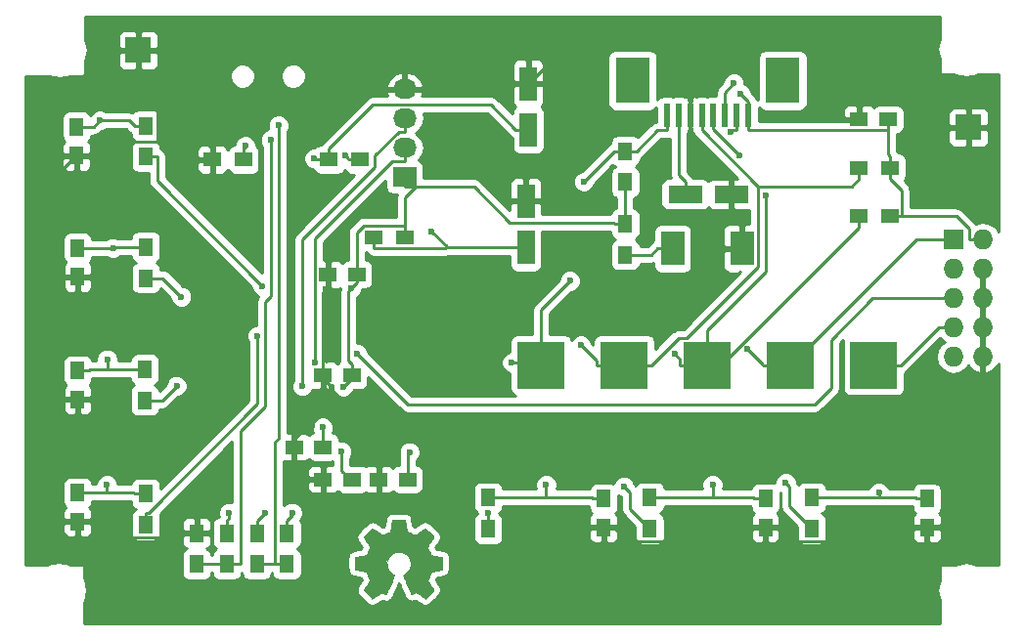
<source format=gbr>
G04 #@! TF.FileFunction,Copper,L2,Bot,Signal*
%FSLAX46Y46*%
G04 Gerber Fmt 4.6, Leading zero omitted, Abs format (unit mm)*
G04 Created by KiCad (PCBNEW 4.0.1-3.201512161002+6197~38~ubuntu14.04.1-stable) date Sat 19 Dec 2015 01:41:55 AM EET*
%MOMM*%
G01*
G04 APERTURE LIST*
%ADD10C,0.100000*%
%ADD11C,0.002000*%
%ADD12R,1.501140X2.999740*%
%ADD13R,1.500000X1.250000*%
%ADD14R,1.250000X1.500000*%
%ADD15R,2.999740X1.501140*%
%ADD16R,1.727200X1.727200*%
%ADD17O,1.727200X1.727200*%
%ADD18R,2.032000X1.727200*%
%ADD19O,2.032000X1.727200*%
%ADD20R,0.600000X2.000000*%
%ADD21R,3.000000X4.000000*%
%ADD22R,1.998980X2.999740*%
%ADD23R,1.300000X1.500000*%
%ADD24R,1.500000X1.300000*%
%ADD25R,4.064000X4.064000*%
%ADD26R,2.235200X2.235200*%
%ADD27C,0.600000*%
%ADD28C,0.250000*%
%ADD29C,0.254000*%
G04 APERTURE END LIST*
D10*
D11*
G36*
X135959530Y-79810328D02*
X135929902Y-79963449D01*
X135901746Y-80099644D01*
X135876883Y-80210818D01*
X135857134Y-80288872D01*
X135844320Y-80325710D01*
X135843357Y-80326954D01*
X135811496Y-80345112D01*
X135742900Y-80376930D01*
X135648554Y-80417918D01*
X135539444Y-80463586D01*
X135426556Y-80509446D01*
X135320876Y-80551007D01*
X135233389Y-80583780D01*
X135175080Y-80603276D01*
X135158744Y-80606734D01*
X135129779Y-80592887D01*
X135066014Y-80554371D01*
X134974526Y-80495723D01*
X134862392Y-80421481D01*
X134736686Y-80336180D01*
X134735807Y-80335576D01*
X134609344Y-80249290D01*
X134495925Y-80172896D01*
X134402796Y-80111195D01*
X134337208Y-80068991D01*
X134306500Y-80051122D01*
X134278436Y-80064137D01*
X134222328Y-80107903D01*
X134144897Y-80175781D01*
X134052862Y-80261132D01*
X133952944Y-80357314D01*
X133851863Y-80457688D01*
X133756338Y-80555613D01*
X133673089Y-80644451D01*
X133608836Y-80717560D01*
X133570299Y-80768301D01*
X133562211Y-80786565D01*
X133576066Y-80819566D01*
X133614584Y-80887047D01*
X133673195Y-80981627D01*
X133747330Y-81095929D01*
X133830251Y-81219397D01*
X133915000Y-81345209D01*
X133988726Y-81457794D01*
X134046880Y-81549950D01*
X134084917Y-81614472D01*
X134098292Y-81643988D01*
X134088467Y-81678578D01*
X134062034Y-81748968D01*
X134023556Y-81844500D01*
X133977597Y-81954518D01*
X133928720Y-82068363D01*
X133881487Y-82175377D01*
X133840462Y-82264902D01*
X133810209Y-82326280D01*
X133796938Y-82347846D01*
X133769085Y-82356568D01*
X133700478Y-82372805D01*
X133600544Y-82394665D01*
X133478712Y-82420253D01*
X133344408Y-82447678D01*
X133207061Y-82475047D01*
X133076097Y-82500467D01*
X132960944Y-82522045D01*
X132871029Y-82537889D01*
X132815780Y-82546105D01*
X132805806Y-82546834D01*
X132800459Y-82570820D01*
X132796877Y-82636685D01*
X132794921Y-82735287D01*
X132794455Y-82857484D01*
X132795338Y-82994135D01*
X132797434Y-83136098D01*
X132800605Y-83274233D01*
X132804712Y-83399397D01*
X132809617Y-83502450D01*
X132815182Y-83574249D01*
X132821269Y-83605654D01*
X132821806Y-83606167D01*
X132854088Y-83615760D01*
X132928029Y-83632709D01*
X133035066Y-83655207D01*
X133166631Y-83681447D01*
X133295964Y-83706210D01*
X133445010Y-83735810D01*
X133576304Y-83764907D01*
X133681336Y-83791384D01*
X133751598Y-83813123D01*
X133777387Y-83826024D01*
X133798275Y-83861981D01*
X133832330Y-83934727D01*
X133875176Y-84033408D01*
X133922439Y-84147169D01*
X133969744Y-84265157D01*
X134012716Y-84376517D01*
X134046979Y-84470395D01*
X134068160Y-84535936D01*
X134072859Y-84559089D01*
X134058916Y-84590255D01*
X134020301Y-84655693D01*
X133961738Y-84747933D01*
X133887951Y-84859503D01*
X133817487Y-84962948D01*
X133734402Y-85085735D01*
X133662624Y-85196326D01*
X133606903Y-85287032D01*
X133571987Y-85350166D01*
X133562211Y-85376161D01*
X133579420Y-85404816D01*
X133626563Y-85461962D01*
X133696914Y-85540681D01*
X133783747Y-85634057D01*
X133880335Y-85735174D01*
X133979953Y-85837116D01*
X134075874Y-85932965D01*
X134161372Y-86015807D01*
X134229722Y-86078724D01*
X134274196Y-86114801D01*
X134286281Y-86120703D01*
X134313448Y-86106926D01*
X134375151Y-86068779D01*
X134464009Y-86011037D01*
X134572638Y-85938477D01*
X134662237Y-85877484D01*
X134782691Y-85795568D01*
X134890641Y-85723487D01*
X134978163Y-85666430D01*
X135037334Y-85629582D01*
X135057869Y-85618503D01*
X135099928Y-85621412D01*
X135172684Y-85643964D01*
X135261870Y-85681625D01*
X135272563Y-85686734D01*
X135360835Y-85725589D01*
X135434158Y-85750898D01*
X135478435Y-85757915D01*
X135481633Y-85757122D01*
X135496948Y-85732305D01*
X135528944Y-85666864D01*
X135574813Y-85567360D01*
X135631743Y-85440358D01*
X135696925Y-85292420D01*
X135767549Y-85130109D01*
X135840804Y-84959990D01*
X135913882Y-84788624D01*
X135983971Y-84622574D01*
X136048262Y-84468405D01*
X136103945Y-84332679D01*
X136148210Y-84221959D01*
X136178246Y-84142808D01*
X136191244Y-84101789D01*
X136191558Y-84099006D01*
X136172435Y-84077774D01*
X136121370Y-84034510D01*
X136047823Y-83977060D01*
X136013852Y-83951586D01*
X135835944Y-83791800D01*
X135700517Y-83611344D01*
X135607986Y-83415978D01*
X135558767Y-83211461D01*
X135553274Y-83003552D01*
X135591922Y-82798010D01*
X135675127Y-82600595D01*
X135803304Y-82417065D01*
X135896314Y-82321180D01*
X136072364Y-82190241D01*
X136261478Y-82104272D01*
X136457959Y-82060760D01*
X136656112Y-82057193D01*
X136850240Y-82091056D01*
X137034649Y-82159836D01*
X137203642Y-82261020D01*
X137351524Y-82392094D01*
X137472599Y-82550546D01*
X137561171Y-82733861D01*
X137611544Y-82939526D01*
X137621106Y-83082278D01*
X137596973Y-83310942D01*
X137525070Y-83522294D01*
X137406135Y-83714937D01*
X137240909Y-83887474D01*
X137160621Y-83951586D01*
X137080668Y-84012545D01*
X137019373Y-84062490D01*
X136986195Y-84093576D01*
X136982915Y-84099006D01*
X136992627Y-84132796D01*
X137019889Y-84205854D01*
X137061888Y-84311614D01*
X137115813Y-84443514D01*
X137178849Y-84594991D01*
X137248186Y-84759481D01*
X137321011Y-84930421D01*
X137394511Y-85101249D01*
X137465874Y-85265399D01*
X137532288Y-85416310D01*
X137590939Y-85547418D01*
X137639017Y-85652160D01*
X137673708Y-85723973D01*
X137692199Y-85756292D01*
X137693544Y-85757392D01*
X137732254Y-85753219D01*
X137802373Y-85729686D01*
X137890304Y-85691543D01*
X137911532Y-85681245D01*
X138093367Y-85591223D01*
X138480328Y-85855963D01*
X138604404Y-85940073D01*
X138714390Y-86013161D01*
X138803243Y-86070665D01*
X138863921Y-86108024D01*
X138889112Y-86120703D01*
X138913092Y-86103434D01*
X138967010Y-86055321D01*
X139044990Y-85981907D01*
X139141156Y-85888735D01*
X139249630Y-85781347D01*
X139261598Y-85769368D01*
X139370297Y-85658356D01*
X139465285Y-85557324D01*
X139540976Y-85472547D01*
X139591782Y-85410300D01*
X139612117Y-85376859D01*
X139612261Y-85375488D01*
X139598301Y-85341409D01*
X139559586Y-85273334D01*
X139500863Y-85178935D01*
X139426880Y-85065885D01*
X139356985Y-84962948D01*
X139274043Y-84840894D01*
X139202348Y-84731881D01*
X139146622Y-84643379D01*
X139111591Y-84582859D01*
X139101614Y-84559089D01*
X139111088Y-84519716D01*
X139136695Y-84444442D01*
X139174059Y-84344120D01*
X139218806Y-84229606D01*
X139266560Y-84111752D01*
X139312947Y-84001415D01*
X139353591Y-83909446D01*
X139384118Y-83846702D01*
X139397086Y-83826024D01*
X139432128Y-83809809D01*
X139508984Y-83787103D01*
X139619146Y-83760024D01*
X139754104Y-83730689D01*
X139878509Y-83706210D01*
X140024580Y-83678173D01*
X140153663Y-83652285D01*
X140257194Y-83630355D01*
X140326605Y-83614191D01*
X140352666Y-83606167D01*
X140358791Y-83578619D01*
X140364406Y-83509899D01*
X140369373Y-83409149D01*
X140373553Y-83285509D01*
X140376808Y-83148121D01*
X140379001Y-83006128D01*
X140379993Y-82868669D01*
X140379646Y-82744888D01*
X140377823Y-82643924D01*
X140374385Y-82574920D01*
X140369193Y-82547018D01*
X140368666Y-82546834D01*
X140329137Y-82542028D01*
X140251344Y-82528873D01*
X140144713Y-82509260D01*
X140018672Y-82485084D01*
X139882649Y-82458236D01*
X139746071Y-82430609D01*
X139618365Y-82404096D01*
X139508960Y-82380590D01*
X139427281Y-82361983D01*
X139382758Y-82350168D01*
X139377534Y-82347846D01*
X139358993Y-82316182D01*
X139326083Y-82247966D01*
X139283366Y-82153856D01*
X139235405Y-82044510D01*
X139186764Y-81930586D01*
X139142006Y-81822742D01*
X139105694Y-81731635D01*
X139082391Y-81667924D01*
X139076181Y-81643988D01*
X139089993Y-81613675D01*
X139128396Y-81548642D01*
X139186843Y-81456093D01*
X139260786Y-81343233D01*
X139344221Y-81219397D01*
X139429098Y-81092966D01*
X139502909Y-80979058D01*
X139561085Y-80885050D01*
X139599056Y-80818322D01*
X139612261Y-80786565D01*
X139594894Y-80754688D01*
X139547272Y-80695958D01*
X139476116Y-80617015D01*
X139388145Y-80524499D01*
X139290080Y-80425051D01*
X139188639Y-80325310D01*
X139090544Y-80231916D01*
X139002513Y-80151510D01*
X138931268Y-80090731D01*
X138883527Y-80056219D01*
X138867972Y-80051122D01*
X138836853Y-80069248D01*
X138771006Y-80111634D01*
X138677679Y-80173476D01*
X138564121Y-80249973D01*
X138438666Y-80335576D01*
X138312893Y-80420936D01*
X138200643Y-80495269D01*
X138108991Y-80554037D01*
X138045015Y-80592704D01*
X138015792Y-80606733D01*
X138015729Y-80606734D01*
X137979984Y-80597263D01*
X137908527Y-80571846D01*
X137812343Y-80534970D01*
X137702418Y-80491126D01*
X137589737Y-80444803D01*
X137485287Y-80400491D01*
X137400052Y-80362678D01*
X137345018Y-80335854D01*
X137331115Y-80326954D01*
X137319232Y-80295471D01*
X137300201Y-80221824D01*
X137275843Y-80114109D01*
X137247978Y-79980424D01*
X137218428Y-79828867D01*
X137214942Y-79810328D01*
X137122655Y-79317588D01*
X136051817Y-79317588D01*
X135959530Y-79810328D01*
X135959530Y-79810328D01*
G37*
X135959530Y-79810328D02*
X135929902Y-79963449D01*
X135901746Y-80099644D01*
X135876883Y-80210818D01*
X135857134Y-80288872D01*
X135844320Y-80325710D01*
X135843357Y-80326954D01*
X135811496Y-80345112D01*
X135742900Y-80376930D01*
X135648554Y-80417918D01*
X135539444Y-80463586D01*
X135426556Y-80509446D01*
X135320876Y-80551007D01*
X135233389Y-80583780D01*
X135175080Y-80603276D01*
X135158744Y-80606734D01*
X135129779Y-80592887D01*
X135066014Y-80554371D01*
X134974526Y-80495723D01*
X134862392Y-80421481D01*
X134736686Y-80336180D01*
X134735807Y-80335576D01*
X134609344Y-80249290D01*
X134495925Y-80172896D01*
X134402796Y-80111195D01*
X134337208Y-80068991D01*
X134306500Y-80051122D01*
X134278436Y-80064137D01*
X134222328Y-80107903D01*
X134144897Y-80175781D01*
X134052862Y-80261132D01*
X133952944Y-80357314D01*
X133851863Y-80457688D01*
X133756338Y-80555613D01*
X133673089Y-80644451D01*
X133608836Y-80717560D01*
X133570299Y-80768301D01*
X133562211Y-80786565D01*
X133576066Y-80819566D01*
X133614584Y-80887047D01*
X133673195Y-80981627D01*
X133747330Y-81095929D01*
X133830251Y-81219397D01*
X133915000Y-81345209D01*
X133988726Y-81457794D01*
X134046880Y-81549950D01*
X134084917Y-81614472D01*
X134098292Y-81643988D01*
X134088467Y-81678578D01*
X134062034Y-81748968D01*
X134023556Y-81844500D01*
X133977597Y-81954518D01*
X133928720Y-82068363D01*
X133881487Y-82175377D01*
X133840462Y-82264902D01*
X133810209Y-82326280D01*
X133796938Y-82347846D01*
X133769085Y-82356568D01*
X133700478Y-82372805D01*
X133600544Y-82394665D01*
X133478712Y-82420253D01*
X133344408Y-82447678D01*
X133207061Y-82475047D01*
X133076097Y-82500467D01*
X132960944Y-82522045D01*
X132871029Y-82537889D01*
X132815780Y-82546105D01*
X132805806Y-82546834D01*
X132800459Y-82570820D01*
X132796877Y-82636685D01*
X132794921Y-82735287D01*
X132794455Y-82857484D01*
X132795338Y-82994135D01*
X132797434Y-83136098D01*
X132800605Y-83274233D01*
X132804712Y-83399397D01*
X132809617Y-83502450D01*
X132815182Y-83574249D01*
X132821269Y-83605654D01*
X132821806Y-83606167D01*
X132854088Y-83615760D01*
X132928029Y-83632709D01*
X133035066Y-83655207D01*
X133166631Y-83681447D01*
X133295964Y-83706210D01*
X133445010Y-83735810D01*
X133576304Y-83764907D01*
X133681336Y-83791384D01*
X133751598Y-83813123D01*
X133777387Y-83826024D01*
X133798275Y-83861981D01*
X133832330Y-83934727D01*
X133875176Y-84033408D01*
X133922439Y-84147169D01*
X133969744Y-84265157D01*
X134012716Y-84376517D01*
X134046979Y-84470395D01*
X134068160Y-84535936D01*
X134072859Y-84559089D01*
X134058916Y-84590255D01*
X134020301Y-84655693D01*
X133961738Y-84747933D01*
X133887951Y-84859503D01*
X133817487Y-84962948D01*
X133734402Y-85085735D01*
X133662624Y-85196326D01*
X133606903Y-85287032D01*
X133571987Y-85350166D01*
X133562211Y-85376161D01*
X133579420Y-85404816D01*
X133626563Y-85461962D01*
X133696914Y-85540681D01*
X133783747Y-85634057D01*
X133880335Y-85735174D01*
X133979953Y-85837116D01*
X134075874Y-85932965D01*
X134161372Y-86015807D01*
X134229722Y-86078724D01*
X134274196Y-86114801D01*
X134286281Y-86120703D01*
X134313448Y-86106926D01*
X134375151Y-86068779D01*
X134464009Y-86011037D01*
X134572638Y-85938477D01*
X134662237Y-85877484D01*
X134782691Y-85795568D01*
X134890641Y-85723487D01*
X134978163Y-85666430D01*
X135037334Y-85629582D01*
X135057869Y-85618503D01*
X135099928Y-85621412D01*
X135172684Y-85643964D01*
X135261870Y-85681625D01*
X135272563Y-85686734D01*
X135360835Y-85725589D01*
X135434158Y-85750898D01*
X135478435Y-85757915D01*
X135481633Y-85757122D01*
X135496948Y-85732305D01*
X135528944Y-85666864D01*
X135574813Y-85567360D01*
X135631743Y-85440358D01*
X135696925Y-85292420D01*
X135767549Y-85130109D01*
X135840804Y-84959990D01*
X135913882Y-84788624D01*
X135983971Y-84622574D01*
X136048262Y-84468405D01*
X136103945Y-84332679D01*
X136148210Y-84221959D01*
X136178246Y-84142808D01*
X136191244Y-84101789D01*
X136191558Y-84099006D01*
X136172435Y-84077774D01*
X136121370Y-84034510D01*
X136047823Y-83977060D01*
X136013852Y-83951586D01*
X135835944Y-83791800D01*
X135700517Y-83611344D01*
X135607986Y-83415978D01*
X135558767Y-83211461D01*
X135553274Y-83003552D01*
X135591922Y-82798010D01*
X135675127Y-82600595D01*
X135803304Y-82417065D01*
X135896314Y-82321180D01*
X136072364Y-82190241D01*
X136261478Y-82104272D01*
X136457959Y-82060760D01*
X136656112Y-82057193D01*
X136850240Y-82091056D01*
X137034649Y-82159836D01*
X137203642Y-82261020D01*
X137351524Y-82392094D01*
X137472599Y-82550546D01*
X137561171Y-82733861D01*
X137611544Y-82939526D01*
X137621106Y-83082278D01*
X137596973Y-83310942D01*
X137525070Y-83522294D01*
X137406135Y-83714937D01*
X137240909Y-83887474D01*
X137160621Y-83951586D01*
X137080668Y-84012545D01*
X137019373Y-84062490D01*
X136986195Y-84093576D01*
X136982915Y-84099006D01*
X136992627Y-84132796D01*
X137019889Y-84205854D01*
X137061888Y-84311614D01*
X137115813Y-84443514D01*
X137178849Y-84594991D01*
X137248186Y-84759481D01*
X137321011Y-84930421D01*
X137394511Y-85101249D01*
X137465874Y-85265399D01*
X137532288Y-85416310D01*
X137590939Y-85547418D01*
X137639017Y-85652160D01*
X137673708Y-85723973D01*
X137692199Y-85756292D01*
X137693544Y-85757392D01*
X137732254Y-85753219D01*
X137802373Y-85729686D01*
X137890304Y-85691543D01*
X137911532Y-85681245D01*
X138093367Y-85591223D01*
X138480328Y-85855963D01*
X138604404Y-85940073D01*
X138714390Y-86013161D01*
X138803243Y-86070665D01*
X138863921Y-86108024D01*
X138889112Y-86120703D01*
X138913092Y-86103434D01*
X138967010Y-86055321D01*
X139044990Y-85981907D01*
X139141156Y-85888735D01*
X139249630Y-85781347D01*
X139261598Y-85769368D01*
X139370297Y-85658356D01*
X139465285Y-85557324D01*
X139540976Y-85472547D01*
X139591782Y-85410300D01*
X139612117Y-85376859D01*
X139612261Y-85375488D01*
X139598301Y-85341409D01*
X139559586Y-85273334D01*
X139500863Y-85178935D01*
X139426880Y-85065885D01*
X139356985Y-84962948D01*
X139274043Y-84840894D01*
X139202348Y-84731881D01*
X139146622Y-84643379D01*
X139111591Y-84582859D01*
X139101614Y-84559089D01*
X139111088Y-84519716D01*
X139136695Y-84444442D01*
X139174059Y-84344120D01*
X139218806Y-84229606D01*
X139266560Y-84111752D01*
X139312947Y-84001415D01*
X139353591Y-83909446D01*
X139384118Y-83846702D01*
X139397086Y-83826024D01*
X139432128Y-83809809D01*
X139508984Y-83787103D01*
X139619146Y-83760024D01*
X139754104Y-83730689D01*
X139878509Y-83706210D01*
X140024580Y-83678173D01*
X140153663Y-83652285D01*
X140257194Y-83630355D01*
X140326605Y-83614191D01*
X140352666Y-83606167D01*
X140358791Y-83578619D01*
X140364406Y-83509899D01*
X140369373Y-83409149D01*
X140373553Y-83285509D01*
X140376808Y-83148121D01*
X140379001Y-83006128D01*
X140379993Y-82868669D01*
X140379646Y-82744888D01*
X140377823Y-82643924D01*
X140374385Y-82574920D01*
X140369193Y-82547018D01*
X140368666Y-82546834D01*
X140329137Y-82542028D01*
X140251344Y-82528873D01*
X140144713Y-82509260D01*
X140018672Y-82485084D01*
X139882649Y-82458236D01*
X139746071Y-82430609D01*
X139618365Y-82404096D01*
X139508960Y-82380590D01*
X139427281Y-82361983D01*
X139382758Y-82350168D01*
X139377534Y-82347846D01*
X139358993Y-82316182D01*
X139326083Y-82247966D01*
X139283366Y-82153856D01*
X139235405Y-82044510D01*
X139186764Y-81930586D01*
X139142006Y-81822742D01*
X139105694Y-81731635D01*
X139082391Y-81667924D01*
X139076181Y-81643988D01*
X139089993Y-81613675D01*
X139128396Y-81548642D01*
X139186843Y-81456093D01*
X139260786Y-81343233D01*
X139344221Y-81219397D01*
X139429098Y-81092966D01*
X139502909Y-80979058D01*
X139561085Y-80885050D01*
X139599056Y-80818322D01*
X139612261Y-80786565D01*
X139594894Y-80754688D01*
X139547272Y-80695958D01*
X139476116Y-80617015D01*
X139388145Y-80524499D01*
X139290080Y-80425051D01*
X139188639Y-80325310D01*
X139090544Y-80231916D01*
X139002513Y-80151510D01*
X138931268Y-80090731D01*
X138883527Y-80056219D01*
X138867972Y-80051122D01*
X138836853Y-80069248D01*
X138771006Y-80111634D01*
X138677679Y-80173476D01*
X138564121Y-80249973D01*
X138438666Y-80335576D01*
X138312893Y-80420936D01*
X138200643Y-80495269D01*
X138108991Y-80554037D01*
X138045015Y-80592704D01*
X138015792Y-80606733D01*
X138015729Y-80606734D01*
X137979984Y-80597263D01*
X137908527Y-80571846D01*
X137812343Y-80534970D01*
X137702418Y-80491126D01*
X137589737Y-80444803D01*
X137485287Y-80400491D01*
X137400052Y-80362678D01*
X137345018Y-80335854D01*
X137331115Y-80326954D01*
X137319232Y-80295471D01*
X137300201Y-80221824D01*
X137275843Y-80114109D01*
X137247978Y-79980424D01*
X137218428Y-79828867D01*
X137214942Y-79810328D01*
X137122655Y-79317588D01*
X136051817Y-79317588D01*
X135959530Y-79810328D01*
D12*
X147800000Y-41501020D03*
X147800000Y-45498980D03*
X147600000Y-51701020D03*
X147600000Y-55698980D03*
D13*
X130050000Y-73000000D03*
X127550000Y-73000000D03*
X132550000Y-66800000D03*
X130050000Y-66800000D03*
X132950000Y-58030000D03*
X130450000Y-58030000D03*
X132550000Y-75800000D03*
X130050000Y-75800000D03*
X137350000Y-75800000D03*
X134850000Y-75800000D03*
D14*
X154330000Y-77480000D03*
X154330000Y-79980000D03*
X168330000Y-77480000D03*
X168330000Y-79980000D03*
X182330000Y-77480000D03*
X182330000Y-79980000D03*
X108700000Y-45250000D03*
X108700000Y-47750000D03*
X108800000Y-55750000D03*
X108800000Y-58250000D03*
X108800000Y-66360000D03*
X108800000Y-68860000D03*
X108790000Y-76950000D03*
X108790000Y-79450000D03*
D13*
X178950000Y-44600000D03*
X176450000Y-44600000D03*
D15*
X165398980Y-51100000D03*
X161401020Y-51100000D03*
D16*
X184600000Y-55000000D03*
D17*
X187140000Y-55000000D03*
X184600000Y-57540000D03*
X187140000Y-57540000D03*
X184600000Y-60080000D03*
X187140000Y-60080000D03*
X184600000Y-62620000D03*
X187140000Y-62620000D03*
X184600000Y-65160000D03*
X187140000Y-65160000D03*
D18*
X137100000Y-49600000D03*
D19*
X137100000Y-47060000D03*
X137100000Y-44520000D03*
X137100000Y-41980000D03*
D20*
X159830000Y-44230000D03*
X160830000Y-44230000D03*
X161830000Y-44230000D03*
X162830000Y-44230000D03*
X163830000Y-44230000D03*
X164830000Y-44230000D03*
X165830000Y-44230000D03*
X166830000Y-44230000D03*
D21*
X169830000Y-41230000D03*
X156830000Y-41230000D03*
D22*
X160300260Y-55800000D03*
X166299740Y-55800000D03*
D23*
X126900000Y-83150000D03*
X126900000Y-80450000D03*
X121700000Y-83150000D03*
X121700000Y-80450000D03*
X124300000Y-83150000D03*
X124300000Y-80450000D03*
X119100000Y-83150000D03*
X119100000Y-80450000D03*
X144330000Y-80080000D03*
X144330000Y-77380000D03*
X158330000Y-80080000D03*
X158330000Y-77380000D03*
X172330000Y-80080000D03*
X172330000Y-77380000D03*
X114700000Y-47850000D03*
X114700000Y-45150000D03*
X114700000Y-58350000D03*
X114700000Y-55650000D03*
X114600000Y-68960000D03*
X114600000Y-66260000D03*
X114690000Y-79750000D03*
X114690000Y-77050000D03*
D24*
X179150000Y-53000000D03*
X176450000Y-53000000D03*
X179150000Y-48800000D03*
X176450000Y-48800000D03*
D23*
X156200000Y-50050000D03*
X156200000Y-47350000D03*
X156200000Y-53650000D03*
X156200000Y-56350000D03*
D24*
X130550000Y-48100000D03*
X133250000Y-48100000D03*
X137150000Y-54800000D03*
X134450000Y-54800000D03*
X123150000Y-48100000D03*
X120450000Y-48100000D03*
D25*
X177700000Y-65900000D03*
X170500000Y-65900000D03*
X163300000Y-65900000D03*
X156100000Y-65900000D03*
X148900000Y-65900000D03*
D26*
X114050000Y-38610000D03*
X185900000Y-45300000D03*
D27*
X129100000Y-71200000D03*
X130800000Y-67800000D03*
X130300000Y-59300000D03*
X178149000Y-80877600D03*
X129289000Y-47998000D03*
X139400000Y-54300000D03*
X166200000Y-42400000D03*
X130000000Y-71300000D03*
X131800000Y-67800000D03*
X132500000Y-59200000D03*
X131650000Y-73396200D03*
X137515000Y-73439100D03*
X149355000Y-76247800D03*
X163752000Y-76247800D03*
X178149000Y-76951800D03*
X110710000Y-44697900D03*
X111866000Y-55733200D03*
X111346000Y-65394700D03*
X111328000Y-76247800D03*
X124988000Y-78686800D03*
X127360000Y-78686800D03*
X144301000Y-78730000D03*
X156100000Y-76400000D03*
X170100000Y-76100000D03*
X152600000Y-50000000D03*
X151400000Y-58600000D03*
X146367000Y-65671100D03*
X168400000Y-51200000D03*
X166100000Y-47700000D03*
X160474000Y-64950000D03*
X152365000Y-64150000D03*
X165600000Y-41500000D03*
X166797000Y-64513400D03*
X165349000Y-45732800D03*
X124797000Y-59051000D03*
X117770000Y-59974700D03*
X117372000Y-67693000D03*
X124366000Y-63350000D03*
X133000000Y-64900000D03*
X129365000Y-65641100D03*
X128234800Y-67737500D03*
X121901000Y-78686800D03*
X131931000Y-47762500D03*
X126178000Y-45125600D03*
X125500000Y-46400000D03*
X123306000Y-46878000D03*
D28*
X128700000Y-71600000D02*
X129100000Y-71200000D01*
X128200000Y-71600000D02*
X128700000Y-71600000D01*
X127550000Y-72250000D02*
X128200000Y-71600000D01*
X127550000Y-72750000D02*
X127550000Y-72250000D01*
X130050000Y-67050000D02*
X130800000Y-67800000D01*
X130050000Y-66800000D02*
X130050000Y-67050000D01*
X130450000Y-59150000D02*
X130450000Y-58030000D01*
X130300000Y-59300000D02*
X130450000Y-59150000D01*
X165399000Y-53074100D02*
X165399000Y-51100000D01*
X166300000Y-53974800D02*
X165399000Y-53074100D01*
X166300000Y-55800000D02*
X166300000Y-53974800D01*
X161830000Y-46455100D02*
X161830000Y-44230000D01*
X165399000Y-50024100D02*
X161830000Y-46455100D01*
X165399000Y-51100000D02*
X165399000Y-50024100D01*
X130050000Y-75800000D02*
X130050000Y-76275200D01*
X127550000Y-73000000D02*
X127550000Y-72750000D01*
X155280000Y-79980000D02*
X154330000Y-79980000D01*
X156456000Y-81155400D02*
X155280000Y-79980000D01*
X166204000Y-81155400D02*
X156456000Y-81155400D01*
X167380000Y-79980000D02*
X166204000Y-81155400D01*
X168330000Y-79980000D02*
X167380000Y-79980000D01*
X169280000Y-79980000D02*
X168330000Y-79980000D01*
X170456000Y-81155400D02*
X169280000Y-79980000D01*
X177871000Y-81155400D02*
X170456000Y-81155400D01*
X178149000Y-80877600D02*
X177871000Y-81155400D01*
X179046000Y-79980000D02*
X178149000Y-80877600D01*
X182330000Y-79980000D02*
X179046000Y-79980000D01*
X119825000Y-46500000D02*
X115696000Y-46500000D01*
X120450000Y-47124700D02*
X119825000Y-46500000D01*
X120450000Y-48100000D02*
X120450000Y-47124700D01*
X109650000Y-47750000D02*
X108700000Y-47750000D01*
X110900000Y-46500000D02*
X109650000Y-47750000D01*
X115696000Y-46500000D02*
X110900000Y-46500000D01*
X115696000Y-41699000D02*
X115696000Y-46500000D01*
X114050000Y-40052900D02*
X115696000Y-41699000D01*
X114050000Y-38610000D02*
X114050000Y-40052900D01*
X146245000Y-41980000D02*
X137100000Y-41980000D01*
X146724000Y-41501000D02*
X146245000Y-41980000D01*
X147800000Y-41501000D02*
X146724000Y-41501000D01*
X187140000Y-62620000D02*
X187140000Y-65160000D01*
X187140000Y-76120300D02*
X187140000Y-65160000D01*
X183280000Y-79980000D02*
X187140000Y-76120300D01*
X182330000Y-79980000D02*
X183280000Y-79980000D01*
X109740000Y-79450000D02*
X108790000Y-79450000D01*
X111116000Y-80825400D02*
X109740000Y-79450000D01*
X117749000Y-80825400D02*
X111116000Y-80825400D01*
X118125000Y-80450000D02*
X117749000Y-80825400D01*
X119100000Y-80450000D02*
X118125000Y-80450000D01*
X148876000Y-41501000D02*
X147800000Y-41501000D01*
X150122000Y-42746700D02*
X148876000Y-41501000D01*
X150122000Y-50255300D02*
X150122000Y-42746700D01*
X148676000Y-51701000D02*
X150122000Y-50255300D01*
X147600000Y-51701000D02*
X148676000Y-51701000D01*
X130050000Y-59550000D02*
X130300000Y-59300000D01*
X130050000Y-66800000D02*
X130050000Y-59550000D01*
X127550000Y-73000000D02*
X127550000Y-72750000D01*
X187140000Y-62620000D02*
X187140000Y-60080000D01*
X187140000Y-60080000D02*
X187140000Y-57540000D01*
X161830000Y-44230000D02*
X161830000Y-37900000D01*
X161830000Y-37900000D02*
X161900000Y-37900000D01*
X151401000Y-37900000D02*
X147800000Y-41501000D01*
X161830000Y-37900000D02*
X151401000Y-37900000D01*
X176700000Y-37900000D02*
X161900000Y-37900000D01*
X184100000Y-45300000D02*
X176700000Y-37900000D01*
X185900000Y-45300000D02*
X184100000Y-45300000D01*
X161900000Y-37900000D02*
X161830000Y-37900000D01*
X108800000Y-58250000D02*
X106400000Y-58250000D01*
X106400000Y-58250000D02*
X106400000Y-58300000D01*
X106400000Y-50050000D02*
X108700000Y-47750000D01*
X106400000Y-58250000D02*
X106400000Y-50050000D01*
X106400000Y-58300000D02*
X106400000Y-58250000D01*
X108800000Y-68860000D02*
X106400000Y-68860000D01*
X106400000Y-68860000D02*
X106400000Y-68800000D01*
X106400000Y-78500000D02*
X106400000Y-68860000D01*
X107350000Y-79450000D02*
X106400000Y-78500000D01*
X108790000Y-79450000D02*
X107350000Y-79450000D01*
X106400000Y-68860000D02*
X106400000Y-68800000D01*
X106400000Y-68800000D02*
X106400000Y-58300000D01*
X146724000Y-45499000D02*
X147800000Y-45499000D01*
X144551000Y-43326300D02*
X146724000Y-45499000D01*
X134348000Y-43326300D02*
X144551000Y-43326300D01*
X130550000Y-47124700D02*
X134348000Y-43326300D01*
X130550000Y-48100000D02*
X130550000Y-47124700D01*
X129373000Y-47998000D02*
X129289000Y-47998000D01*
X129475000Y-48100000D02*
X129373000Y-47998000D01*
X130550000Y-48100000D02*
X129475000Y-48100000D01*
X140799000Y-55699000D02*
X147600000Y-55699000D01*
X140724600Y-55624600D02*
X140799000Y-55699000D01*
X140573900Y-55775300D02*
X134450000Y-55775300D01*
X140724600Y-55624600D02*
X140573900Y-55775300D01*
X139400000Y-54300000D02*
X140724600Y-55624600D01*
X134450000Y-54800000D02*
X134450000Y-55775300D01*
X156200000Y-53650000D02*
X156200000Y-50050000D01*
X166830000Y-43030000D02*
X166200000Y-42400000D01*
X166830000Y-44230000D02*
X166830000Y-43030000D01*
X130050000Y-71350000D02*
X130000000Y-71300000D01*
X130050000Y-73000000D02*
X130050000Y-71350000D01*
X132550000Y-67050000D02*
X131800000Y-67800000D01*
X132550000Y-66800000D02*
X132550000Y-67050000D01*
X132950000Y-58030000D02*
X132950000Y-58390000D01*
X178950000Y-47624700D02*
X178950000Y-45555300D01*
X179150000Y-47824700D02*
X178950000Y-47624700D01*
X179150000Y-48800000D02*
X179150000Y-47824700D01*
X178950000Y-45555300D02*
X178950000Y-44600000D01*
X179150000Y-53000000D02*
X180109000Y-53000000D01*
X179150000Y-49775300D02*
X179150000Y-48800000D01*
X180109000Y-50734500D02*
X179150000Y-49775300D01*
X180109000Y-53000000D02*
X180109000Y-50734500D01*
X185951000Y-55000000D02*
X187140000Y-55000000D01*
X185951000Y-54108300D02*
X185951000Y-55000000D01*
X184843000Y-53000000D02*
X185951000Y-54108300D01*
X180109000Y-53000000D02*
X184843000Y-53000000D01*
X132950000Y-58750000D02*
X132500000Y-59200000D01*
X132950000Y-58390000D02*
X132950000Y-58750000D01*
X132550000Y-65849700D02*
X132550000Y-66800000D01*
X132228000Y-65528000D02*
X132550000Y-65849700D01*
X132228000Y-59471700D02*
X132228000Y-65528000D01*
X132500000Y-59200000D02*
X132228000Y-59471700D01*
X166830000Y-45555300D02*
X178950000Y-45555300D01*
X166830000Y-44230000D02*
X166830000Y-45555300D01*
X132950000Y-58390000D02*
X133250000Y-58090000D01*
X143120000Y-50435400D02*
X138050000Y-50435400D01*
X146211000Y-53526300D02*
X143120000Y-50435400D01*
X155180000Y-53526300D02*
X146211000Y-53526300D01*
X155225000Y-53571200D02*
X155180000Y-53526300D01*
X155225000Y-53650000D02*
X155225000Y-53571200D01*
X156200000Y-53650000D02*
X155225000Y-53650000D01*
X137100000Y-50435400D02*
X137100000Y-49600000D01*
X138050000Y-50435400D02*
X137100000Y-50435400D01*
X132950000Y-54438600D02*
X132950000Y-58030000D01*
X133604800Y-53783800D02*
X132950000Y-54438600D01*
X137150000Y-53783800D02*
X133604800Y-53783800D01*
X137150000Y-51335400D02*
X137150000Y-53783800D01*
X138050000Y-50435400D02*
X137150000Y-51335400D01*
X137150000Y-53783800D02*
X137150000Y-54800000D01*
X131650000Y-75051700D02*
X131650000Y-73396200D01*
X132550000Y-75951700D02*
X131650000Y-75051700D01*
X132550000Y-75800000D02*
X132550000Y-75951700D01*
X132550000Y-75951700D02*
X132550000Y-76103400D01*
X137350000Y-73603700D02*
X137350000Y-75800000D01*
X137515000Y-73439100D02*
X137350000Y-73603700D01*
X149355000Y-77380000D02*
X149355000Y-76247800D01*
X144330000Y-77380000D02*
X149355000Y-77380000D01*
X153380000Y-77480000D02*
X154330000Y-77480000D01*
X153280000Y-77380000D02*
X153380000Y-77480000D01*
X149355000Y-77380000D02*
X153280000Y-77380000D01*
X163752000Y-77380000D02*
X163752000Y-76247800D01*
X158330000Y-77380000D02*
X163752000Y-77380000D01*
X167380000Y-77480000D02*
X168330000Y-77480000D01*
X167280000Y-77380000D02*
X167380000Y-77480000D01*
X163752000Y-77380000D02*
X167280000Y-77380000D01*
X178149000Y-77380000D02*
X178149000Y-76951800D01*
X172330000Y-77380000D02*
X178149000Y-77380000D01*
X181380000Y-77480000D02*
X182330000Y-77480000D01*
X181280000Y-77380000D02*
X181380000Y-77480000D01*
X178149000Y-77380000D02*
X181280000Y-77380000D01*
X110158000Y-45250000D02*
X110710000Y-44697900D01*
X108700000Y-45250000D02*
X110158000Y-45250000D01*
X113273000Y-44697900D02*
X110710000Y-44697900D01*
X113725000Y-45150000D02*
X113273000Y-44697900D01*
X114700000Y-45150000D02*
X113725000Y-45150000D01*
X109750000Y-55750000D02*
X108800000Y-55750000D01*
X109767000Y-55733200D02*
X109750000Y-55750000D01*
X111866000Y-55733200D02*
X109767000Y-55733200D01*
X111950000Y-55650000D02*
X111866000Y-55733200D01*
X114700000Y-55650000D02*
X111950000Y-55650000D01*
X114600000Y-66260000D02*
X111346000Y-66260000D01*
X109750000Y-66360000D02*
X108800000Y-66360000D01*
X109850000Y-66260000D02*
X109750000Y-66360000D01*
X111346000Y-66260000D02*
X109850000Y-66260000D01*
X111346000Y-66260000D02*
X111346000Y-65394700D01*
X111328000Y-76950000D02*
X111328000Y-76247800D01*
X108790000Y-76950000D02*
X111328000Y-76950000D01*
X113715000Y-77050000D02*
X114690000Y-77050000D01*
X113615000Y-76950000D02*
X113715000Y-77050000D01*
X111328000Y-76950000D02*
X113615000Y-76950000D01*
X160830000Y-49453100D02*
X160830000Y-44230000D01*
X161401000Y-50024100D02*
X160830000Y-49453100D01*
X161401000Y-51100000D02*
X161401000Y-50024100D01*
X124988000Y-78687200D02*
X124988000Y-78686800D01*
X124300000Y-79374700D02*
X124988000Y-78687200D01*
X124300000Y-80450000D02*
X124300000Y-79374700D01*
X127360000Y-78914900D02*
X127360000Y-78686800D01*
X126900000Y-79374700D02*
X127360000Y-78914900D01*
X126900000Y-80450000D02*
X126900000Y-79374700D01*
X144301000Y-78975600D02*
X144301000Y-78730000D01*
X144330000Y-79004700D02*
X144301000Y-78975600D01*
X144330000Y-80080000D02*
X144330000Y-79004700D01*
X156600000Y-78350000D02*
X158330000Y-80080000D01*
X156600000Y-76900000D02*
X156600000Y-78350000D01*
X156100000Y-76400000D02*
X156600000Y-76900000D01*
X170400000Y-78150000D02*
X172330000Y-80080000D01*
X170400000Y-76400000D02*
X170400000Y-78150000D01*
X170100000Y-76100000D02*
X170400000Y-76400000D01*
X155250000Y-47350000D02*
X156200000Y-47350000D01*
X152600000Y-50000000D02*
X155250000Y-47350000D01*
X148900000Y-61100000D02*
X151400000Y-58600000D01*
X148900000Y-65671100D02*
X148900000Y-61100000D01*
X157175000Y-47350000D02*
X156200000Y-47350000D01*
X158970000Y-45555300D02*
X157175000Y-47350000D01*
X159830000Y-45555300D02*
X158970000Y-45555300D01*
X159830000Y-44230000D02*
X159830000Y-45555300D01*
X148900000Y-65671100D02*
X146367000Y-65671100D01*
X148900000Y-65900000D02*
X148900000Y-65671100D01*
X148900000Y-65900000D02*
X148900000Y-65671100D01*
X168400000Y-57800000D02*
X168400000Y-51200000D01*
X163300000Y-62900000D02*
X168400000Y-57800000D01*
X163300000Y-65900000D02*
X163300000Y-62900000D01*
X163830000Y-45430000D02*
X163830000Y-44230000D01*
X166100000Y-47700000D02*
X163830000Y-45430000D01*
X164479000Y-65900000D02*
X163300000Y-65900000D01*
X176403000Y-53975300D02*
X164479000Y-65900000D01*
X176450000Y-53975300D02*
X176403000Y-53975300D01*
X176450000Y-53000000D02*
X176450000Y-53975300D01*
X160943000Y-65418500D02*
X160474000Y-64950000D01*
X160943000Y-65900000D02*
X160943000Y-65418500D01*
X163300000Y-65900000D02*
X160943000Y-65900000D01*
X175826000Y-50398800D02*
X167674000Y-50398800D01*
X176450000Y-49775300D02*
X175826000Y-50398800D01*
X176450000Y-48800000D02*
X176450000Y-49775300D01*
X158457000Y-65900000D02*
X156100000Y-65900000D01*
X160815000Y-63542700D02*
X158457000Y-65900000D01*
X161542000Y-63542700D02*
X160815000Y-63542700D01*
X167674000Y-57411000D02*
X161542000Y-63542700D01*
X167674000Y-50398800D02*
X167674000Y-57411000D01*
X153743000Y-65527700D02*
X152365000Y-64150000D01*
X153743000Y-65900000D02*
X153743000Y-65527700D01*
X156100000Y-65900000D02*
X153743000Y-65900000D01*
X162830000Y-45555300D02*
X167674000Y-50398800D01*
X162830000Y-44230000D02*
X162830000Y-45555300D01*
X164830000Y-42270000D02*
X164830000Y-44230000D01*
X165600000Y-41500000D02*
X164830000Y-42270000D01*
X181400000Y-55000000D02*
X170500000Y-65900000D01*
X184600000Y-55000000D02*
X181400000Y-55000000D01*
X168143000Y-65859000D02*
X166797000Y-64513400D01*
X168143000Y-65900000D02*
X168143000Y-65859000D01*
X170500000Y-65900000D02*
X168143000Y-65900000D01*
X183337000Y-62620000D02*
X184600000Y-62620000D01*
X180057000Y-65900000D02*
X183337000Y-62620000D01*
X177700000Y-65900000D02*
X180057000Y-65900000D01*
X165526000Y-45555300D02*
X165349000Y-45732800D01*
X165830000Y-45555300D02*
X165526000Y-45555300D01*
X165830000Y-44230000D02*
X165830000Y-45555300D01*
X115675000Y-49929100D02*
X124797000Y-59051000D01*
X115675000Y-47850000D02*
X115675000Y-49929100D01*
X114700000Y-47850000D02*
X115675000Y-47850000D01*
X116145000Y-58350000D02*
X117770000Y-59974700D01*
X114700000Y-58350000D02*
X116145000Y-58350000D01*
X116105000Y-68960000D02*
X117372000Y-67693000D01*
X114600000Y-68960000D02*
X116105000Y-68960000D01*
X124366000Y-69264500D02*
X124366000Y-63350000D01*
X114956000Y-78674700D02*
X124366000Y-69264500D01*
X114690000Y-78674700D02*
X114956000Y-78674700D01*
X114690000Y-79750000D02*
X114690000Y-78674700D01*
X177620000Y-60080000D02*
X184600000Y-60080000D01*
X174000000Y-63700000D02*
X177620000Y-60080000D01*
X174000000Y-67900000D02*
X174000000Y-63700000D01*
X172600000Y-69300000D02*
X174000000Y-67900000D01*
X137400000Y-69300000D02*
X172600000Y-69300000D01*
X133000000Y-64900000D02*
X137400000Y-69300000D01*
X129365000Y-54943600D02*
X129365000Y-65641100D01*
X136059700Y-48248900D02*
X129365000Y-54943600D01*
X137100000Y-48248900D02*
X136059700Y-48248900D01*
X137100000Y-47060000D02*
X137100000Y-48248900D01*
X128234800Y-54998600D02*
X128234800Y-67737500D01*
X134535400Y-48698000D02*
X128234800Y-54998600D01*
X134535400Y-47753400D02*
X134535400Y-48698000D01*
X136579900Y-45708900D02*
X134535400Y-47753400D01*
X137100000Y-45708900D02*
X136579900Y-45708900D01*
X137100000Y-44520000D02*
X137100000Y-45708900D01*
X121901000Y-79173400D02*
X121901000Y-78686800D01*
X121700000Y-79374700D02*
X121901000Y-79173400D01*
X121700000Y-80450000D02*
X121700000Y-79374700D01*
X132175000Y-48006500D02*
X131931000Y-47762500D01*
X132175000Y-48100000D02*
X132175000Y-48006500D01*
X133250000Y-48100000D02*
X132175000Y-48100000D01*
X126178000Y-72238100D02*
X126178000Y-45125600D01*
X125889000Y-72527200D02*
X126178000Y-72238100D01*
X125889000Y-83150000D02*
X125889000Y-72527200D01*
X124300000Y-83150000D02*
X125889000Y-83150000D01*
X125889000Y-83150000D02*
X126900000Y-83150000D01*
X125500000Y-59900000D02*
X125500000Y-46400000D01*
X125000000Y-60400000D02*
X125500000Y-59900000D01*
X125000000Y-69500000D02*
X125000000Y-60400000D01*
X122900000Y-71600000D02*
X125000000Y-69500000D01*
X122900000Y-83100000D02*
X122900000Y-71600000D01*
X122850000Y-83150000D02*
X122900000Y-83100000D01*
X121700000Y-83150000D02*
X122850000Y-83150000D01*
X121700000Y-83150000D02*
X119100000Y-83150000D01*
X123306000Y-46969200D02*
X123306000Y-46878000D01*
X123150000Y-47124700D02*
X123306000Y-46969200D01*
X123150000Y-48100000D02*
X123150000Y-47124700D01*
X158426000Y-56350000D02*
X156200000Y-56350000D01*
X158976000Y-55800000D02*
X158426000Y-56350000D01*
X160300000Y-55800000D02*
X158976000Y-55800000D01*
X160300000Y-55800000D02*
X160300300Y-55800000D01*
D29*
G36*
X183473000Y-37446517D02*
X183410559Y-37539967D01*
X183223575Y-38480000D01*
X183410559Y-39420033D01*
X183473000Y-39513483D01*
X183473000Y-40600000D01*
X183483006Y-40649410D01*
X183511447Y-40691035D01*
X183553841Y-40718315D01*
X183600000Y-40727000D01*
X184706382Y-40727000D01*
X184739967Y-40749441D01*
X185680000Y-40936425D01*
X186620033Y-40749441D01*
X186653618Y-40727000D01*
X188490000Y-40727000D01*
X188490000Y-54330900D01*
X188229029Y-53940330D01*
X187742848Y-53615474D01*
X187169359Y-53501400D01*
X187110641Y-53501400D01*
X186537152Y-53615474D01*
X186524049Y-53624229D01*
X186488474Y-53570972D01*
X185380474Y-52462672D01*
X185380430Y-52462643D01*
X185380401Y-52462599D01*
X185255275Y-52378993D01*
X185133934Y-52297892D01*
X185133884Y-52297882D01*
X185133839Y-52297852D01*
X184986368Y-52268518D01*
X184843103Y-52240000D01*
X184843051Y-52240010D01*
X184843000Y-52240000D01*
X180869000Y-52240000D01*
X180869000Y-50734500D01*
X180839871Y-50588061D01*
X180811178Y-50443734D01*
X180811156Y-50443701D01*
X180811148Y-50443661D01*
X180728388Y-50319802D01*
X180646457Y-50197155D01*
X180356317Y-49906954D01*
X180496431Y-49701890D01*
X180547440Y-49450000D01*
X180547440Y-48150000D01*
X180503162Y-47914683D01*
X180364090Y-47698559D01*
X180151890Y-47553569D01*
X179900000Y-47502560D01*
X179831233Y-47502560D01*
X179710000Y-47321121D01*
X179710000Y-45870558D01*
X179935317Y-45828162D01*
X180151441Y-45689090D01*
X180222050Y-45585750D01*
X184147400Y-45585750D01*
X184147400Y-46543910D01*
X184244073Y-46777299D01*
X184422702Y-46955927D01*
X184656091Y-47052600D01*
X185614250Y-47052600D01*
X185773000Y-46893850D01*
X185773000Y-45427000D01*
X186027000Y-45427000D01*
X186027000Y-46893850D01*
X186185750Y-47052600D01*
X187143909Y-47052600D01*
X187377298Y-46955927D01*
X187555927Y-46777299D01*
X187652600Y-46543910D01*
X187652600Y-45585750D01*
X187493850Y-45427000D01*
X186027000Y-45427000D01*
X185773000Y-45427000D01*
X184306150Y-45427000D01*
X184147400Y-45585750D01*
X180222050Y-45585750D01*
X180296431Y-45476890D01*
X180347440Y-45225000D01*
X180347440Y-44056090D01*
X184147400Y-44056090D01*
X184147400Y-45014250D01*
X184306150Y-45173000D01*
X185773000Y-45173000D01*
X185773000Y-43706150D01*
X186027000Y-43706150D01*
X186027000Y-45173000D01*
X187493850Y-45173000D01*
X187652600Y-45014250D01*
X187652600Y-44056090D01*
X187555927Y-43822701D01*
X187377298Y-43644073D01*
X187143909Y-43547400D01*
X186185750Y-43547400D01*
X186027000Y-43706150D01*
X185773000Y-43706150D01*
X185614250Y-43547400D01*
X184656091Y-43547400D01*
X184422702Y-43644073D01*
X184244073Y-43822701D01*
X184147400Y-44056090D01*
X180347440Y-44056090D01*
X180347440Y-43975000D01*
X180303162Y-43739683D01*
X180164090Y-43523559D01*
X179951890Y-43378569D01*
X179700000Y-43327560D01*
X178200000Y-43327560D01*
X177964683Y-43371838D01*
X177748559Y-43510910D01*
X177702031Y-43579006D01*
X177559698Y-43436673D01*
X177326309Y-43340000D01*
X176735750Y-43340000D01*
X176577000Y-43498750D01*
X176577000Y-44473000D01*
X176597000Y-44473000D01*
X176597000Y-44727000D01*
X176577000Y-44727000D01*
X176577000Y-44747000D01*
X176323000Y-44747000D01*
X176323000Y-44727000D01*
X175223750Y-44727000D01*
X175155450Y-44795300D01*
X167777440Y-44795300D01*
X167777440Y-43543955D01*
X167865910Y-43681441D01*
X168078110Y-43826431D01*
X168330000Y-43877440D01*
X171330000Y-43877440D01*
X171482792Y-43848690D01*
X175065000Y-43848690D01*
X175065000Y-44314250D01*
X175223750Y-44473000D01*
X176323000Y-44473000D01*
X176323000Y-43498750D01*
X176164250Y-43340000D01*
X175573691Y-43340000D01*
X175340302Y-43436673D01*
X175161673Y-43615301D01*
X175065000Y-43848690D01*
X171482792Y-43848690D01*
X171565317Y-43833162D01*
X171781441Y-43694090D01*
X171926431Y-43481890D01*
X171977440Y-43230000D01*
X171977440Y-39230000D01*
X171933162Y-38994683D01*
X171794090Y-38778559D01*
X171581890Y-38633569D01*
X171330000Y-38582560D01*
X168330000Y-38582560D01*
X168094683Y-38626838D01*
X167878559Y-38765910D01*
X167733569Y-38978110D01*
X167682560Y-39230000D01*
X167682560Y-42916045D01*
X167594090Y-42778559D01*
X167528552Y-42733779D01*
X167367401Y-42492599D01*
X167135122Y-42260320D01*
X167135162Y-42214833D01*
X166993117Y-41871057D01*
X166730327Y-41607808D01*
X166534977Y-41526691D01*
X166535162Y-41314833D01*
X166393117Y-40971057D01*
X166130327Y-40707808D01*
X165786799Y-40565162D01*
X165414833Y-40564838D01*
X165071057Y-40706883D01*
X164807808Y-40969673D01*
X164665162Y-41313201D01*
X164665121Y-41360077D01*
X164292599Y-41732599D01*
X164127852Y-41979161D01*
X164070000Y-42270000D01*
X164070000Y-42582560D01*
X163530000Y-42582560D01*
X163322658Y-42621574D01*
X163130000Y-42582560D01*
X162530000Y-42582560D01*
X162321150Y-42621858D01*
X162256310Y-42595000D01*
X162115750Y-42595000D01*
X161957000Y-42753750D01*
X161957000Y-42943818D01*
X161933569Y-42978110D01*
X161882560Y-43230000D01*
X161882560Y-45230000D01*
X161926838Y-45465317D01*
X161957000Y-45512190D01*
X161957000Y-45706250D01*
X162115750Y-45865000D01*
X162140446Y-45865000D01*
X162208876Y-45967401D01*
X162292599Y-46092701D01*
X162292616Y-46092712D01*
X162292627Y-46092729D01*
X165914702Y-49714430D01*
X165684730Y-49714430D01*
X165525980Y-49873180D01*
X165525980Y-50973000D01*
X165545980Y-50973000D01*
X165545980Y-51227000D01*
X165525980Y-51227000D01*
X165525980Y-52326820D01*
X165684730Y-52485570D01*
X166914000Y-52485570D01*
X166914000Y-53665130D01*
X166585490Y-53665130D01*
X166426740Y-53823880D01*
X166426740Y-55673000D01*
X166446740Y-55673000D01*
X166446740Y-55927000D01*
X166426740Y-55927000D01*
X166426740Y-55947000D01*
X166172740Y-55947000D01*
X166172740Y-55927000D01*
X164824000Y-55927000D01*
X164665250Y-56085750D01*
X164665250Y-57426180D01*
X164761923Y-57659569D01*
X164940552Y-57838197D01*
X165173941Y-57934870D01*
X166013990Y-57934870D01*
X166172738Y-57776122D01*
X166172738Y-57837413D01*
X161227209Y-62782700D01*
X160815000Y-62782700D01*
X160669155Y-62811711D01*
X160524265Y-62840509D01*
X160524217Y-62840541D01*
X160524161Y-62840552D01*
X160401101Y-62922778D01*
X160277679Y-63005219D01*
X158779440Y-64503013D01*
X158779440Y-63868000D01*
X158735162Y-63632683D01*
X158596090Y-63416559D01*
X158383890Y-63271569D01*
X158132000Y-63220560D01*
X154068000Y-63220560D01*
X153832683Y-63264838D01*
X153616559Y-63403910D01*
X153471569Y-63616110D01*
X153420560Y-63868000D01*
X153420560Y-64130644D01*
X153300122Y-64010233D01*
X153300162Y-63964833D01*
X153158117Y-63621057D01*
X152895327Y-63357808D01*
X152551799Y-63215162D01*
X152179833Y-63214838D01*
X151836057Y-63356883D01*
X151572808Y-63619673D01*
X151545217Y-63686120D01*
X151535162Y-63632683D01*
X151396090Y-63416559D01*
X151183890Y-63271569D01*
X150932000Y-63220560D01*
X149660000Y-63220560D01*
X149660000Y-61414802D01*
X151539680Y-59535122D01*
X151585167Y-59535162D01*
X151928943Y-59393117D01*
X152192192Y-59130327D01*
X152334838Y-58786799D01*
X152335162Y-58414833D01*
X152193117Y-58071057D01*
X151930327Y-57807808D01*
X151586799Y-57665162D01*
X151214833Y-57664838D01*
X150871057Y-57806883D01*
X150607808Y-58069673D01*
X150465162Y-58413201D01*
X150465121Y-58460077D01*
X148362599Y-60562599D01*
X148197852Y-60809161D01*
X148140000Y-61100000D01*
X148140000Y-63220560D01*
X146868000Y-63220560D01*
X146632683Y-63264838D01*
X146416559Y-63403910D01*
X146271569Y-63616110D01*
X146220560Y-63868000D01*
X146220560Y-64735972D01*
X146181833Y-64735938D01*
X145838057Y-64877983D01*
X145574808Y-65140773D01*
X145432162Y-65484301D01*
X145431838Y-65856267D01*
X145573883Y-66200043D01*
X145836673Y-66463292D01*
X146180201Y-66605938D01*
X146220560Y-66605973D01*
X146220560Y-67932000D01*
X146264838Y-68167317D01*
X146403910Y-68383441D01*
X146616110Y-68528431D01*
X146673239Y-68540000D01*
X137714802Y-68540000D01*
X133935122Y-64760320D01*
X133935162Y-64714833D01*
X133793117Y-64371057D01*
X133530327Y-64107808D01*
X133186799Y-63965162D01*
X132988000Y-63964989D01*
X132988000Y-60010034D01*
X133028943Y-59993117D01*
X133292192Y-59730327D01*
X133434838Y-59386799D01*
X133434879Y-59339923D01*
X133472362Y-59302440D01*
X133700000Y-59302440D01*
X133935317Y-59258162D01*
X134151441Y-59119090D01*
X134296431Y-58906890D01*
X134347440Y-58655000D01*
X134347440Y-57405000D01*
X134303162Y-57169683D01*
X134164090Y-56953559D01*
X133951890Y-56808569D01*
X133710000Y-56759585D01*
X133710000Y-56097440D01*
X133768767Y-56097440D01*
X133912599Y-56312701D01*
X134159161Y-56477448D01*
X134450000Y-56535300D01*
X140573900Y-56535300D01*
X140864739Y-56477448D01*
X140892348Y-56459000D01*
X146201990Y-56459000D01*
X146201990Y-57198850D01*
X146246268Y-57434167D01*
X146385340Y-57650291D01*
X146597540Y-57795281D01*
X146849430Y-57846290D01*
X148350570Y-57846290D01*
X148585887Y-57802012D01*
X148802011Y-57662940D01*
X148947001Y-57450740D01*
X148998010Y-57198850D01*
X148998010Y-54286300D01*
X154835612Y-54286300D01*
X154902560Y-54331033D01*
X154902560Y-54400000D01*
X154946838Y-54635317D01*
X155085910Y-54851441D01*
X155298110Y-54996431D01*
X155311197Y-54999081D01*
X155098559Y-55135910D01*
X154953569Y-55348110D01*
X154902560Y-55600000D01*
X154902560Y-57100000D01*
X154946838Y-57335317D01*
X155085910Y-57551441D01*
X155298110Y-57696431D01*
X155550000Y-57747440D01*
X156850000Y-57747440D01*
X157085317Y-57703162D01*
X157301441Y-57564090D01*
X157446431Y-57351890D01*
X157495415Y-57110000D01*
X158426000Y-57110000D01*
X158653330Y-57064781D01*
X158653330Y-57299870D01*
X158697608Y-57535187D01*
X158836680Y-57751311D01*
X159048880Y-57896301D01*
X159300770Y-57947310D01*
X161299750Y-57947310D01*
X161535067Y-57903032D01*
X161751191Y-57763960D01*
X161896181Y-57551760D01*
X161947190Y-57299870D01*
X161947190Y-54300130D01*
X161923424Y-54173820D01*
X164665250Y-54173820D01*
X164665250Y-55514250D01*
X164824000Y-55673000D01*
X166172740Y-55673000D01*
X166172740Y-53823880D01*
X166013990Y-53665130D01*
X165173941Y-53665130D01*
X164940552Y-53761803D01*
X164761923Y-53940431D01*
X164665250Y-54173820D01*
X161923424Y-54173820D01*
X161902912Y-54064813D01*
X161763840Y-53848689D01*
X161551640Y-53703699D01*
X161299750Y-53652690D01*
X159300770Y-53652690D01*
X159065453Y-53696968D01*
X158849329Y-53836040D01*
X158704339Y-54048240D01*
X158653330Y-54300130D01*
X158653330Y-55119120D01*
X158438599Y-55262599D01*
X158111198Y-55590000D01*
X157495558Y-55590000D01*
X157453162Y-55364683D01*
X157314090Y-55148559D01*
X157101890Y-55003569D01*
X157088803Y-55000919D01*
X157301441Y-54864090D01*
X157446431Y-54651890D01*
X157497440Y-54400000D01*
X157497440Y-52900000D01*
X157453162Y-52664683D01*
X157314090Y-52448559D01*
X157101890Y-52303569D01*
X156960000Y-52274836D01*
X156960000Y-51426742D01*
X157085317Y-51403162D01*
X157301441Y-51264090D01*
X157446431Y-51051890D01*
X157497440Y-50800000D01*
X157497440Y-49300000D01*
X157453162Y-49064683D01*
X157314090Y-48848559D01*
X157101890Y-48703569D01*
X157088803Y-48700919D01*
X157301441Y-48564090D01*
X157446431Y-48351890D01*
X157497440Y-48100000D01*
X157497440Y-48031033D01*
X157588330Y-47970302D01*
X157712356Y-47887446D01*
X159284765Y-46315300D01*
X159830000Y-46315300D01*
X160070000Y-46267561D01*
X160070000Y-49453100D01*
X160119508Y-49701990D01*
X159901150Y-49701990D01*
X159665833Y-49746268D01*
X159449709Y-49885340D01*
X159304719Y-50097540D01*
X159253710Y-50349430D01*
X159253710Y-51850570D01*
X159297988Y-52085887D01*
X159437060Y-52302011D01*
X159649260Y-52447001D01*
X159901150Y-52498010D01*
X162900890Y-52498010D01*
X163136207Y-52453732D01*
X163352331Y-52314660D01*
X163398136Y-52247622D01*
X163539412Y-52388897D01*
X163772801Y-52485570D01*
X165113230Y-52485570D01*
X165271980Y-52326820D01*
X165271980Y-51227000D01*
X165251980Y-51227000D01*
X165251980Y-50973000D01*
X165271980Y-50973000D01*
X165271980Y-49873180D01*
X165113230Y-49714430D01*
X163772801Y-49714430D01*
X163539412Y-49811103D01*
X163399257Y-49951257D01*
X163364980Y-49897989D01*
X163152780Y-49752999D01*
X162900890Y-49701990D01*
X162082253Y-49701990D01*
X161938401Y-49486699D01*
X161590000Y-49138298D01*
X161590000Y-45819250D01*
X161703000Y-45706250D01*
X161703000Y-45516182D01*
X161726431Y-45481890D01*
X161777440Y-45230000D01*
X161777440Y-43230000D01*
X161733162Y-42994683D01*
X161703000Y-42947810D01*
X161703000Y-42753750D01*
X161544250Y-42595000D01*
X161403690Y-42595000D01*
X161333993Y-42623870D01*
X161130000Y-42582560D01*
X160530000Y-42582560D01*
X160322658Y-42621574D01*
X160130000Y-42582560D01*
X159530000Y-42582560D01*
X159294683Y-42626838D01*
X159078559Y-42765910D01*
X158977440Y-42913903D01*
X158977440Y-39230000D01*
X158933162Y-38994683D01*
X158794090Y-38778559D01*
X158581890Y-38633569D01*
X158330000Y-38582560D01*
X155330000Y-38582560D01*
X155094683Y-38626838D01*
X154878559Y-38765910D01*
X154733569Y-38978110D01*
X154682560Y-39230000D01*
X154682560Y-43230000D01*
X154726838Y-43465317D01*
X154865910Y-43681441D01*
X155078110Y-43826431D01*
X155330000Y-43877440D01*
X158330000Y-43877440D01*
X158565317Y-43833162D01*
X158781441Y-43694090D01*
X158882560Y-43546097D01*
X158882560Y-44812693D01*
X158824242Y-44824293D01*
X158679219Y-44853128D01*
X158679192Y-44853146D01*
X158679161Y-44853152D01*
X158556670Y-44934998D01*
X158432644Y-45017854D01*
X157306760Y-46143550D01*
X157101890Y-46003569D01*
X156850000Y-45952560D01*
X155550000Y-45952560D01*
X155314683Y-45996838D01*
X155098559Y-46135910D01*
X154953569Y-46348110D01*
X154902560Y-46600000D01*
X154902560Y-46685671D01*
X154712599Y-46812599D01*
X152460320Y-49064878D01*
X152414833Y-49064838D01*
X152071057Y-49206883D01*
X151807808Y-49469673D01*
X151665162Y-49813201D01*
X151664838Y-50185167D01*
X151806883Y-50528943D01*
X152069673Y-50792192D01*
X152413201Y-50934838D01*
X152785167Y-50935162D01*
X153128943Y-50793117D01*
X153392192Y-50530327D01*
X153534838Y-50186799D01*
X153534879Y-50139923D01*
X155108159Y-48566643D01*
X155298110Y-48696431D01*
X155311197Y-48699081D01*
X155098559Y-48835910D01*
X154953569Y-49048110D01*
X154902560Y-49300000D01*
X154902560Y-50800000D01*
X154946838Y-51035317D01*
X155085910Y-51251441D01*
X155298110Y-51396431D01*
X155440000Y-51425164D01*
X155440000Y-52273258D01*
X155314683Y-52296838D01*
X155098559Y-52435910D01*
X154953569Y-52648110D01*
X154929635Y-52766300D01*
X148985570Y-52766300D01*
X148985570Y-51986770D01*
X148826820Y-51828020D01*
X147727000Y-51828020D01*
X147727000Y-51848020D01*
X147473000Y-51848020D01*
X147473000Y-51828020D01*
X146373180Y-51828020D01*
X146214430Y-51986770D01*
X146214430Y-52454945D01*
X143834249Y-50074841D01*
X146214430Y-50074841D01*
X146214430Y-51415270D01*
X146373180Y-51574020D01*
X147473000Y-51574020D01*
X147473000Y-49724900D01*
X147727000Y-49724900D01*
X147727000Y-51574020D01*
X148826820Y-51574020D01*
X148985570Y-51415270D01*
X148985570Y-50074841D01*
X148888897Y-49841452D01*
X148710269Y-49662823D01*
X148476880Y-49566150D01*
X147885750Y-49566150D01*
X147727000Y-49724900D01*
X147473000Y-49724900D01*
X147314250Y-49566150D01*
X146723120Y-49566150D01*
X146489731Y-49662823D01*
X146311103Y-49841452D01*
X146214430Y-50074841D01*
X143834249Y-50074841D01*
X143657392Y-49897990D01*
X143519406Y-49805794D01*
X143410839Y-49733252D01*
X143410834Y-49733251D01*
X143410828Y-49733247D01*
X143253173Y-49701890D01*
X143120000Y-49675400D01*
X138763440Y-49675400D01*
X138763440Y-48736400D01*
X138719162Y-48501083D01*
X138580090Y-48284959D01*
X138367890Y-48139969D01*
X138326561Y-48131600D01*
X138344415Y-48119670D01*
X138669271Y-47633489D01*
X138783345Y-47060000D01*
X138669271Y-46486511D01*
X138344415Y-46000330D01*
X138029634Y-45790000D01*
X138344415Y-45579670D01*
X138669271Y-45093489D01*
X138783345Y-44520000D01*
X138697077Y-44086300D01*
X144236229Y-44086300D01*
X146186636Y-46036438D01*
X146308721Y-46118000D01*
X146401990Y-46180320D01*
X146401990Y-46998850D01*
X146446268Y-47234167D01*
X146585340Y-47450291D01*
X146797540Y-47595281D01*
X147049430Y-47646290D01*
X148550570Y-47646290D01*
X148785887Y-47602012D01*
X149002011Y-47462940D01*
X149147001Y-47250740D01*
X149198010Y-46998850D01*
X149198010Y-43999110D01*
X149153732Y-43763793D01*
X149014660Y-43547669D01*
X148947622Y-43501864D01*
X149088897Y-43360588D01*
X149185570Y-43127199D01*
X149185570Y-41786770D01*
X149026820Y-41628020D01*
X147927000Y-41628020D01*
X147927000Y-41648020D01*
X147673000Y-41648020D01*
X147673000Y-41628020D01*
X146573180Y-41628020D01*
X146414430Y-41786770D01*
X146414430Y-43127199D01*
X146511103Y-43360588D01*
X146651257Y-43500743D01*
X146597989Y-43535020D01*
X146452999Y-43747220D01*
X146401990Y-43999110D01*
X146401990Y-44102307D01*
X145088364Y-42788862D01*
X144964040Y-42705804D01*
X144841839Y-42624152D01*
X144841813Y-42624147D01*
X144841791Y-42624132D01*
X144695283Y-42595000D01*
X144551000Y-42566300D01*
X138602824Y-42566300D01*
X138704709Y-42354791D01*
X138707358Y-42339026D01*
X138586217Y-42107000D01*
X137227000Y-42107000D01*
X137227000Y-42127000D01*
X136973000Y-42127000D01*
X136973000Y-42107000D01*
X135613783Y-42107000D01*
X135492642Y-42339026D01*
X135495291Y-42354791D01*
X135597176Y-42566300D01*
X134348000Y-42566300D01*
X134347980Y-42566304D01*
X134347960Y-42566300D01*
X134199592Y-42595820D01*
X134057161Y-42624152D01*
X134057145Y-42624163D01*
X134057124Y-42624167D01*
X133931050Y-42708417D01*
X133810599Y-42788899D01*
X133810588Y-42788916D01*
X133810571Y-42788927D01*
X130012571Y-46587327D01*
X129932073Y-46707815D01*
X129868767Y-46802560D01*
X129800000Y-46802560D01*
X129564683Y-46846838D01*
X129348559Y-46985910D01*
X129295882Y-47063005D01*
X129103833Y-47062838D01*
X128760057Y-47204883D01*
X128496808Y-47467673D01*
X128354162Y-47811201D01*
X128353838Y-48183167D01*
X128495883Y-48526943D01*
X128758673Y-48790192D01*
X129102201Y-48932838D01*
X129186977Y-48932912D01*
X129196838Y-48985317D01*
X129335910Y-49201441D01*
X129548110Y-49346431D01*
X129800000Y-49397440D01*
X131300000Y-49397440D01*
X131535317Y-49353162D01*
X131751441Y-49214090D01*
X131896431Y-49001890D01*
X131899081Y-48988803D01*
X132035910Y-49201441D01*
X132248110Y-49346431D01*
X132500000Y-49397440D01*
X132761158Y-49397440D01*
X127697399Y-54461199D01*
X127532652Y-54707761D01*
X127474800Y-54998600D01*
X127474800Y-67175037D01*
X127442608Y-67207173D01*
X127299962Y-67550701D01*
X127299638Y-67922667D01*
X127441683Y-68266443D01*
X127704473Y-68529692D01*
X128048001Y-68672338D01*
X128419967Y-68672662D01*
X128763743Y-68530617D01*
X129026992Y-68267827D01*
X129122154Y-68038653D01*
X129173691Y-68060000D01*
X129764250Y-68060000D01*
X129923000Y-67901250D01*
X129923000Y-66927000D01*
X129903000Y-66927000D01*
X129903000Y-66673000D01*
X129923000Y-66673000D01*
X129923000Y-66653000D01*
X130177000Y-66653000D01*
X130177000Y-66673000D01*
X130197000Y-66673000D01*
X130197000Y-66927000D01*
X130177000Y-66927000D01*
X130177000Y-67901250D01*
X130335750Y-68060000D01*
X130895758Y-68060000D01*
X131006883Y-68328943D01*
X131269673Y-68592192D01*
X131613201Y-68734838D01*
X131985167Y-68735162D01*
X132328943Y-68593117D01*
X132592192Y-68330327D01*
X132699277Y-68072440D01*
X133300000Y-68072440D01*
X133535317Y-68028162D01*
X133751441Y-67889090D01*
X133896431Y-67676890D01*
X133947440Y-67425000D01*
X133947440Y-66922242D01*
X136862599Y-69837401D01*
X137109161Y-70002148D01*
X137400000Y-70060000D01*
X172600000Y-70060000D01*
X172890839Y-70002148D01*
X173137401Y-69837401D01*
X174537401Y-68437401D01*
X174702148Y-68190839D01*
X174760000Y-67900000D01*
X174760000Y-64014802D01*
X175049446Y-63725356D01*
X175020560Y-63868000D01*
X175020560Y-67932000D01*
X175064838Y-68167317D01*
X175203910Y-68383441D01*
X175416110Y-68528431D01*
X175668000Y-68579440D01*
X179732000Y-68579440D01*
X179967317Y-68535162D01*
X180183441Y-68396090D01*
X180328431Y-68183890D01*
X180379440Y-67932000D01*
X180379440Y-66581033D01*
X180594401Y-66437401D01*
X183447349Y-63584453D01*
X183510971Y-63679670D01*
X183825752Y-63890000D01*
X183510971Y-64100330D01*
X183186115Y-64586511D01*
X183072041Y-65160000D01*
X183186115Y-65733489D01*
X183510971Y-66219670D01*
X183997152Y-66544526D01*
X184570641Y-66658600D01*
X184629359Y-66658600D01*
X185202848Y-66544526D01*
X185689029Y-66219670D01*
X185869992Y-65948839D01*
X186251510Y-66366821D01*
X186780973Y-66614968D01*
X187013000Y-66494469D01*
X187013000Y-65287000D01*
X186993000Y-65287000D01*
X186993000Y-65033000D01*
X187013000Y-65033000D01*
X187013000Y-62747000D01*
X186993000Y-62747000D01*
X186993000Y-62493000D01*
X187013000Y-62493000D01*
X187013000Y-60207000D01*
X186993000Y-60207000D01*
X186993000Y-59953000D01*
X187013000Y-59953000D01*
X187013000Y-57667000D01*
X186993000Y-57667000D01*
X186993000Y-57413000D01*
X187013000Y-57413000D01*
X187013000Y-57393000D01*
X187267000Y-57393000D01*
X187267000Y-57413000D01*
X187287000Y-57413000D01*
X187287000Y-57667000D01*
X187267000Y-57667000D01*
X187267000Y-59953000D01*
X187287000Y-59953000D01*
X187287000Y-60207000D01*
X187267000Y-60207000D01*
X187267000Y-62493000D01*
X187287000Y-62493000D01*
X187287000Y-62747000D01*
X187267000Y-62747000D01*
X187267000Y-65033000D01*
X187287000Y-65033000D01*
X187287000Y-65287000D01*
X187267000Y-65287000D01*
X187267000Y-66494469D01*
X187499027Y-66614968D01*
X188028490Y-66366821D01*
X188422688Y-65934947D01*
X188490000Y-65772432D01*
X188490000Y-83173000D01*
X186638652Y-83173000D01*
X186620033Y-83160559D01*
X185680000Y-82973575D01*
X184739967Y-83160559D01*
X184721348Y-83173000D01*
X183600000Y-83173000D01*
X183550590Y-83183006D01*
X183508965Y-83211447D01*
X183481685Y-83253841D01*
X183473000Y-83300000D01*
X183473000Y-84396517D01*
X183410559Y-84489967D01*
X183223575Y-85430000D01*
X183410559Y-86370033D01*
X183473000Y-86463483D01*
X183473000Y-88270000D01*
X109327000Y-88270000D01*
X109327000Y-86478381D01*
X109419441Y-86340033D01*
X109606425Y-85400000D01*
X109419441Y-84459967D01*
X109327000Y-84321619D01*
X109327000Y-83300000D01*
X109316994Y-83250590D01*
X109288553Y-83208965D01*
X109246159Y-83181685D01*
X109200000Y-83173000D01*
X108153550Y-83173000D01*
X108090033Y-83130559D01*
X107150000Y-82943575D01*
X106209967Y-83130559D01*
X106146450Y-83173000D01*
X104310000Y-83173000D01*
X104310000Y-79735750D01*
X107530000Y-79735750D01*
X107530000Y-80326309D01*
X107626673Y-80559698D01*
X107805301Y-80738327D01*
X108038690Y-80835000D01*
X108504250Y-80835000D01*
X108663000Y-80676250D01*
X108663000Y-79577000D01*
X108917000Y-79577000D01*
X108917000Y-80676250D01*
X109075750Y-80835000D01*
X109541310Y-80835000D01*
X109774699Y-80738327D01*
X109953327Y-80559698D01*
X110050000Y-80326309D01*
X110050000Y-79735750D01*
X109891250Y-79577000D01*
X108917000Y-79577000D01*
X108663000Y-79577000D01*
X107688750Y-79577000D01*
X107530000Y-79735750D01*
X104310000Y-79735750D01*
X104310000Y-69145750D01*
X107540000Y-69145750D01*
X107540000Y-69736309D01*
X107636673Y-69969698D01*
X107815301Y-70148327D01*
X108048690Y-70245000D01*
X108514250Y-70245000D01*
X108673000Y-70086250D01*
X108673000Y-68987000D01*
X108927000Y-68987000D01*
X108927000Y-70086250D01*
X109085750Y-70245000D01*
X109551310Y-70245000D01*
X109784699Y-70148327D01*
X109963327Y-69969698D01*
X110060000Y-69736309D01*
X110060000Y-69145750D01*
X109901250Y-68987000D01*
X108927000Y-68987000D01*
X108673000Y-68987000D01*
X107698750Y-68987000D01*
X107540000Y-69145750D01*
X104310000Y-69145750D01*
X104310000Y-65610000D01*
X107527560Y-65610000D01*
X107527560Y-67110000D01*
X107571838Y-67345317D01*
X107710910Y-67561441D01*
X107779006Y-67607969D01*
X107636673Y-67750302D01*
X107540000Y-67983691D01*
X107540000Y-68574250D01*
X107698750Y-68733000D01*
X108673000Y-68733000D01*
X108673000Y-68713000D01*
X108927000Y-68713000D01*
X108927000Y-68733000D01*
X109901250Y-68733000D01*
X110060000Y-68574250D01*
X110060000Y-67983691D01*
X109963327Y-67750302D01*
X109822090Y-67609064D01*
X109876441Y-67574090D01*
X110021431Y-67361890D01*
X110072440Y-67110000D01*
X110072440Y-67041033D01*
X110103918Y-67020000D01*
X113304442Y-67020000D01*
X113346838Y-67245317D01*
X113485910Y-67461441D01*
X113698110Y-67606431D01*
X113711197Y-67609081D01*
X113498559Y-67745910D01*
X113353569Y-67958110D01*
X113302560Y-68210000D01*
X113302560Y-69710000D01*
X113346838Y-69945317D01*
X113485910Y-70161441D01*
X113698110Y-70306431D01*
X113950000Y-70357440D01*
X115250000Y-70357440D01*
X115485317Y-70313162D01*
X115701441Y-70174090D01*
X115846431Y-69961890D01*
X115895415Y-69720000D01*
X116105000Y-69720000D01*
X116395839Y-69662148D01*
X116642401Y-69497401D01*
X117511680Y-68628122D01*
X117557167Y-68628162D01*
X117900943Y-68486117D01*
X118164192Y-68223327D01*
X118306838Y-67879799D01*
X118307162Y-67507833D01*
X118165117Y-67164057D01*
X117902327Y-66900808D01*
X117558799Y-66758162D01*
X117186833Y-66757838D01*
X116843057Y-66899883D01*
X116579808Y-67162673D01*
X116437162Y-67506201D01*
X116437121Y-67553077D01*
X115878873Y-68111325D01*
X115853162Y-67974683D01*
X115714090Y-67758559D01*
X115501890Y-67613569D01*
X115488803Y-67610919D01*
X115701441Y-67474090D01*
X115846431Y-67261890D01*
X115897440Y-67010000D01*
X115897440Y-65510000D01*
X115853162Y-65274683D01*
X115714090Y-65058559D01*
X115501890Y-64913569D01*
X115250000Y-64862560D01*
X113950000Y-64862560D01*
X113714683Y-64906838D01*
X113498559Y-65045910D01*
X113353569Y-65258110D01*
X113304585Y-65500000D01*
X112280909Y-65500000D01*
X112281162Y-65209533D01*
X112139117Y-64865757D01*
X111876327Y-64602508D01*
X111532799Y-64459862D01*
X111160833Y-64459538D01*
X110817057Y-64601583D01*
X110553808Y-64864373D01*
X110411162Y-65207901D01*
X110410908Y-65500000D01*
X110051742Y-65500000D01*
X110028162Y-65374683D01*
X109889090Y-65158559D01*
X109676890Y-65013569D01*
X109425000Y-64962560D01*
X108175000Y-64962560D01*
X107939683Y-65006838D01*
X107723559Y-65145910D01*
X107578569Y-65358110D01*
X107527560Y-65610000D01*
X104310000Y-65610000D01*
X104310000Y-58535750D01*
X107540000Y-58535750D01*
X107540000Y-59126309D01*
X107636673Y-59359698D01*
X107815301Y-59538327D01*
X108048690Y-59635000D01*
X108514250Y-59635000D01*
X108673000Y-59476250D01*
X108673000Y-58377000D01*
X108927000Y-58377000D01*
X108927000Y-59476250D01*
X109085750Y-59635000D01*
X109551310Y-59635000D01*
X109784699Y-59538327D01*
X109963327Y-59359698D01*
X110060000Y-59126309D01*
X110060000Y-58535750D01*
X109901250Y-58377000D01*
X108927000Y-58377000D01*
X108673000Y-58377000D01*
X107698750Y-58377000D01*
X107540000Y-58535750D01*
X104310000Y-58535750D01*
X104310000Y-55000000D01*
X107527560Y-55000000D01*
X107527560Y-56500000D01*
X107571838Y-56735317D01*
X107710910Y-56951441D01*
X107779006Y-56997969D01*
X107636673Y-57140302D01*
X107540000Y-57373691D01*
X107540000Y-57964250D01*
X107698750Y-58123000D01*
X108673000Y-58123000D01*
X108673000Y-58103000D01*
X108927000Y-58103000D01*
X108927000Y-58123000D01*
X109901250Y-58123000D01*
X110060000Y-57964250D01*
X110060000Y-57373691D01*
X109963327Y-57140302D01*
X109822090Y-56999064D01*
X109876441Y-56964090D01*
X110021431Y-56751890D01*
X110072440Y-56500000D01*
X110072440Y-56493200D01*
X111303537Y-56493200D01*
X111335673Y-56525392D01*
X111679201Y-56668038D01*
X112051167Y-56668362D01*
X112394943Y-56526317D01*
X112511463Y-56410000D01*
X113404442Y-56410000D01*
X113446838Y-56635317D01*
X113585910Y-56851441D01*
X113798110Y-56996431D01*
X113811197Y-56999081D01*
X113598559Y-57135910D01*
X113453569Y-57348110D01*
X113402560Y-57600000D01*
X113402560Y-59100000D01*
X113446838Y-59335317D01*
X113585910Y-59551441D01*
X113798110Y-59696431D01*
X114050000Y-59747440D01*
X115350000Y-59747440D01*
X115585317Y-59703162D01*
X115801441Y-59564090D01*
X115946431Y-59351890D01*
X115967603Y-59247339D01*
X116834878Y-60114453D01*
X116834838Y-60159867D01*
X116976883Y-60503643D01*
X117239673Y-60766892D01*
X117583201Y-60909538D01*
X117955167Y-60909862D01*
X118298943Y-60767817D01*
X118562192Y-60505027D01*
X118704838Y-60161499D01*
X118705162Y-59789533D01*
X118563117Y-59445757D01*
X118300327Y-59182508D01*
X117956799Y-59039862D01*
X117909851Y-59039821D01*
X116682352Y-57812549D01*
X116553478Y-57726456D01*
X116435839Y-57647852D01*
X116435805Y-57647845D01*
X116435775Y-57647825D01*
X116288570Y-57618558D01*
X116145000Y-57590000D01*
X115995558Y-57590000D01*
X115953162Y-57364683D01*
X115814090Y-57148559D01*
X115601890Y-57003569D01*
X115588803Y-57000919D01*
X115801441Y-56864090D01*
X115946431Y-56651890D01*
X115997440Y-56400000D01*
X115997440Y-54900000D01*
X115953162Y-54664683D01*
X115814090Y-54448559D01*
X115601890Y-54303569D01*
X115350000Y-54252560D01*
X114050000Y-54252560D01*
X113814683Y-54296838D01*
X113598559Y-54435910D01*
X113453569Y-54648110D01*
X113404585Y-54890000D01*
X112273487Y-54890000D01*
X112052799Y-54798362D01*
X111680833Y-54798038D01*
X111337057Y-54940083D01*
X111303882Y-54973200D01*
X110067397Y-54973200D01*
X110028162Y-54764683D01*
X109889090Y-54548559D01*
X109676890Y-54403569D01*
X109425000Y-54352560D01*
X108175000Y-54352560D01*
X107939683Y-54396838D01*
X107723559Y-54535910D01*
X107578569Y-54748110D01*
X107527560Y-55000000D01*
X104310000Y-55000000D01*
X104310000Y-48035750D01*
X107440000Y-48035750D01*
X107440000Y-48626309D01*
X107536673Y-48859698D01*
X107715301Y-49038327D01*
X107948690Y-49135000D01*
X108414250Y-49135000D01*
X108573000Y-48976250D01*
X108573000Y-47877000D01*
X108827000Y-47877000D01*
X108827000Y-48976250D01*
X108985750Y-49135000D01*
X109451310Y-49135000D01*
X109684699Y-49038327D01*
X109863327Y-48859698D01*
X109960000Y-48626309D01*
X109960000Y-48035750D01*
X109801250Y-47877000D01*
X108827000Y-47877000D01*
X108573000Y-47877000D01*
X107598750Y-47877000D01*
X107440000Y-48035750D01*
X104310000Y-48035750D01*
X104310000Y-44500000D01*
X107427560Y-44500000D01*
X107427560Y-46000000D01*
X107471838Y-46235317D01*
X107610910Y-46451441D01*
X107679006Y-46497969D01*
X107536673Y-46640302D01*
X107440000Y-46873691D01*
X107440000Y-47464250D01*
X107598750Y-47623000D01*
X108573000Y-47623000D01*
X108573000Y-47603000D01*
X108827000Y-47603000D01*
X108827000Y-47623000D01*
X109801250Y-47623000D01*
X109960000Y-47464250D01*
X109960000Y-46873691D01*
X109863327Y-46640302D01*
X109722090Y-46499064D01*
X109776441Y-46464090D01*
X109921431Y-46251890D01*
X109970415Y-46010000D01*
X110158000Y-46010000D01*
X110158034Y-46009993D01*
X110158069Y-46010000D01*
X110300658Y-45981623D01*
X110448839Y-45952148D01*
X110448869Y-45952128D01*
X110448903Y-45952121D01*
X110572272Y-45869673D01*
X110695401Y-45787401D01*
X110695421Y-45787372D01*
X110695450Y-45787352D01*
X110849752Y-45633022D01*
X110895167Y-45633062D01*
X111238943Y-45491017D01*
X111272118Y-45457900D01*
X112958148Y-45457900D01*
X113187539Y-45687342D01*
X113187576Y-45687367D01*
X113187599Y-45687401D01*
X113308714Y-45768327D01*
X113402560Y-45831047D01*
X113402560Y-45900000D01*
X113446838Y-46135317D01*
X113585910Y-46351441D01*
X113798110Y-46496431D01*
X113811197Y-46499081D01*
X113598559Y-46635910D01*
X113453569Y-46848110D01*
X113402560Y-47100000D01*
X113402560Y-48600000D01*
X113446838Y-48835317D01*
X113585910Y-49051441D01*
X113798110Y-49196431D01*
X114050000Y-49247440D01*
X114915000Y-49247440D01*
X114915000Y-49929104D01*
X114929103Y-50000000D01*
X114972852Y-50219939D01*
X114972854Y-50219942D01*
X114972854Y-50219943D01*
X114974977Y-50223120D01*
X115137599Y-50466501D01*
X115137601Y-50466502D01*
X115137602Y-50466504D01*
X123861878Y-59190684D01*
X123861838Y-59236167D01*
X124003883Y-59579943D01*
X124266673Y-59843192D01*
X124430196Y-59911093D01*
X124297852Y-60109161D01*
X124240000Y-60400000D01*
X124240000Y-62414890D01*
X124180833Y-62414838D01*
X123837057Y-62556883D01*
X123573808Y-62819673D01*
X123431162Y-63163201D01*
X123430838Y-63535167D01*
X123572883Y-63878943D01*
X123606000Y-63912118D01*
X123606000Y-68949703D01*
X115987440Y-76568425D01*
X115987440Y-76300000D01*
X115943162Y-76064683D01*
X115804090Y-75848559D01*
X115591890Y-75703569D01*
X115340000Y-75652560D01*
X114040000Y-75652560D01*
X113804683Y-75696838D01*
X113588559Y-75835910D01*
X113443569Y-76048110D01*
X113414836Y-76190000D01*
X112263051Y-76190000D01*
X112263162Y-76062633D01*
X112121117Y-75718857D01*
X111858327Y-75455608D01*
X111514799Y-75312962D01*
X111142833Y-75312638D01*
X110799057Y-75454683D01*
X110535808Y-75717473D01*
X110393162Y-76061001D01*
X110393050Y-76190000D01*
X110060558Y-76190000D01*
X110018162Y-75964683D01*
X109879090Y-75748559D01*
X109666890Y-75603569D01*
X109415000Y-75552560D01*
X108165000Y-75552560D01*
X107929683Y-75596838D01*
X107713559Y-75735910D01*
X107568569Y-75948110D01*
X107517560Y-76200000D01*
X107517560Y-77700000D01*
X107561838Y-77935317D01*
X107700910Y-78151441D01*
X107769006Y-78197969D01*
X107626673Y-78340302D01*
X107530000Y-78573691D01*
X107530000Y-79164250D01*
X107688750Y-79323000D01*
X108663000Y-79323000D01*
X108663000Y-79303000D01*
X108917000Y-79303000D01*
X108917000Y-79323000D01*
X109891250Y-79323000D01*
X110050000Y-79164250D01*
X110050000Y-78573691D01*
X109953327Y-78340302D01*
X109812090Y-78199064D01*
X109866441Y-78164090D01*
X110011431Y-77951890D01*
X110060415Y-77710000D01*
X113361081Y-77710000D01*
X113392560Y-77731034D01*
X113392560Y-77800000D01*
X113436838Y-78035317D01*
X113575910Y-78251441D01*
X113788110Y-78396431D01*
X113801197Y-78399081D01*
X113588559Y-78535910D01*
X113443569Y-78748110D01*
X113392560Y-79000000D01*
X113392560Y-80500000D01*
X113436838Y-80735317D01*
X113575910Y-80951441D01*
X113788110Y-81096431D01*
X114040000Y-81147440D01*
X115340000Y-81147440D01*
X115575317Y-81103162D01*
X115791441Y-80964090D01*
X115936431Y-80751890D01*
X115987440Y-80500000D01*
X115987440Y-79573691D01*
X117815000Y-79573691D01*
X117815000Y-80164250D01*
X117973750Y-80323000D01*
X118973000Y-80323000D01*
X118973000Y-79223750D01*
X119227000Y-79223750D01*
X119227000Y-80323000D01*
X120226250Y-80323000D01*
X120385000Y-80164250D01*
X120385000Y-79573691D01*
X120288327Y-79340302D01*
X120109699Y-79161673D01*
X119876310Y-79065000D01*
X119385750Y-79065000D01*
X119227000Y-79223750D01*
X118973000Y-79223750D01*
X118814250Y-79065000D01*
X118323690Y-79065000D01*
X118090301Y-79161673D01*
X117911673Y-79340302D01*
X117815000Y-79573691D01*
X115987440Y-79573691D01*
X115987440Y-79000000D01*
X115943162Y-78764683D01*
X115942241Y-78763252D01*
X122140000Y-72565361D01*
X122140000Y-77773638D01*
X122087799Y-77751962D01*
X121715833Y-77751638D01*
X121372057Y-77893683D01*
X121108808Y-78156473D01*
X120966162Y-78500001D01*
X120965838Y-78871967D01*
X121032169Y-79032501D01*
X121014275Y-79059282D01*
X120814683Y-79096838D01*
X120598559Y-79235910D01*
X120453569Y-79448110D01*
X120402560Y-79700000D01*
X120402560Y-81200000D01*
X120446838Y-81435317D01*
X120585910Y-81651441D01*
X120798110Y-81796431D01*
X120811197Y-81799081D01*
X120598559Y-81935910D01*
X120453569Y-82148110D01*
X120404585Y-82390000D01*
X120395558Y-82390000D01*
X120353162Y-82164683D01*
X120214090Y-81948559D01*
X120001890Y-81803569D01*
X119968510Y-81796809D01*
X120109699Y-81738327D01*
X120288327Y-81559698D01*
X120385000Y-81326309D01*
X120385000Y-80735750D01*
X120226250Y-80577000D01*
X119227000Y-80577000D01*
X119227000Y-80597000D01*
X118973000Y-80597000D01*
X118973000Y-80577000D01*
X117973750Y-80577000D01*
X117815000Y-80735750D01*
X117815000Y-81326309D01*
X117911673Y-81559698D01*
X118090301Y-81738327D01*
X118226287Y-81794654D01*
X118214683Y-81796838D01*
X117998559Y-81935910D01*
X117853569Y-82148110D01*
X117802560Y-82400000D01*
X117802560Y-83900000D01*
X117846838Y-84135317D01*
X117985910Y-84351441D01*
X118198110Y-84496431D01*
X118450000Y-84547440D01*
X119750000Y-84547440D01*
X119985317Y-84503162D01*
X120201441Y-84364090D01*
X120346431Y-84151890D01*
X120395415Y-83910000D01*
X120404442Y-83910000D01*
X120446838Y-84135317D01*
X120585910Y-84351441D01*
X120798110Y-84496431D01*
X121050000Y-84547440D01*
X122350000Y-84547440D01*
X122585317Y-84503162D01*
X122801441Y-84364090D01*
X122946431Y-84151890D01*
X122997440Y-83900000D01*
X122997440Y-83880672D01*
X123002560Y-83879654D01*
X123002560Y-83900000D01*
X123046838Y-84135317D01*
X123185910Y-84351441D01*
X123398110Y-84496431D01*
X123650000Y-84547440D01*
X124950000Y-84547440D01*
X125185317Y-84503162D01*
X125401441Y-84364090D01*
X125546431Y-84151890D01*
X125595415Y-83910000D01*
X125604442Y-83910000D01*
X125646838Y-84135317D01*
X125785910Y-84351441D01*
X125998110Y-84496431D01*
X126250000Y-84547440D01*
X127550000Y-84547440D01*
X127785317Y-84503162D01*
X128001441Y-84364090D01*
X128146431Y-84151890D01*
X128197440Y-83900000D01*
X128197440Y-82855059D01*
X132158460Y-82855059D01*
X132159097Y-82858324D01*
X132158468Y-82861594D01*
X132159351Y-82998245D01*
X132159893Y-83000879D01*
X132159407Y-83003524D01*
X132161503Y-83145487D01*
X132162059Y-83148083D01*
X132161602Y-83150694D01*
X132164773Y-83288829D01*
X132165467Y-83291942D01*
X132164947Y-83295091D01*
X132169054Y-83420254D01*
X132170139Y-83424908D01*
X132169431Y-83429634D01*
X132174336Y-83532688D01*
X132176662Y-83542036D01*
X132175519Y-83551598D01*
X132181084Y-83623396D01*
X132190605Y-83657308D01*
X132189233Y-83672096D01*
X132190889Y-83677447D01*
X132190802Y-83695268D01*
X132196889Y-83726673D01*
X132223878Y-83792744D01*
X132239397Y-83862404D01*
X132255046Y-83884704D01*
X132262614Y-83909152D01*
X132279966Y-83930053D01*
X132290729Y-83956401D01*
X132340947Y-84007113D01*
X132381943Y-84065533D01*
X132382480Y-84066046D01*
X132404478Y-84080028D01*
X132421127Y-84100082D01*
X132445991Y-84113191D01*
X132465339Y-84132730D01*
X132530342Y-84160029D01*
X132591911Y-84199163D01*
X132617583Y-84203662D01*
X132640640Y-84215819D01*
X132672922Y-84225412D01*
X132689744Y-84226972D01*
X132694136Y-84228817D01*
X132696712Y-84228830D01*
X132711987Y-84235682D01*
X132785929Y-84252631D01*
X132791802Y-84252801D01*
X132797207Y-84255109D01*
X132904245Y-84277607D01*
X132907584Y-84277643D01*
X132910669Y-84278923D01*
X133042234Y-84305163D01*
X133044725Y-84305164D01*
X133047031Y-84306100D01*
X133174205Y-84330450D01*
X133314256Y-84358263D01*
X133322163Y-84360016D01*
X133333584Y-84387506D01*
X133372843Y-84485422D01*
X133359850Y-84505069D01*
X133291849Y-84604897D01*
X133291458Y-84605819D01*
X133290745Y-84606523D01*
X133207660Y-84729310D01*
X133205251Y-84735032D01*
X133200918Y-84739482D01*
X133129140Y-84850073D01*
X133126166Y-84857534D01*
X133120708Y-84863425D01*
X133064987Y-84954131D01*
X133059867Y-84967964D01*
X133050347Y-84979231D01*
X133015431Y-85042365D01*
X133001275Y-85086736D01*
X132976692Y-85126292D01*
X132966916Y-85152287D01*
X132960907Y-85188745D01*
X132945137Y-85222162D01*
X132942832Y-85269921D01*
X132940006Y-85278780D01*
X132941530Y-85296909D01*
X132940889Y-85310186D01*
X132926557Y-85397138D01*
X132934957Y-85433121D01*
X132933176Y-85470028D01*
X132962937Y-85552978D01*
X132970873Y-85586971D01*
X132971279Y-85590989D01*
X132972219Y-85592737D01*
X132982971Y-85638795D01*
X133004501Y-85668824D01*
X133016980Y-85703604D01*
X133034189Y-85732259D01*
X133066235Y-85767555D01*
X133088816Y-85809543D01*
X133135959Y-85866689D01*
X133145855Y-85874768D01*
X133152345Y-85885770D01*
X133222696Y-85964489D01*
X133227812Y-85968339D01*
X133231173Y-85973787D01*
X133318006Y-86067163D01*
X133321520Y-86069700D01*
X133323846Y-86073360D01*
X133420433Y-86174476D01*
X133423449Y-86176593D01*
X133425460Y-86179679D01*
X133525078Y-86281621D01*
X133528258Y-86283800D01*
X133530402Y-86287005D01*
X133626323Y-86382854D01*
X133630470Y-86385623D01*
X133633305Y-86389724D01*
X133718803Y-86472565D01*
X133725754Y-86477052D01*
X133730634Y-86483740D01*
X133798984Y-86546657D01*
X133816185Y-86557148D01*
X133829054Y-86572648D01*
X133873528Y-86608725D01*
X133937527Y-86642466D01*
X133995096Y-86686290D01*
X134007181Y-86692191D01*
X134049995Y-86703487D01*
X134088592Y-86725199D01*
X134168912Y-86734861D01*
X134247126Y-86755496D01*
X134291006Y-86749547D01*
X134334970Y-86754836D01*
X134407851Y-86734432D01*
X134415415Y-86734699D01*
X134423896Y-86731532D01*
X134493031Y-86722160D01*
X134531296Y-86699871D01*
X134573936Y-86687933D01*
X134601104Y-86674156D01*
X134622457Y-86657388D01*
X134647892Y-86647891D01*
X134709595Y-86609744D01*
X134714928Y-86604775D01*
X134721697Y-86602072D01*
X134810555Y-86544330D01*
X134813487Y-86541472D01*
X134817272Y-86539905D01*
X134925901Y-86467345D01*
X134927912Y-86465334D01*
X134930531Y-86464223D01*
X135020130Y-86403230D01*
X135020132Y-86403228D01*
X135138105Y-86322999D01*
X135142183Y-86320276D01*
X135153320Y-86326782D01*
X135226643Y-86352091D01*
X135282094Y-86359680D01*
X135334607Y-86379059D01*
X135378885Y-86386076D01*
X135381326Y-86385980D01*
X135383622Y-86386808D01*
X135455687Y-86383439D01*
X135472506Y-86385741D01*
X135486821Y-86381984D01*
X135505192Y-86381125D01*
X135626850Y-86376356D01*
X135627550Y-86376033D01*
X135628167Y-86376011D01*
X135629714Y-86375304D01*
X135631506Y-86375220D01*
X135634705Y-86374427D01*
X135744030Y-86323037D01*
X135853851Y-86272825D01*
X135856185Y-86270316D01*
X135859285Y-86268859D01*
X135909063Y-86214198D01*
X135917914Y-86209048D01*
X135939228Y-86181074D01*
X135940582Y-86179588D01*
X136022869Y-86091128D01*
X136038184Y-86066311D01*
X136049195Y-86036750D01*
X136068311Y-86011661D01*
X136100307Y-85946220D01*
X136102192Y-85939088D01*
X136106530Y-85933117D01*
X136152398Y-85833614D01*
X136153195Y-85830295D01*
X136155172Y-85827512D01*
X136212102Y-85700510D01*
X136212564Y-85698492D01*
X136213754Y-85696794D01*
X136278936Y-85548856D01*
X136279260Y-85547400D01*
X136280111Y-85546173D01*
X136350735Y-85383862D01*
X136350996Y-85382660D01*
X136351693Y-85381648D01*
X136424948Y-85211528D01*
X136425186Y-85210414D01*
X136425830Y-85209471D01*
X136498908Y-85038105D01*
X136499153Y-85036935D01*
X136499823Y-85035947D01*
X136569912Y-84869897D01*
X136570194Y-84868527D01*
X136570975Y-84867364D01*
X136587166Y-84828538D01*
X136591663Y-84839344D01*
X136592489Y-84840576D01*
X136592788Y-84842031D01*
X136662126Y-85006522D01*
X136662819Y-85007545D01*
X136663072Y-85008755D01*
X136735897Y-85179695D01*
X136736550Y-85180652D01*
X136736792Y-85181786D01*
X136810292Y-85352614D01*
X136810986Y-85353623D01*
X136811246Y-85354819D01*
X136882609Y-85518969D01*
X136883437Y-85520163D01*
X136883752Y-85521583D01*
X136950167Y-85672495D01*
X136951294Y-85674104D01*
X136951731Y-85676021D01*
X137010382Y-85807129D01*
X137012196Y-85809687D01*
X137012923Y-85812735D01*
X137061001Y-85917477D01*
X137064738Y-85922638D01*
X137066337Y-85928807D01*
X137101028Y-86000620D01*
X137114545Y-86018536D01*
X137121675Y-86039813D01*
X137140166Y-86072133D01*
X137216058Y-86159357D01*
X137289559Y-86248610D01*
X137290905Y-86249711D01*
X137293054Y-86250855D01*
X137294616Y-86252723D01*
X137299525Y-86255289D01*
X137303054Y-86259345D01*
X137392585Y-86303934D01*
X137402490Y-86309111D01*
X137509956Y-86366319D01*
X137512380Y-86366554D01*
X137514537Y-86367681D01*
X137521904Y-86368338D01*
X137525185Y-86369972D01*
X137593193Y-86374697D01*
X137635722Y-86378490D01*
X137664938Y-86381318D01*
X137688470Y-86387710D01*
X137706765Y-86385366D01*
X137756957Y-86390223D01*
X137759287Y-86389512D01*
X137761711Y-86389728D01*
X137800421Y-86385555D01*
X137866215Y-86364933D01*
X137934613Y-86356168D01*
X138004732Y-86332634D01*
X138028592Y-86318968D01*
X138030213Y-86318617D01*
X138121210Y-86380873D01*
X138122484Y-86381417D01*
X138123458Y-86382404D01*
X138247535Y-86466514D01*
X138250285Y-86467675D01*
X138252402Y-86469781D01*
X138362388Y-86542869D01*
X138366019Y-86544362D01*
X138368836Y-86547098D01*
X138457689Y-86604602D01*
X138464459Y-86607291D01*
X138469796Y-86612245D01*
X138530474Y-86649604D01*
X138549098Y-86656519D01*
X138554528Y-86661581D01*
X138563784Y-86665040D01*
X138577988Y-86676124D01*
X138603179Y-86688804D01*
X138696392Y-86714596D01*
X138786981Y-86748449D01*
X138815166Y-86747460D01*
X138842347Y-86754981D01*
X138938328Y-86743140D01*
X139034983Y-86739749D01*
X139060645Y-86728049D01*
X139088635Y-86724596D01*
X139172783Y-86676923D01*
X139260778Y-86636804D01*
X139284758Y-86619535D01*
X139296711Y-86606713D01*
X139304546Y-86602274D01*
X139312429Y-86592173D01*
X139336541Y-86577973D01*
X139390458Y-86529860D01*
X139395651Y-86522970D01*
X139402968Y-86518394D01*
X139480948Y-86444980D01*
X139483643Y-86441199D01*
X139487543Y-86438681D01*
X139583709Y-86345509D01*
X139585694Y-86342638D01*
X139588608Y-86340712D01*
X139697081Y-86233324D01*
X139698077Y-86231849D01*
X139699556Y-86230860D01*
X139711524Y-86218881D01*
X139713334Y-86216170D01*
X139716027Y-86214329D01*
X139824726Y-86103317D01*
X139828318Y-86097817D01*
X139833663Y-86094002D01*
X139928651Y-85992970D01*
X139933060Y-85985910D01*
X139939709Y-85980901D01*
X140015400Y-85896124D01*
X140022660Y-85883803D01*
X140033691Y-85874701D01*
X140084497Y-85812454D01*
X140105261Y-85773354D01*
X140135199Y-85740744D01*
X140155534Y-85707304D01*
X140160956Y-85692451D01*
X140171066Y-85680293D01*
X140181328Y-85647235D01*
X140198891Y-85621172D01*
X140213820Y-85547625D01*
X140240624Y-85474193D01*
X140239949Y-85458398D01*
X140244638Y-85443294D01*
X140244782Y-85441923D01*
X140241818Y-85409693D01*
X140248256Y-85377977D01*
X140233215Y-85300783D01*
X140230031Y-85226265D01*
X140223698Y-85212650D01*
X140222057Y-85194810D01*
X140206986Y-85166169D01*
X140200796Y-85134402D01*
X140186836Y-85100324D01*
X140164119Y-85066035D01*
X140151150Y-85026998D01*
X140112435Y-84958923D01*
X140104107Y-84949302D01*
X140099623Y-84937393D01*
X140040899Y-84842993D01*
X140035814Y-84837566D01*
X140033034Y-84830668D01*
X139959051Y-84717618D01*
X139955194Y-84713686D01*
X139953048Y-84708613D01*
X139883153Y-84605676D01*
X139883067Y-84605591D01*
X139883020Y-84605480D01*
X139802767Y-84487382D01*
X139801602Y-84485612D01*
X139809751Y-84464758D01*
X139852101Y-84360239D01*
X139883078Y-84353506D01*
X139999724Y-84330554D01*
X140144466Y-84302772D01*
X140146956Y-84301760D01*
X140149642Y-84301756D01*
X140278724Y-84275868D01*
X140281956Y-84274523D01*
X140285457Y-84274480D01*
X140388988Y-84252550D01*
X140394954Y-84249992D01*
X140401442Y-84249781D01*
X140470853Y-84233617D01*
X140491361Y-84224332D01*
X140513755Y-84222032D01*
X140539816Y-84214008D01*
X140614710Y-84173575D01*
X140694059Y-84142774D01*
X140722978Y-84115124D01*
X140758181Y-84096119D01*
X140811901Y-84030103D01*
X140873422Y-83971282D01*
X140889558Y-83934672D01*
X140914809Y-83903641D01*
X140939177Y-83822093D01*
X140973506Y-83744204D01*
X140979631Y-83716656D01*
X140980357Y-83684279D01*
X140985857Y-83665874D01*
X140984985Y-83657384D01*
X140992679Y-83630413D01*
X140998294Y-83561693D01*
X140997099Y-83551332D01*
X140999635Y-83541216D01*
X141004601Y-83440466D01*
X141003868Y-83435515D01*
X141005010Y-83430639D01*
X141009190Y-83306998D01*
X141008660Y-83303768D01*
X141009375Y-83300573D01*
X141012630Y-83163184D01*
X141012171Y-83160552D01*
X141012732Y-83157942D01*
X141014925Y-83015949D01*
X141014445Y-83013327D01*
X141014984Y-83010718D01*
X141015976Y-82873258D01*
X141015366Y-82870070D01*
X141015990Y-82866886D01*
X141015644Y-82743105D01*
X141014667Y-82738263D01*
X141015542Y-82733406D01*
X141013719Y-82632442D01*
X141011537Y-82622422D01*
X141013035Y-82612276D01*
X141009597Y-82543272D01*
X141003200Y-82517808D01*
X141004167Y-82510922D01*
X140999240Y-82491875D01*
X140999652Y-82458570D01*
X140994460Y-82430668D01*
X140983352Y-82402883D01*
X140981333Y-82376144D01*
X140956696Y-82327409D01*
X140942020Y-82270675D01*
X140917477Y-82238110D01*
X140902339Y-82200245D01*
X140881733Y-82179123D01*
X140869376Y-82154679D01*
X140827415Y-82118610D01*
X140792664Y-82072500D01*
X140757529Y-82051807D01*
X140729052Y-82022616D01*
X140702493Y-82011228D01*
X140681191Y-81992917D01*
X140627727Y-81975357D01*
X140578839Y-81946564D01*
X140578312Y-81946380D01*
X140538074Y-81940728D01*
X140500980Y-81924822D01*
X140472800Y-81924473D01*
X140445427Y-81915483D01*
X140420580Y-81912462D01*
X140361898Y-81902539D01*
X140262209Y-81884203D01*
X140140065Y-81860774D01*
X140007335Y-81834576D01*
X139873788Y-81807563D01*
X139821174Y-81796640D01*
X139819103Y-81791918D01*
X139782829Y-81706959D01*
X139790540Y-81695190D01*
X139871673Y-81574770D01*
X139871882Y-81574272D01*
X139872266Y-81573889D01*
X139957143Y-81447459D01*
X139959170Y-81442596D01*
X139962838Y-81438823D01*
X140036650Y-81324915D01*
X140039138Y-81318661D01*
X140043728Y-81313739D01*
X140101904Y-81219731D01*
X140106070Y-81208589D01*
X140113855Y-81199599D01*
X140151826Y-81132871D01*
X140164300Y-81095356D01*
X140186311Y-81062511D01*
X140199516Y-81030754D01*
X140206298Y-80996902D01*
X140222329Y-80966325D01*
X140227981Y-80903830D01*
X140230122Y-80897391D01*
X140229432Y-80887786D01*
X140230482Y-80876178D01*
X140248260Y-80787433D01*
X140241571Y-80753564D01*
X140244681Y-80719179D01*
X140217716Y-80632776D01*
X140200180Y-80543981D01*
X140181038Y-80515249D01*
X140170753Y-80482291D01*
X140153386Y-80450414D01*
X140116063Y-80405669D01*
X140088898Y-80354118D01*
X140041276Y-80295388D01*
X140028312Y-80284620D01*
X140019688Y-80270142D01*
X139948532Y-80191199D01*
X139941622Y-80186045D01*
X139937015Y-80178759D01*
X139849044Y-80086243D01*
X139844237Y-80082853D01*
X139841003Y-80077939D01*
X139742938Y-79978491D01*
X139738798Y-79975683D01*
X139735984Y-79971547D01*
X139634543Y-79871806D01*
X139630186Y-79868948D01*
X139627186Y-79864688D01*
X139529091Y-79771294D01*
X139523433Y-79767711D01*
X139519466Y-79762319D01*
X139431435Y-79681913D01*
X139422069Y-79676250D01*
X139415287Y-79667657D01*
X139344042Y-79606878D01*
X139321471Y-79594254D01*
X139303870Y-79575305D01*
X139256129Y-79540793D01*
X139166987Y-79499956D01*
X139081568Y-79451839D01*
X139066013Y-79446742D01*
X139047227Y-79444471D01*
X139030224Y-79436167D01*
X138924658Y-79429654D01*
X138819651Y-79416960D01*
X138801426Y-79422051D01*
X138782541Y-79420886D01*
X138682520Y-79455266D01*
X138580647Y-79483724D01*
X138565758Y-79495402D01*
X138547862Y-79501553D01*
X138516744Y-79519679D01*
X138505979Y-79529193D01*
X138492611Y-79534464D01*
X138426764Y-79576851D01*
X138423675Y-79579836D01*
X138419697Y-79581466D01*
X138326370Y-79643308D01*
X138324620Y-79645045D01*
X138322348Y-79645996D01*
X138208790Y-79722492D01*
X138207428Y-79723864D01*
X138205652Y-79724620D01*
X138080801Y-79809811D01*
X137958718Y-79892666D01*
X137943673Y-79902629D01*
X137941161Y-79901627D01*
X137875606Y-79874678D01*
X137871429Y-79854637D01*
X137843084Y-79709263D01*
X137839988Y-79692797D01*
X137747785Y-79200505D01*
X137723150Y-79139095D01*
X137710242Y-79074201D01*
X137677402Y-79025053D01*
X137655394Y-78970190D01*
X137609134Y-78922882D01*
X137572375Y-78867868D01*
X137523227Y-78835028D01*
X137481899Y-78792764D01*
X137421056Y-78766760D01*
X137366042Y-78730001D01*
X137308067Y-78718469D01*
X137253712Y-78695238D01*
X137187551Y-78694497D01*
X137122655Y-78681588D01*
X136051817Y-78681588D01*
X135986921Y-78694497D01*
X135920760Y-78695238D01*
X135866405Y-78718469D01*
X135808430Y-78730001D01*
X135753416Y-78766760D01*
X135692573Y-78792764D01*
X135651245Y-78835028D01*
X135602097Y-78867868D01*
X135565338Y-78922882D01*
X135519078Y-78970190D01*
X135497070Y-79025053D01*
X135464230Y-79074201D01*
X135451322Y-79139095D01*
X135426687Y-79200505D01*
X135334741Y-79691426D01*
X135306262Y-79838606D01*
X135298768Y-79874859D01*
X135296926Y-79875630D01*
X135230668Y-79902547D01*
X135216524Y-79893182D01*
X135094277Y-79810228D01*
X135094263Y-79810214D01*
X134967800Y-79723928D01*
X134966013Y-79723168D01*
X134964645Y-79721789D01*
X134851226Y-79645395D01*
X134848947Y-79644441D01*
X134847195Y-79642703D01*
X134754066Y-79581002D01*
X134750063Y-79579362D01*
X134746950Y-79576355D01*
X134681362Y-79534151D01*
X134667916Y-79528852D01*
X134657082Y-79519285D01*
X134626374Y-79501416D01*
X134573241Y-79483178D01*
X134525275Y-79453934D01*
X134457007Y-79443280D01*
X134391661Y-79420850D01*
X134335594Y-79424333D01*
X134280089Y-79415671D01*
X134212945Y-79431952D01*
X134143984Y-79436236D01*
X134114315Y-79450742D01*
X134108951Y-79451136D01*
X134085801Y-79462782D01*
X134038922Y-79474149D01*
X134010858Y-79487164D01*
X133952174Y-79530005D01*
X133951391Y-79530398D01*
X133921049Y-79545233D01*
X133920367Y-79546005D01*
X133887266Y-79562657D01*
X133831158Y-79606423D01*
X133819084Y-79620414D01*
X133803079Y-79629650D01*
X133725648Y-79697528D01*
X133720139Y-79704705D01*
X133712430Y-79709446D01*
X133620395Y-79794797D01*
X133616862Y-79799676D01*
X133611790Y-79802927D01*
X133511872Y-79899109D01*
X133508997Y-79903239D01*
X133504805Y-79906019D01*
X133403724Y-80006393D01*
X133400846Y-80010667D01*
X133396599Y-80013582D01*
X133301074Y-80111507D01*
X133297536Y-80116947D01*
X133292257Y-80120728D01*
X133209008Y-80209566D01*
X133203558Y-80218325D01*
X133195366Y-80224597D01*
X133131114Y-80297706D01*
X133119583Y-80317629D01*
X133102351Y-80332893D01*
X133063814Y-80383634D01*
X133031389Y-80450215D01*
X132988769Y-80510777D01*
X132980681Y-80529041D01*
X132978632Y-80538181D01*
X132973465Y-80545995D01*
X132966001Y-80584483D01*
X132955162Y-80606739D01*
X132952200Y-80655646D01*
X132951565Y-80658921D01*
X132926397Y-80771186D01*
X132928002Y-80780417D01*
X132926219Y-80789611D01*
X132946009Y-80886669D01*
X132945106Y-80899472D01*
X132952613Y-80921951D01*
X132968910Y-81015672D01*
X132973925Y-81023585D01*
X132975796Y-81032763D01*
X132989651Y-81065764D01*
X133011400Y-81097978D01*
X133023713Y-81134848D01*
X133062231Y-81202328D01*
X133069880Y-81211137D01*
X133073973Y-81222063D01*
X133132584Y-81316642D01*
X133137133Y-81321514D01*
X133139601Y-81327710D01*
X133213736Y-81442012D01*
X133217354Y-81445731D01*
X133219351Y-81450519D01*
X133302272Y-81573987D01*
X133302591Y-81574305D01*
X133302765Y-81574720D01*
X133385175Y-81697059D01*
X133391710Y-81707038D01*
X133353199Y-81796738D01*
X133349769Y-81797459D01*
X133218654Y-81824232D01*
X133084379Y-81850989D01*
X132956972Y-81875719D01*
X132847153Y-81896298D01*
X132769044Y-81910062D01*
X132722230Y-81917023D01*
X132711879Y-81920731D01*
X132696098Y-81920368D01*
X132609630Y-81953877D01*
X132520234Y-81978552D01*
X132494790Y-81998382D01*
X132490883Y-81999895D01*
X132488612Y-82000709D01*
X132488484Y-82000825D01*
X132464711Y-82010038D01*
X132397648Y-82074087D01*
X132324500Y-82131093D01*
X132308580Y-82159151D01*
X132285253Y-82181430D01*
X132247805Y-82266266D01*
X132243581Y-82273712D01*
X132226956Y-82295884D01*
X132223629Y-82308877D01*
X132202040Y-82346927D01*
X132198070Y-82378940D01*
X132185043Y-82408452D01*
X132179696Y-82432438D01*
X132178484Y-82485177D01*
X132165397Y-82536283D01*
X132161815Y-82602148D01*
X132163393Y-82613184D01*
X132161002Y-82624071D01*
X132159046Y-82722673D01*
X132159957Y-82727780D01*
X132158926Y-82732862D01*
X132158460Y-82855059D01*
X128197440Y-82855059D01*
X128197440Y-82400000D01*
X128153162Y-82164683D01*
X128014090Y-81948559D01*
X127801890Y-81803569D01*
X127788803Y-81800919D01*
X128001441Y-81664090D01*
X128146431Y-81451890D01*
X128197440Y-81200000D01*
X128197440Y-79700000D01*
X128153162Y-79464683D01*
X128055789Y-79313362D01*
X128152192Y-79217127D01*
X128294838Y-78873599D01*
X128295162Y-78501633D01*
X128153117Y-78157857D01*
X127890327Y-77894608D01*
X127546799Y-77751962D01*
X127174833Y-77751638D01*
X126831057Y-77893683D01*
X126649000Y-78075423D01*
X126649000Y-76085750D01*
X128665000Y-76085750D01*
X128665000Y-76551310D01*
X128761673Y-76784699D01*
X128940302Y-76963327D01*
X129173691Y-77060000D01*
X129764250Y-77060000D01*
X129923000Y-76901250D01*
X129923000Y-75927000D01*
X128823750Y-75927000D01*
X128665000Y-76085750D01*
X126649000Y-76085750D01*
X126649000Y-75048690D01*
X128665000Y-75048690D01*
X128665000Y-75514250D01*
X128823750Y-75673000D01*
X129923000Y-75673000D01*
X129923000Y-74698750D01*
X129764250Y-74540000D01*
X129173691Y-74540000D01*
X128940302Y-74636673D01*
X128761673Y-74815301D01*
X128665000Y-75048690D01*
X126649000Y-75048690D01*
X126649000Y-74249773D01*
X126673691Y-74260000D01*
X127264250Y-74260000D01*
X127423000Y-74101250D01*
X127423000Y-73127000D01*
X127403000Y-73127000D01*
X127403000Y-72873000D01*
X127423000Y-72873000D01*
X127423000Y-71898750D01*
X127677000Y-71898750D01*
X127677000Y-72873000D01*
X127697000Y-72873000D01*
X127697000Y-73127000D01*
X127677000Y-73127000D01*
X127677000Y-74101250D01*
X127835750Y-74260000D01*
X128426309Y-74260000D01*
X128659698Y-74163327D01*
X128800936Y-74022090D01*
X128835910Y-74076441D01*
X129048110Y-74221431D01*
X129300000Y-74272440D01*
X130800000Y-74272440D01*
X130890000Y-74255505D01*
X130890000Y-74540000D01*
X130335750Y-74540000D01*
X130177000Y-74698750D01*
X130177000Y-75673000D01*
X130197000Y-75673000D01*
X130197000Y-75927000D01*
X130177000Y-75927000D01*
X130177000Y-76901250D01*
X130335750Y-77060000D01*
X130926309Y-77060000D01*
X131159698Y-76963327D01*
X131300936Y-76822090D01*
X131335910Y-76876441D01*
X131548110Y-77021431D01*
X131800000Y-77072440D01*
X133300000Y-77072440D01*
X133535317Y-77028162D01*
X133699493Y-76922518D01*
X133740302Y-76963327D01*
X133973691Y-77060000D01*
X134564250Y-77060000D01*
X134723000Y-76901250D01*
X134723000Y-75927000D01*
X134703000Y-75927000D01*
X134703000Y-75673000D01*
X134723000Y-75673000D01*
X134723000Y-74698750D01*
X134977000Y-74698750D01*
X134977000Y-75673000D01*
X134997000Y-75673000D01*
X134997000Y-75927000D01*
X134977000Y-75927000D01*
X134977000Y-76901250D01*
X135135750Y-77060000D01*
X135726309Y-77060000D01*
X135959698Y-76963327D01*
X136100936Y-76822090D01*
X136135910Y-76876441D01*
X136348110Y-77021431D01*
X136600000Y-77072440D01*
X138100000Y-77072440D01*
X138335317Y-77028162D01*
X138551441Y-76889090D01*
X138696431Y-76676890D01*
X138705926Y-76630000D01*
X143032560Y-76630000D01*
X143032560Y-78130000D01*
X143076838Y-78365317D01*
X143215910Y-78581441D01*
X143366039Y-78684020D01*
X143365958Y-78777496D01*
X143228559Y-78865910D01*
X143083569Y-79078110D01*
X143032560Y-79330000D01*
X143032560Y-80830000D01*
X143076838Y-81065317D01*
X143215910Y-81281441D01*
X143428110Y-81426431D01*
X143680000Y-81477440D01*
X144980000Y-81477440D01*
X145215317Y-81433162D01*
X145431441Y-81294090D01*
X145576431Y-81081890D01*
X145627440Y-80830000D01*
X145627440Y-80265750D01*
X153070000Y-80265750D01*
X153070000Y-80856309D01*
X153166673Y-81089698D01*
X153345301Y-81268327D01*
X153578690Y-81365000D01*
X154044250Y-81365000D01*
X154203000Y-81206250D01*
X154203000Y-80107000D01*
X154457000Y-80107000D01*
X154457000Y-81206250D01*
X154615750Y-81365000D01*
X155081310Y-81365000D01*
X155314699Y-81268327D01*
X155493327Y-81089698D01*
X155590000Y-80856309D01*
X155590000Y-80265750D01*
X155431250Y-80107000D01*
X154457000Y-80107000D01*
X154203000Y-80107000D01*
X153228750Y-80107000D01*
X153070000Y-80265750D01*
X145627440Y-80265750D01*
X145627440Y-79330000D01*
X145583162Y-79094683D01*
X145444090Y-78878559D01*
X145235995Y-78736374D01*
X145236010Y-78719847D01*
X145431441Y-78594090D01*
X145576431Y-78381890D01*
X145625415Y-78140000D01*
X153026081Y-78140000D01*
X153057560Y-78161034D01*
X153057560Y-78230000D01*
X153101838Y-78465317D01*
X153240910Y-78681441D01*
X153309006Y-78727969D01*
X153166673Y-78870302D01*
X153070000Y-79103691D01*
X153070000Y-79694250D01*
X153228750Y-79853000D01*
X154203000Y-79853000D01*
X154203000Y-79833000D01*
X154457000Y-79833000D01*
X154457000Y-79853000D01*
X155431250Y-79853000D01*
X155590000Y-79694250D01*
X155590000Y-79103691D01*
X155493327Y-78870302D01*
X155352090Y-78729064D01*
X155406441Y-78694090D01*
X155551431Y-78481890D01*
X155602440Y-78230000D01*
X155602440Y-77205798D01*
X155840000Y-77304442D01*
X155840000Y-78350000D01*
X155897852Y-78640839D01*
X156062599Y-78887401D01*
X157032560Y-79857362D01*
X157032560Y-80830000D01*
X157076838Y-81065317D01*
X157215910Y-81281441D01*
X157428110Y-81426431D01*
X157680000Y-81477440D01*
X158980000Y-81477440D01*
X159215317Y-81433162D01*
X159431441Y-81294090D01*
X159576431Y-81081890D01*
X159627440Y-80830000D01*
X159627440Y-80265750D01*
X167070000Y-80265750D01*
X167070000Y-80856309D01*
X167166673Y-81089698D01*
X167345301Y-81268327D01*
X167578690Y-81365000D01*
X168044250Y-81365000D01*
X168203000Y-81206250D01*
X168203000Y-80107000D01*
X168457000Y-80107000D01*
X168457000Y-81206250D01*
X168615750Y-81365000D01*
X169081310Y-81365000D01*
X169314699Y-81268327D01*
X169493327Y-81089698D01*
X169590000Y-80856309D01*
X169590000Y-80265750D01*
X169431250Y-80107000D01*
X168457000Y-80107000D01*
X168203000Y-80107000D01*
X167228750Y-80107000D01*
X167070000Y-80265750D01*
X159627440Y-80265750D01*
X159627440Y-79330000D01*
X159583162Y-79094683D01*
X159444090Y-78878559D01*
X159231890Y-78733569D01*
X159218803Y-78730919D01*
X159431441Y-78594090D01*
X159576431Y-78381890D01*
X159625415Y-78140000D01*
X167026081Y-78140000D01*
X167057560Y-78161034D01*
X167057560Y-78230000D01*
X167101838Y-78465317D01*
X167240910Y-78681441D01*
X167309006Y-78727969D01*
X167166673Y-78870302D01*
X167070000Y-79103691D01*
X167070000Y-79694250D01*
X167228750Y-79853000D01*
X168203000Y-79853000D01*
X168203000Y-79833000D01*
X168457000Y-79833000D01*
X168457000Y-79853000D01*
X169431250Y-79853000D01*
X169590000Y-79694250D01*
X169590000Y-79103691D01*
X169493327Y-78870302D01*
X169352090Y-78729064D01*
X169406441Y-78694090D01*
X169551431Y-78481890D01*
X169602440Y-78230000D01*
X169602440Y-76905798D01*
X169640000Y-76921394D01*
X169640000Y-78150000D01*
X169697852Y-78440839D01*
X169862599Y-78687401D01*
X171032560Y-79857362D01*
X171032560Y-80830000D01*
X171076838Y-81065317D01*
X171215910Y-81281441D01*
X171428110Y-81426431D01*
X171680000Y-81477440D01*
X172980000Y-81477440D01*
X173215317Y-81433162D01*
X173431441Y-81294090D01*
X173576431Y-81081890D01*
X173627440Y-80830000D01*
X173627440Y-80265750D01*
X181070000Y-80265750D01*
X181070000Y-80856309D01*
X181166673Y-81089698D01*
X181345301Y-81268327D01*
X181578690Y-81365000D01*
X182044250Y-81365000D01*
X182203000Y-81206250D01*
X182203000Y-80107000D01*
X182457000Y-80107000D01*
X182457000Y-81206250D01*
X182615750Y-81365000D01*
X183081310Y-81365000D01*
X183314699Y-81268327D01*
X183493327Y-81089698D01*
X183590000Y-80856309D01*
X183590000Y-80265750D01*
X183431250Y-80107000D01*
X182457000Y-80107000D01*
X182203000Y-80107000D01*
X181228750Y-80107000D01*
X181070000Y-80265750D01*
X173627440Y-80265750D01*
X173627440Y-79330000D01*
X173583162Y-79094683D01*
X173444090Y-78878559D01*
X173231890Y-78733569D01*
X173218803Y-78730919D01*
X173431441Y-78594090D01*
X173576431Y-78381890D01*
X173625415Y-78140000D01*
X181026081Y-78140000D01*
X181057560Y-78161034D01*
X181057560Y-78230000D01*
X181101838Y-78465317D01*
X181240910Y-78681441D01*
X181309006Y-78727969D01*
X181166673Y-78870302D01*
X181070000Y-79103691D01*
X181070000Y-79694250D01*
X181228750Y-79853000D01*
X182203000Y-79853000D01*
X182203000Y-79833000D01*
X182457000Y-79833000D01*
X182457000Y-79853000D01*
X183431250Y-79853000D01*
X183590000Y-79694250D01*
X183590000Y-79103691D01*
X183493327Y-78870302D01*
X183352090Y-78729064D01*
X183406441Y-78694090D01*
X183551431Y-78481890D01*
X183602440Y-78230000D01*
X183602440Y-76730000D01*
X183558162Y-76494683D01*
X183419090Y-76278559D01*
X183206890Y-76133569D01*
X182955000Y-76082560D01*
X181705000Y-76082560D01*
X181469683Y-76126838D01*
X181253559Y-76265910D01*
X181108569Y-76478110D01*
X181079836Y-76620000D01*
X179023575Y-76620000D01*
X178942117Y-76422857D01*
X178679327Y-76159608D01*
X178335799Y-76016962D01*
X177963833Y-76016638D01*
X177620057Y-76158683D01*
X177356808Y-76421473D01*
X177274372Y-76620000D01*
X173625558Y-76620000D01*
X173583162Y-76394683D01*
X173444090Y-76178559D01*
X173231890Y-76033569D01*
X172980000Y-75982560D01*
X171680000Y-75982560D01*
X171444683Y-76026838D01*
X171228559Y-76165910D01*
X171139394Y-76296407D01*
X171102148Y-76109161D01*
X171035080Y-76008787D01*
X171035162Y-75914833D01*
X170893117Y-75571057D01*
X170630327Y-75307808D01*
X170286799Y-75165162D01*
X169914833Y-75164838D01*
X169571057Y-75306883D01*
X169307808Y-75569673D01*
X169165162Y-75913201D01*
X169164977Y-76125081D01*
X168955000Y-76082560D01*
X167705000Y-76082560D01*
X167469683Y-76126838D01*
X167253559Y-76265910D01*
X167108569Y-76478110D01*
X167079836Y-76620000D01*
X164609852Y-76620000D01*
X164686838Y-76434599D01*
X164687162Y-76062633D01*
X164545117Y-75718857D01*
X164282327Y-75455608D01*
X163938799Y-75312962D01*
X163566833Y-75312638D01*
X163223057Y-75454683D01*
X162959808Y-75717473D01*
X162817162Y-76061001D01*
X162816838Y-76432967D01*
X162894118Y-76620000D01*
X159625558Y-76620000D01*
X159583162Y-76394683D01*
X159444090Y-76178559D01*
X159231890Y-76033569D01*
X158980000Y-75982560D01*
X157680000Y-75982560D01*
X157444683Y-76026838D01*
X157228559Y-76165910D01*
X157111717Y-76336915D01*
X157035122Y-76260320D01*
X157035162Y-76214833D01*
X156893117Y-75871057D01*
X156630327Y-75607808D01*
X156286799Y-75465162D01*
X155914833Y-75464838D01*
X155571057Y-75606883D01*
X155307808Y-75869673D01*
X155198900Y-76131951D01*
X154955000Y-76082560D01*
X153705000Y-76082560D01*
X153469683Y-76126838D01*
X153253559Y-76265910D01*
X153108569Y-76478110D01*
X153079836Y-76620000D01*
X150212852Y-76620000D01*
X150289838Y-76434599D01*
X150290162Y-76062633D01*
X150148117Y-75718857D01*
X149885327Y-75455608D01*
X149541799Y-75312962D01*
X149169833Y-75312638D01*
X148826057Y-75454683D01*
X148562808Y-75717473D01*
X148420162Y-76061001D01*
X148419838Y-76432967D01*
X148497118Y-76620000D01*
X145625558Y-76620000D01*
X145583162Y-76394683D01*
X145444090Y-76178559D01*
X145231890Y-76033569D01*
X144980000Y-75982560D01*
X143680000Y-75982560D01*
X143444683Y-76026838D01*
X143228559Y-76165910D01*
X143083569Y-76378110D01*
X143032560Y-76630000D01*
X138705926Y-76630000D01*
X138747440Y-76425000D01*
X138747440Y-75175000D01*
X138703162Y-74939683D01*
X138564090Y-74723559D01*
X138351890Y-74578569D01*
X138110000Y-74529585D01*
X138110000Y-74166275D01*
X138307192Y-73969427D01*
X138449838Y-73625899D01*
X138450162Y-73253933D01*
X138308117Y-72910157D01*
X138045327Y-72646908D01*
X137701799Y-72504262D01*
X137329833Y-72503938D01*
X136986057Y-72645983D01*
X136722808Y-72908773D01*
X136580162Y-73252301D01*
X136579838Y-73624267D01*
X136590000Y-73648861D01*
X136590000Y-74529442D01*
X136364683Y-74571838D01*
X136148559Y-74710910D01*
X136102031Y-74779006D01*
X135959698Y-74636673D01*
X135726309Y-74540000D01*
X135135750Y-74540000D01*
X134977000Y-74698750D01*
X134723000Y-74698750D01*
X134564250Y-74540000D01*
X133973691Y-74540000D01*
X133740302Y-74636673D01*
X133698340Y-74678634D01*
X133551890Y-74578569D01*
X133300000Y-74527560D01*
X132410000Y-74527560D01*
X132410000Y-73958663D01*
X132442192Y-73926527D01*
X132584838Y-73582999D01*
X132585162Y-73211033D01*
X132443117Y-72867257D01*
X132180327Y-72604008D01*
X131836799Y-72461362D01*
X131464833Y-72461038D01*
X131447440Y-72468225D01*
X131447440Y-72375000D01*
X131403162Y-72139683D01*
X131264090Y-71923559D01*
X131051890Y-71778569D01*
X130832160Y-71734073D01*
X130934838Y-71486799D01*
X130935162Y-71114833D01*
X130793117Y-70771057D01*
X130530327Y-70507808D01*
X130186799Y-70365162D01*
X129814833Y-70364838D01*
X129471057Y-70506883D01*
X129207808Y-70769673D01*
X129065162Y-71113201D01*
X129064838Y-71485167D01*
X129174732Y-71751131D01*
X129064683Y-71771838D01*
X128848559Y-71910910D01*
X128802031Y-71979006D01*
X128659698Y-71836673D01*
X128426309Y-71740000D01*
X127835750Y-71740000D01*
X127677000Y-71898750D01*
X127423000Y-71898750D01*
X127264250Y-71740000D01*
X126938000Y-71740000D01*
X126938000Y-45688063D01*
X126970192Y-45655927D01*
X127112838Y-45312399D01*
X127113162Y-44940433D01*
X126971117Y-44596657D01*
X126708327Y-44333408D01*
X126364799Y-44190762D01*
X125992833Y-44190438D01*
X125649057Y-44332483D01*
X125385808Y-44595273D01*
X125243162Y-44938801D01*
X125242838Y-45310767D01*
X125307714Y-45467779D01*
X124971057Y-45606883D01*
X124707808Y-45869673D01*
X124565162Y-46213201D01*
X124564838Y-46585167D01*
X124706883Y-46928943D01*
X124740000Y-46962118D01*
X124740000Y-57919205D01*
X116435000Y-49614296D01*
X116435000Y-48385750D01*
X119065000Y-48385750D01*
X119065000Y-48876310D01*
X119161673Y-49109699D01*
X119340302Y-49288327D01*
X119573691Y-49385000D01*
X120164250Y-49385000D01*
X120323000Y-49226250D01*
X120323000Y-48227000D01*
X119223750Y-48227000D01*
X119065000Y-48385750D01*
X116435000Y-48385750D01*
X116435000Y-47850000D01*
X116377148Y-47559161D01*
X116219812Y-47323690D01*
X119065000Y-47323690D01*
X119065000Y-47814250D01*
X119223750Y-47973000D01*
X120323000Y-47973000D01*
X120323000Y-46973750D01*
X120577000Y-46973750D01*
X120577000Y-47973000D01*
X120597000Y-47973000D01*
X120597000Y-48227000D01*
X120577000Y-48227000D01*
X120577000Y-49226250D01*
X120735750Y-49385000D01*
X121326309Y-49385000D01*
X121559698Y-49288327D01*
X121738327Y-49109699D01*
X121794654Y-48973713D01*
X121796838Y-48985317D01*
X121935910Y-49201441D01*
X122148110Y-49346431D01*
X122400000Y-49397440D01*
X123900000Y-49397440D01*
X124135317Y-49353162D01*
X124351441Y-49214090D01*
X124496431Y-49001890D01*
X124547440Y-48750000D01*
X124547440Y-47450000D01*
X124503162Y-47214683D01*
X124364090Y-46998559D01*
X124240969Y-46914434D01*
X124241162Y-46692833D01*
X124099117Y-46349057D01*
X123836327Y-46085808D01*
X123492799Y-45943162D01*
X123120833Y-45942838D01*
X122777057Y-46084883D01*
X122513808Y-46347673D01*
X122371162Y-46691201D01*
X122371060Y-46808005D01*
X122164683Y-46846838D01*
X121948559Y-46985910D01*
X121803569Y-47198110D01*
X121796809Y-47231490D01*
X121738327Y-47090301D01*
X121559698Y-46911673D01*
X121326309Y-46815000D01*
X120735750Y-46815000D01*
X120577000Y-46973750D01*
X120323000Y-46973750D01*
X120164250Y-46815000D01*
X119573691Y-46815000D01*
X119340302Y-46911673D01*
X119161673Y-47090301D01*
X119065000Y-47323690D01*
X116219812Y-47323690D01*
X116212401Y-47312599D01*
X115997440Y-47168967D01*
X115997440Y-47100000D01*
X115953162Y-46864683D01*
X115814090Y-46648559D01*
X115601890Y-46503569D01*
X115588803Y-46500919D01*
X115801441Y-46364090D01*
X115946431Y-46151890D01*
X115997440Y-45900000D01*
X115997440Y-44400000D01*
X115953162Y-44164683D01*
X115814090Y-43948559D01*
X115601890Y-43803569D01*
X115350000Y-43752560D01*
X114050000Y-43752560D01*
X113814683Y-43796838D01*
X113598559Y-43935910D01*
X113558409Y-43994672D01*
X113419482Y-43967037D01*
X113273084Y-43937900D01*
X113273042Y-43937908D01*
X113273000Y-43937900D01*
X111272463Y-43937900D01*
X111240327Y-43905708D01*
X110896799Y-43763062D01*
X110524833Y-43762738D01*
X110181057Y-43904783D01*
X109917808Y-44167573D01*
X109897360Y-44216816D01*
X109789090Y-44048559D01*
X109576890Y-43903569D01*
X109325000Y-43852560D01*
X108075000Y-43852560D01*
X107839683Y-43896838D01*
X107623559Y-44035910D01*
X107478569Y-44248110D01*
X107427560Y-44500000D01*
X104310000Y-44500000D01*
X104310000Y-41065690D01*
X121965592Y-41065690D01*
X122130362Y-41464463D01*
X122435193Y-41769826D01*
X122833677Y-41935291D01*
X123265150Y-41935668D01*
X123663923Y-41770898D01*
X123969286Y-41466067D01*
X124134751Y-41067583D01*
X124134752Y-41065690D01*
X126364872Y-41065690D01*
X126529642Y-41464463D01*
X126834473Y-41769826D01*
X127232957Y-41935291D01*
X127664430Y-41935668D01*
X128063203Y-41770898D01*
X128213388Y-41620974D01*
X135492642Y-41620974D01*
X135613783Y-41853000D01*
X136973000Y-41853000D01*
X136973000Y-40639076D01*
X137227000Y-40639076D01*
X137227000Y-41853000D01*
X138586217Y-41853000D01*
X138707358Y-41620974D01*
X138704709Y-41605209D01*
X138450732Y-41077964D01*
X138014320Y-40688046D01*
X137461913Y-40494816D01*
X137227000Y-40639076D01*
X136973000Y-40639076D01*
X136738087Y-40494816D01*
X136185680Y-40688046D01*
X135749268Y-41077964D01*
X135495291Y-41605209D01*
X135492642Y-41620974D01*
X128213388Y-41620974D01*
X128368566Y-41466067D01*
X128534031Y-41067583D01*
X128534408Y-40636110D01*
X128369638Y-40237337D01*
X128064807Y-39931974D01*
X127927216Y-39874841D01*
X146414430Y-39874841D01*
X146414430Y-41215270D01*
X146573180Y-41374020D01*
X147673000Y-41374020D01*
X147673000Y-39524900D01*
X147927000Y-39524900D01*
X147927000Y-41374020D01*
X149026820Y-41374020D01*
X149185570Y-41215270D01*
X149185570Y-39874841D01*
X149088897Y-39641452D01*
X148910269Y-39462823D01*
X148676880Y-39366150D01*
X148085750Y-39366150D01*
X147927000Y-39524900D01*
X147673000Y-39524900D01*
X147514250Y-39366150D01*
X146923120Y-39366150D01*
X146689731Y-39462823D01*
X146511103Y-39641452D01*
X146414430Y-39874841D01*
X127927216Y-39874841D01*
X127666323Y-39766509D01*
X127234850Y-39766132D01*
X126836077Y-39930902D01*
X126530714Y-40235733D01*
X126365249Y-40634217D01*
X126364872Y-41065690D01*
X124134752Y-41065690D01*
X124135128Y-40636110D01*
X123970358Y-40237337D01*
X123665527Y-39931974D01*
X123267043Y-39766509D01*
X122835570Y-39766132D01*
X122436797Y-39930902D01*
X122131434Y-40235733D01*
X121965969Y-40634217D01*
X121965592Y-41065690D01*
X104310000Y-41065690D01*
X104310000Y-40827000D01*
X106196450Y-40827000D01*
X106259967Y-40869441D01*
X107200000Y-41056425D01*
X108140033Y-40869441D01*
X108203550Y-40827000D01*
X109300000Y-40827000D01*
X109349410Y-40816994D01*
X109391035Y-40788553D01*
X109418315Y-40746159D01*
X109427000Y-40700000D01*
X109427000Y-39603550D01*
X109469441Y-39540033D01*
X109597596Y-38895750D01*
X112297400Y-38895750D01*
X112297400Y-39853910D01*
X112394073Y-40087299D01*
X112572702Y-40265927D01*
X112806091Y-40362600D01*
X113764250Y-40362600D01*
X113923000Y-40203850D01*
X113923000Y-38737000D01*
X114177000Y-38737000D01*
X114177000Y-40203850D01*
X114335750Y-40362600D01*
X115293909Y-40362600D01*
X115527298Y-40265927D01*
X115705927Y-40087299D01*
X115802600Y-39853910D01*
X115802600Y-38895750D01*
X115643850Y-38737000D01*
X114177000Y-38737000D01*
X113923000Y-38737000D01*
X112456150Y-38737000D01*
X112297400Y-38895750D01*
X109597596Y-38895750D01*
X109656425Y-38600000D01*
X109469441Y-37659967D01*
X109427000Y-37596450D01*
X109427000Y-37366090D01*
X112297400Y-37366090D01*
X112297400Y-38324250D01*
X112456150Y-38483000D01*
X113923000Y-38483000D01*
X113923000Y-37016150D01*
X114177000Y-37016150D01*
X114177000Y-38483000D01*
X115643850Y-38483000D01*
X115802600Y-38324250D01*
X115802600Y-37366090D01*
X115705927Y-37132701D01*
X115527298Y-36954073D01*
X115293909Y-36857400D01*
X114335750Y-36857400D01*
X114177000Y-37016150D01*
X113923000Y-37016150D01*
X113764250Y-36857400D01*
X112806091Y-36857400D01*
X112572702Y-36954073D01*
X112394073Y-37132701D01*
X112297400Y-37366090D01*
X109427000Y-37366090D01*
X109427000Y-35710000D01*
X183473000Y-35710000D01*
X183473000Y-37446517D01*
X183473000Y-37446517D01*
G37*
X183473000Y-37446517D02*
X183410559Y-37539967D01*
X183223575Y-38480000D01*
X183410559Y-39420033D01*
X183473000Y-39513483D01*
X183473000Y-40600000D01*
X183483006Y-40649410D01*
X183511447Y-40691035D01*
X183553841Y-40718315D01*
X183600000Y-40727000D01*
X184706382Y-40727000D01*
X184739967Y-40749441D01*
X185680000Y-40936425D01*
X186620033Y-40749441D01*
X186653618Y-40727000D01*
X188490000Y-40727000D01*
X188490000Y-54330900D01*
X188229029Y-53940330D01*
X187742848Y-53615474D01*
X187169359Y-53501400D01*
X187110641Y-53501400D01*
X186537152Y-53615474D01*
X186524049Y-53624229D01*
X186488474Y-53570972D01*
X185380474Y-52462672D01*
X185380430Y-52462643D01*
X185380401Y-52462599D01*
X185255275Y-52378993D01*
X185133934Y-52297892D01*
X185133884Y-52297882D01*
X185133839Y-52297852D01*
X184986368Y-52268518D01*
X184843103Y-52240000D01*
X184843051Y-52240010D01*
X184843000Y-52240000D01*
X180869000Y-52240000D01*
X180869000Y-50734500D01*
X180839871Y-50588061D01*
X180811178Y-50443734D01*
X180811156Y-50443701D01*
X180811148Y-50443661D01*
X180728388Y-50319802D01*
X180646457Y-50197155D01*
X180356317Y-49906954D01*
X180496431Y-49701890D01*
X180547440Y-49450000D01*
X180547440Y-48150000D01*
X180503162Y-47914683D01*
X180364090Y-47698559D01*
X180151890Y-47553569D01*
X179900000Y-47502560D01*
X179831233Y-47502560D01*
X179710000Y-47321121D01*
X179710000Y-45870558D01*
X179935317Y-45828162D01*
X180151441Y-45689090D01*
X180222050Y-45585750D01*
X184147400Y-45585750D01*
X184147400Y-46543910D01*
X184244073Y-46777299D01*
X184422702Y-46955927D01*
X184656091Y-47052600D01*
X185614250Y-47052600D01*
X185773000Y-46893850D01*
X185773000Y-45427000D01*
X186027000Y-45427000D01*
X186027000Y-46893850D01*
X186185750Y-47052600D01*
X187143909Y-47052600D01*
X187377298Y-46955927D01*
X187555927Y-46777299D01*
X187652600Y-46543910D01*
X187652600Y-45585750D01*
X187493850Y-45427000D01*
X186027000Y-45427000D01*
X185773000Y-45427000D01*
X184306150Y-45427000D01*
X184147400Y-45585750D01*
X180222050Y-45585750D01*
X180296431Y-45476890D01*
X180347440Y-45225000D01*
X180347440Y-44056090D01*
X184147400Y-44056090D01*
X184147400Y-45014250D01*
X184306150Y-45173000D01*
X185773000Y-45173000D01*
X185773000Y-43706150D01*
X186027000Y-43706150D01*
X186027000Y-45173000D01*
X187493850Y-45173000D01*
X187652600Y-45014250D01*
X187652600Y-44056090D01*
X187555927Y-43822701D01*
X187377298Y-43644073D01*
X187143909Y-43547400D01*
X186185750Y-43547400D01*
X186027000Y-43706150D01*
X185773000Y-43706150D01*
X185614250Y-43547400D01*
X184656091Y-43547400D01*
X184422702Y-43644073D01*
X184244073Y-43822701D01*
X184147400Y-44056090D01*
X180347440Y-44056090D01*
X180347440Y-43975000D01*
X180303162Y-43739683D01*
X180164090Y-43523559D01*
X179951890Y-43378569D01*
X179700000Y-43327560D01*
X178200000Y-43327560D01*
X177964683Y-43371838D01*
X177748559Y-43510910D01*
X177702031Y-43579006D01*
X177559698Y-43436673D01*
X177326309Y-43340000D01*
X176735750Y-43340000D01*
X176577000Y-43498750D01*
X176577000Y-44473000D01*
X176597000Y-44473000D01*
X176597000Y-44727000D01*
X176577000Y-44727000D01*
X176577000Y-44747000D01*
X176323000Y-44747000D01*
X176323000Y-44727000D01*
X175223750Y-44727000D01*
X175155450Y-44795300D01*
X167777440Y-44795300D01*
X167777440Y-43543955D01*
X167865910Y-43681441D01*
X168078110Y-43826431D01*
X168330000Y-43877440D01*
X171330000Y-43877440D01*
X171482792Y-43848690D01*
X175065000Y-43848690D01*
X175065000Y-44314250D01*
X175223750Y-44473000D01*
X176323000Y-44473000D01*
X176323000Y-43498750D01*
X176164250Y-43340000D01*
X175573691Y-43340000D01*
X175340302Y-43436673D01*
X175161673Y-43615301D01*
X175065000Y-43848690D01*
X171482792Y-43848690D01*
X171565317Y-43833162D01*
X171781441Y-43694090D01*
X171926431Y-43481890D01*
X171977440Y-43230000D01*
X171977440Y-39230000D01*
X171933162Y-38994683D01*
X171794090Y-38778559D01*
X171581890Y-38633569D01*
X171330000Y-38582560D01*
X168330000Y-38582560D01*
X168094683Y-38626838D01*
X167878559Y-38765910D01*
X167733569Y-38978110D01*
X167682560Y-39230000D01*
X167682560Y-42916045D01*
X167594090Y-42778559D01*
X167528552Y-42733779D01*
X167367401Y-42492599D01*
X167135122Y-42260320D01*
X167135162Y-42214833D01*
X166993117Y-41871057D01*
X166730327Y-41607808D01*
X166534977Y-41526691D01*
X166535162Y-41314833D01*
X166393117Y-40971057D01*
X166130327Y-40707808D01*
X165786799Y-40565162D01*
X165414833Y-40564838D01*
X165071057Y-40706883D01*
X164807808Y-40969673D01*
X164665162Y-41313201D01*
X164665121Y-41360077D01*
X164292599Y-41732599D01*
X164127852Y-41979161D01*
X164070000Y-42270000D01*
X164070000Y-42582560D01*
X163530000Y-42582560D01*
X163322658Y-42621574D01*
X163130000Y-42582560D01*
X162530000Y-42582560D01*
X162321150Y-42621858D01*
X162256310Y-42595000D01*
X162115750Y-42595000D01*
X161957000Y-42753750D01*
X161957000Y-42943818D01*
X161933569Y-42978110D01*
X161882560Y-43230000D01*
X161882560Y-45230000D01*
X161926838Y-45465317D01*
X161957000Y-45512190D01*
X161957000Y-45706250D01*
X162115750Y-45865000D01*
X162140446Y-45865000D01*
X162208876Y-45967401D01*
X162292599Y-46092701D01*
X162292616Y-46092712D01*
X162292627Y-46092729D01*
X165914702Y-49714430D01*
X165684730Y-49714430D01*
X165525980Y-49873180D01*
X165525980Y-50973000D01*
X165545980Y-50973000D01*
X165545980Y-51227000D01*
X165525980Y-51227000D01*
X165525980Y-52326820D01*
X165684730Y-52485570D01*
X166914000Y-52485570D01*
X166914000Y-53665130D01*
X166585490Y-53665130D01*
X166426740Y-53823880D01*
X166426740Y-55673000D01*
X166446740Y-55673000D01*
X166446740Y-55927000D01*
X166426740Y-55927000D01*
X166426740Y-55947000D01*
X166172740Y-55947000D01*
X166172740Y-55927000D01*
X164824000Y-55927000D01*
X164665250Y-56085750D01*
X164665250Y-57426180D01*
X164761923Y-57659569D01*
X164940552Y-57838197D01*
X165173941Y-57934870D01*
X166013990Y-57934870D01*
X166172738Y-57776122D01*
X166172738Y-57837413D01*
X161227209Y-62782700D01*
X160815000Y-62782700D01*
X160669155Y-62811711D01*
X160524265Y-62840509D01*
X160524217Y-62840541D01*
X160524161Y-62840552D01*
X160401101Y-62922778D01*
X160277679Y-63005219D01*
X158779440Y-64503013D01*
X158779440Y-63868000D01*
X158735162Y-63632683D01*
X158596090Y-63416559D01*
X158383890Y-63271569D01*
X158132000Y-63220560D01*
X154068000Y-63220560D01*
X153832683Y-63264838D01*
X153616559Y-63403910D01*
X153471569Y-63616110D01*
X153420560Y-63868000D01*
X153420560Y-64130644D01*
X153300122Y-64010233D01*
X153300162Y-63964833D01*
X153158117Y-63621057D01*
X152895327Y-63357808D01*
X152551799Y-63215162D01*
X152179833Y-63214838D01*
X151836057Y-63356883D01*
X151572808Y-63619673D01*
X151545217Y-63686120D01*
X151535162Y-63632683D01*
X151396090Y-63416559D01*
X151183890Y-63271569D01*
X150932000Y-63220560D01*
X149660000Y-63220560D01*
X149660000Y-61414802D01*
X151539680Y-59535122D01*
X151585167Y-59535162D01*
X151928943Y-59393117D01*
X152192192Y-59130327D01*
X152334838Y-58786799D01*
X152335162Y-58414833D01*
X152193117Y-58071057D01*
X151930327Y-57807808D01*
X151586799Y-57665162D01*
X151214833Y-57664838D01*
X150871057Y-57806883D01*
X150607808Y-58069673D01*
X150465162Y-58413201D01*
X150465121Y-58460077D01*
X148362599Y-60562599D01*
X148197852Y-60809161D01*
X148140000Y-61100000D01*
X148140000Y-63220560D01*
X146868000Y-63220560D01*
X146632683Y-63264838D01*
X146416559Y-63403910D01*
X146271569Y-63616110D01*
X146220560Y-63868000D01*
X146220560Y-64735972D01*
X146181833Y-64735938D01*
X145838057Y-64877983D01*
X145574808Y-65140773D01*
X145432162Y-65484301D01*
X145431838Y-65856267D01*
X145573883Y-66200043D01*
X145836673Y-66463292D01*
X146180201Y-66605938D01*
X146220560Y-66605973D01*
X146220560Y-67932000D01*
X146264838Y-68167317D01*
X146403910Y-68383441D01*
X146616110Y-68528431D01*
X146673239Y-68540000D01*
X137714802Y-68540000D01*
X133935122Y-64760320D01*
X133935162Y-64714833D01*
X133793117Y-64371057D01*
X133530327Y-64107808D01*
X133186799Y-63965162D01*
X132988000Y-63964989D01*
X132988000Y-60010034D01*
X133028943Y-59993117D01*
X133292192Y-59730327D01*
X133434838Y-59386799D01*
X133434879Y-59339923D01*
X133472362Y-59302440D01*
X133700000Y-59302440D01*
X133935317Y-59258162D01*
X134151441Y-59119090D01*
X134296431Y-58906890D01*
X134347440Y-58655000D01*
X134347440Y-57405000D01*
X134303162Y-57169683D01*
X134164090Y-56953559D01*
X133951890Y-56808569D01*
X133710000Y-56759585D01*
X133710000Y-56097440D01*
X133768767Y-56097440D01*
X133912599Y-56312701D01*
X134159161Y-56477448D01*
X134450000Y-56535300D01*
X140573900Y-56535300D01*
X140864739Y-56477448D01*
X140892348Y-56459000D01*
X146201990Y-56459000D01*
X146201990Y-57198850D01*
X146246268Y-57434167D01*
X146385340Y-57650291D01*
X146597540Y-57795281D01*
X146849430Y-57846290D01*
X148350570Y-57846290D01*
X148585887Y-57802012D01*
X148802011Y-57662940D01*
X148947001Y-57450740D01*
X148998010Y-57198850D01*
X148998010Y-54286300D01*
X154835612Y-54286300D01*
X154902560Y-54331033D01*
X154902560Y-54400000D01*
X154946838Y-54635317D01*
X155085910Y-54851441D01*
X155298110Y-54996431D01*
X155311197Y-54999081D01*
X155098559Y-55135910D01*
X154953569Y-55348110D01*
X154902560Y-55600000D01*
X154902560Y-57100000D01*
X154946838Y-57335317D01*
X155085910Y-57551441D01*
X155298110Y-57696431D01*
X155550000Y-57747440D01*
X156850000Y-57747440D01*
X157085317Y-57703162D01*
X157301441Y-57564090D01*
X157446431Y-57351890D01*
X157495415Y-57110000D01*
X158426000Y-57110000D01*
X158653330Y-57064781D01*
X158653330Y-57299870D01*
X158697608Y-57535187D01*
X158836680Y-57751311D01*
X159048880Y-57896301D01*
X159300770Y-57947310D01*
X161299750Y-57947310D01*
X161535067Y-57903032D01*
X161751191Y-57763960D01*
X161896181Y-57551760D01*
X161947190Y-57299870D01*
X161947190Y-54300130D01*
X161923424Y-54173820D01*
X164665250Y-54173820D01*
X164665250Y-55514250D01*
X164824000Y-55673000D01*
X166172740Y-55673000D01*
X166172740Y-53823880D01*
X166013990Y-53665130D01*
X165173941Y-53665130D01*
X164940552Y-53761803D01*
X164761923Y-53940431D01*
X164665250Y-54173820D01*
X161923424Y-54173820D01*
X161902912Y-54064813D01*
X161763840Y-53848689D01*
X161551640Y-53703699D01*
X161299750Y-53652690D01*
X159300770Y-53652690D01*
X159065453Y-53696968D01*
X158849329Y-53836040D01*
X158704339Y-54048240D01*
X158653330Y-54300130D01*
X158653330Y-55119120D01*
X158438599Y-55262599D01*
X158111198Y-55590000D01*
X157495558Y-55590000D01*
X157453162Y-55364683D01*
X157314090Y-55148559D01*
X157101890Y-55003569D01*
X157088803Y-55000919D01*
X157301441Y-54864090D01*
X157446431Y-54651890D01*
X157497440Y-54400000D01*
X157497440Y-52900000D01*
X157453162Y-52664683D01*
X157314090Y-52448559D01*
X157101890Y-52303569D01*
X156960000Y-52274836D01*
X156960000Y-51426742D01*
X157085317Y-51403162D01*
X157301441Y-51264090D01*
X157446431Y-51051890D01*
X157497440Y-50800000D01*
X157497440Y-49300000D01*
X157453162Y-49064683D01*
X157314090Y-48848559D01*
X157101890Y-48703569D01*
X157088803Y-48700919D01*
X157301441Y-48564090D01*
X157446431Y-48351890D01*
X157497440Y-48100000D01*
X157497440Y-48031033D01*
X157588330Y-47970302D01*
X157712356Y-47887446D01*
X159284765Y-46315300D01*
X159830000Y-46315300D01*
X160070000Y-46267561D01*
X160070000Y-49453100D01*
X160119508Y-49701990D01*
X159901150Y-49701990D01*
X159665833Y-49746268D01*
X159449709Y-49885340D01*
X159304719Y-50097540D01*
X159253710Y-50349430D01*
X159253710Y-51850570D01*
X159297988Y-52085887D01*
X159437060Y-52302011D01*
X159649260Y-52447001D01*
X159901150Y-52498010D01*
X162900890Y-52498010D01*
X163136207Y-52453732D01*
X163352331Y-52314660D01*
X163398136Y-52247622D01*
X163539412Y-52388897D01*
X163772801Y-52485570D01*
X165113230Y-52485570D01*
X165271980Y-52326820D01*
X165271980Y-51227000D01*
X165251980Y-51227000D01*
X165251980Y-50973000D01*
X165271980Y-50973000D01*
X165271980Y-49873180D01*
X165113230Y-49714430D01*
X163772801Y-49714430D01*
X163539412Y-49811103D01*
X163399257Y-49951257D01*
X163364980Y-49897989D01*
X163152780Y-49752999D01*
X162900890Y-49701990D01*
X162082253Y-49701990D01*
X161938401Y-49486699D01*
X161590000Y-49138298D01*
X161590000Y-45819250D01*
X161703000Y-45706250D01*
X161703000Y-45516182D01*
X161726431Y-45481890D01*
X161777440Y-45230000D01*
X161777440Y-43230000D01*
X161733162Y-42994683D01*
X161703000Y-42947810D01*
X161703000Y-42753750D01*
X161544250Y-42595000D01*
X161403690Y-42595000D01*
X161333993Y-42623870D01*
X161130000Y-42582560D01*
X160530000Y-42582560D01*
X160322658Y-42621574D01*
X160130000Y-42582560D01*
X159530000Y-42582560D01*
X159294683Y-42626838D01*
X159078559Y-42765910D01*
X158977440Y-42913903D01*
X158977440Y-39230000D01*
X158933162Y-38994683D01*
X158794090Y-38778559D01*
X158581890Y-38633569D01*
X158330000Y-38582560D01*
X155330000Y-38582560D01*
X155094683Y-38626838D01*
X154878559Y-38765910D01*
X154733569Y-38978110D01*
X154682560Y-39230000D01*
X154682560Y-43230000D01*
X154726838Y-43465317D01*
X154865910Y-43681441D01*
X155078110Y-43826431D01*
X155330000Y-43877440D01*
X158330000Y-43877440D01*
X158565317Y-43833162D01*
X158781441Y-43694090D01*
X158882560Y-43546097D01*
X158882560Y-44812693D01*
X158824242Y-44824293D01*
X158679219Y-44853128D01*
X158679192Y-44853146D01*
X158679161Y-44853152D01*
X158556670Y-44934998D01*
X158432644Y-45017854D01*
X157306760Y-46143550D01*
X157101890Y-46003569D01*
X156850000Y-45952560D01*
X155550000Y-45952560D01*
X155314683Y-45996838D01*
X155098559Y-46135910D01*
X154953569Y-46348110D01*
X154902560Y-46600000D01*
X154902560Y-46685671D01*
X154712599Y-46812599D01*
X152460320Y-49064878D01*
X152414833Y-49064838D01*
X152071057Y-49206883D01*
X151807808Y-49469673D01*
X151665162Y-49813201D01*
X151664838Y-50185167D01*
X151806883Y-50528943D01*
X152069673Y-50792192D01*
X152413201Y-50934838D01*
X152785167Y-50935162D01*
X153128943Y-50793117D01*
X153392192Y-50530327D01*
X153534838Y-50186799D01*
X153534879Y-50139923D01*
X155108159Y-48566643D01*
X155298110Y-48696431D01*
X155311197Y-48699081D01*
X155098559Y-48835910D01*
X154953569Y-49048110D01*
X154902560Y-49300000D01*
X154902560Y-50800000D01*
X154946838Y-51035317D01*
X155085910Y-51251441D01*
X155298110Y-51396431D01*
X155440000Y-51425164D01*
X155440000Y-52273258D01*
X155314683Y-52296838D01*
X155098559Y-52435910D01*
X154953569Y-52648110D01*
X154929635Y-52766300D01*
X148985570Y-52766300D01*
X148985570Y-51986770D01*
X148826820Y-51828020D01*
X147727000Y-51828020D01*
X147727000Y-51848020D01*
X147473000Y-51848020D01*
X147473000Y-51828020D01*
X146373180Y-51828020D01*
X146214430Y-51986770D01*
X146214430Y-52454945D01*
X143834249Y-50074841D01*
X146214430Y-50074841D01*
X146214430Y-51415270D01*
X146373180Y-51574020D01*
X147473000Y-51574020D01*
X147473000Y-49724900D01*
X147727000Y-49724900D01*
X147727000Y-51574020D01*
X148826820Y-51574020D01*
X148985570Y-51415270D01*
X148985570Y-50074841D01*
X148888897Y-49841452D01*
X148710269Y-49662823D01*
X148476880Y-49566150D01*
X147885750Y-49566150D01*
X147727000Y-49724900D01*
X147473000Y-49724900D01*
X147314250Y-49566150D01*
X146723120Y-49566150D01*
X146489731Y-49662823D01*
X146311103Y-49841452D01*
X146214430Y-50074841D01*
X143834249Y-50074841D01*
X143657392Y-49897990D01*
X143519406Y-49805794D01*
X143410839Y-49733252D01*
X143410834Y-49733251D01*
X143410828Y-49733247D01*
X143253173Y-49701890D01*
X143120000Y-49675400D01*
X138763440Y-49675400D01*
X138763440Y-48736400D01*
X138719162Y-48501083D01*
X138580090Y-48284959D01*
X138367890Y-48139969D01*
X138326561Y-48131600D01*
X138344415Y-48119670D01*
X138669271Y-47633489D01*
X138783345Y-47060000D01*
X138669271Y-46486511D01*
X138344415Y-46000330D01*
X138029634Y-45790000D01*
X138344415Y-45579670D01*
X138669271Y-45093489D01*
X138783345Y-44520000D01*
X138697077Y-44086300D01*
X144236229Y-44086300D01*
X146186636Y-46036438D01*
X146308721Y-46118000D01*
X146401990Y-46180320D01*
X146401990Y-46998850D01*
X146446268Y-47234167D01*
X146585340Y-47450291D01*
X146797540Y-47595281D01*
X147049430Y-47646290D01*
X148550570Y-47646290D01*
X148785887Y-47602012D01*
X149002011Y-47462940D01*
X149147001Y-47250740D01*
X149198010Y-46998850D01*
X149198010Y-43999110D01*
X149153732Y-43763793D01*
X149014660Y-43547669D01*
X148947622Y-43501864D01*
X149088897Y-43360588D01*
X149185570Y-43127199D01*
X149185570Y-41786770D01*
X149026820Y-41628020D01*
X147927000Y-41628020D01*
X147927000Y-41648020D01*
X147673000Y-41648020D01*
X147673000Y-41628020D01*
X146573180Y-41628020D01*
X146414430Y-41786770D01*
X146414430Y-43127199D01*
X146511103Y-43360588D01*
X146651257Y-43500743D01*
X146597989Y-43535020D01*
X146452999Y-43747220D01*
X146401990Y-43999110D01*
X146401990Y-44102307D01*
X145088364Y-42788862D01*
X144964040Y-42705804D01*
X144841839Y-42624152D01*
X144841813Y-42624147D01*
X144841791Y-42624132D01*
X144695283Y-42595000D01*
X144551000Y-42566300D01*
X138602824Y-42566300D01*
X138704709Y-42354791D01*
X138707358Y-42339026D01*
X138586217Y-42107000D01*
X137227000Y-42107000D01*
X137227000Y-42127000D01*
X136973000Y-42127000D01*
X136973000Y-42107000D01*
X135613783Y-42107000D01*
X135492642Y-42339026D01*
X135495291Y-42354791D01*
X135597176Y-42566300D01*
X134348000Y-42566300D01*
X134347980Y-42566304D01*
X134347960Y-42566300D01*
X134199592Y-42595820D01*
X134057161Y-42624152D01*
X134057145Y-42624163D01*
X134057124Y-42624167D01*
X133931050Y-42708417D01*
X133810599Y-42788899D01*
X133810588Y-42788916D01*
X133810571Y-42788927D01*
X130012571Y-46587327D01*
X129932073Y-46707815D01*
X129868767Y-46802560D01*
X129800000Y-46802560D01*
X129564683Y-46846838D01*
X129348559Y-46985910D01*
X129295882Y-47063005D01*
X129103833Y-47062838D01*
X128760057Y-47204883D01*
X128496808Y-47467673D01*
X128354162Y-47811201D01*
X128353838Y-48183167D01*
X128495883Y-48526943D01*
X128758673Y-48790192D01*
X129102201Y-48932838D01*
X129186977Y-48932912D01*
X129196838Y-48985317D01*
X129335910Y-49201441D01*
X129548110Y-49346431D01*
X129800000Y-49397440D01*
X131300000Y-49397440D01*
X131535317Y-49353162D01*
X131751441Y-49214090D01*
X131896431Y-49001890D01*
X131899081Y-48988803D01*
X132035910Y-49201441D01*
X132248110Y-49346431D01*
X132500000Y-49397440D01*
X132761158Y-49397440D01*
X127697399Y-54461199D01*
X127532652Y-54707761D01*
X127474800Y-54998600D01*
X127474800Y-67175037D01*
X127442608Y-67207173D01*
X127299962Y-67550701D01*
X127299638Y-67922667D01*
X127441683Y-68266443D01*
X127704473Y-68529692D01*
X128048001Y-68672338D01*
X128419967Y-68672662D01*
X128763743Y-68530617D01*
X129026992Y-68267827D01*
X129122154Y-68038653D01*
X129173691Y-68060000D01*
X129764250Y-68060000D01*
X129923000Y-67901250D01*
X129923000Y-66927000D01*
X129903000Y-66927000D01*
X129903000Y-66673000D01*
X129923000Y-66673000D01*
X129923000Y-66653000D01*
X130177000Y-66653000D01*
X130177000Y-66673000D01*
X130197000Y-66673000D01*
X130197000Y-66927000D01*
X130177000Y-66927000D01*
X130177000Y-67901250D01*
X130335750Y-68060000D01*
X130895758Y-68060000D01*
X131006883Y-68328943D01*
X131269673Y-68592192D01*
X131613201Y-68734838D01*
X131985167Y-68735162D01*
X132328943Y-68593117D01*
X132592192Y-68330327D01*
X132699277Y-68072440D01*
X133300000Y-68072440D01*
X133535317Y-68028162D01*
X133751441Y-67889090D01*
X133896431Y-67676890D01*
X133947440Y-67425000D01*
X133947440Y-66922242D01*
X136862599Y-69837401D01*
X137109161Y-70002148D01*
X137400000Y-70060000D01*
X172600000Y-70060000D01*
X172890839Y-70002148D01*
X173137401Y-69837401D01*
X174537401Y-68437401D01*
X174702148Y-68190839D01*
X174760000Y-67900000D01*
X174760000Y-64014802D01*
X175049446Y-63725356D01*
X175020560Y-63868000D01*
X175020560Y-67932000D01*
X175064838Y-68167317D01*
X175203910Y-68383441D01*
X175416110Y-68528431D01*
X175668000Y-68579440D01*
X179732000Y-68579440D01*
X179967317Y-68535162D01*
X180183441Y-68396090D01*
X180328431Y-68183890D01*
X180379440Y-67932000D01*
X180379440Y-66581033D01*
X180594401Y-66437401D01*
X183447349Y-63584453D01*
X183510971Y-63679670D01*
X183825752Y-63890000D01*
X183510971Y-64100330D01*
X183186115Y-64586511D01*
X183072041Y-65160000D01*
X183186115Y-65733489D01*
X183510971Y-66219670D01*
X183997152Y-66544526D01*
X184570641Y-66658600D01*
X184629359Y-66658600D01*
X185202848Y-66544526D01*
X185689029Y-66219670D01*
X185869992Y-65948839D01*
X186251510Y-66366821D01*
X186780973Y-66614968D01*
X187013000Y-66494469D01*
X187013000Y-65287000D01*
X186993000Y-65287000D01*
X186993000Y-65033000D01*
X187013000Y-65033000D01*
X187013000Y-62747000D01*
X186993000Y-62747000D01*
X186993000Y-62493000D01*
X187013000Y-62493000D01*
X187013000Y-60207000D01*
X186993000Y-60207000D01*
X186993000Y-59953000D01*
X187013000Y-59953000D01*
X187013000Y-57667000D01*
X186993000Y-57667000D01*
X186993000Y-57413000D01*
X187013000Y-57413000D01*
X187013000Y-57393000D01*
X187267000Y-57393000D01*
X187267000Y-57413000D01*
X187287000Y-57413000D01*
X187287000Y-57667000D01*
X187267000Y-57667000D01*
X187267000Y-59953000D01*
X187287000Y-59953000D01*
X187287000Y-60207000D01*
X187267000Y-60207000D01*
X187267000Y-62493000D01*
X187287000Y-62493000D01*
X187287000Y-62747000D01*
X187267000Y-62747000D01*
X187267000Y-65033000D01*
X187287000Y-65033000D01*
X187287000Y-65287000D01*
X187267000Y-65287000D01*
X187267000Y-66494469D01*
X187499027Y-66614968D01*
X188028490Y-66366821D01*
X188422688Y-65934947D01*
X188490000Y-65772432D01*
X188490000Y-83173000D01*
X186638652Y-83173000D01*
X186620033Y-83160559D01*
X185680000Y-82973575D01*
X184739967Y-83160559D01*
X184721348Y-83173000D01*
X183600000Y-83173000D01*
X183550590Y-83183006D01*
X183508965Y-83211447D01*
X183481685Y-83253841D01*
X183473000Y-83300000D01*
X183473000Y-84396517D01*
X183410559Y-84489967D01*
X183223575Y-85430000D01*
X183410559Y-86370033D01*
X183473000Y-86463483D01*
X183473000Y-88270000D01*
X109327000Y-88270000D01*
X109327000Y-86478381D01*
X109419441Y-86340033D01*
X109606425Y-85400000D01*
X109419441Y-84459967D01*
X109327000Y-84321619D01*
X109327000Y-83300000D01*
X109316994Y-83250590D01*
X109288553Y-83208965D01*
X109246159Y-83181685D01*
X109200000Y-83173000D01*
X108153550Y-83173000D01*
X108090033Y-83130559D01*
X107150000Y-82943575D01*
X106209967Y-83130559D01*
X106146450Y-83173000D01*
X104310000Y-83173000D01*
X104310000Y-79735750D01*
X107530000Y-79735750D01*
X107530000Y-80326309D01*
X107626673Y-80559698D01*
X107805301Y-80738327D01*
X108038690Y-80835000D01*
X108504250Y-80835000D01*
X108663000Y-80676250D01*
X108663000Y-79577000D01*
X108917000Y-79577000D01*
X108917000Y-80676250D01*
X109075750Y-80835000D01*
X109541310Y-80835000D01*
X109774699Y-80738327D01*
X109953327Y-80559698D01*
X110050000Y-80326309D01*
X110050000Y-79735750D01*
X109891250Y-79577000D01*
X108917000Y-79577000D01*
X108663000Y-79577000D01*
X107688750Y-79577000D01*
X107530000Y-79735750D01*
X104310000Y-79735750D01*
X104310000Y-69145750D01*
X107540000Y-69145750D01*
X107540000Y-69736309D01*
X107636673Y-69969698D01*
X107815301Y-70148327D01*
X108048690Y-70245000D01*
X108514250Y-70245000D01*
X108673000Y-70086250D01*
X108673000Y-68987000D01*
X108927000Y-68987000D01*
X108927000Y-70086250D01*
X109085750Y-70245000D01*
X109551310Y-70245000D01*
X109784699Y-70148327D01*
X109963327Y-69969698D01*
X110060000Y-69736309D01*
X110060000Y-69145750D01*
X109901250Y-68987000D01*
X108927000Y-68987000D01*
X108673000Y-68987000D01*
X107698750Y-68987000D01*
X107540000Y-69145750D01*
X104310000Y-69145750D01*
X104310000Y-65610000D01*
X107527560Y-65610000D01*
X107527560Y-67110000D01*
X107571838Y-67345317D01*
X107710910Y-67561441D01*
X107779006Y-67607969D01*
X107636673Y-67750302D01*
X107540000Y-67983691D01*
X107540000Y-68574250D01*
X107698750Y-68733000D01*
X108673000Y-68733000D01*
X108673000Y-68713000D01*
X108927000Y-68713000D01*
X108927000Y-68733000D01*
X109901250Y-68733000D01*
X110060000Y-68574250D01*
X110060000Y-67983691D01*
X109963327Y-67750302D01*
X109822090Y-67609064D01*
X109876441Y-67574090D01*
X110021431Y-67361890D01*
X110072440Y-67110000D01*
X110072440Y-67041033D01*
X110103918Y-67020000D01*
X113304442Y-67020000D01*
X113346838Y-67245317D01*
X113485910Y-67461441D01*
X113698110Y-67606431D01*
X113711197Y-67609081D01*
X113498559Y-67745910D01*
X113353569Y-67958110D01*
X113302560Y-68210000D01*
X113302560Y-69710000D01*
X113346838Y-69945317D01*
X113485910Y-70161441D01*
X113698110Y-70306431D01*
X113950000Y-70357440D01*
X115250000Y-70357440D01*
X115485317Y-70313162D01*
X115701441Y-70174090D01*
X115846431Y-69961890D01*
X115895415Y-69720000D01*
X116105000Y-69720000D01*
X116395839Y-69662148D01*
X116642401Y-69497401D01*
X117511680Y-68628122D01*
X117557167Y-68628162D01*
X117900943Y-68486117D01*
X118164192Y-68223327D01*
X118306838Y-67879799D01*
X118307162Y-67507833D01*
X118165117Y-67164057D01*
X117902327Y-66900808D01*
X117558799Y-66758162D01*
X117186833Y-66757838D01*
X116843057Y-66899883D01*
X116579808Y-67162673D01*
X116437162Y-67506201D01*
X116437121Y-67553077D01*
X115878873Y-68111325D01*
X115853162Y-67974683D01*
X115714090Y-67758559D01*
X115501890Y-67613569D01*
X115488803Y-67610919D01*
X115701441Y-67474090D01*
X115846431Y-67261890D01*
X115897440Y-67010000D01*
X115897440Y-65510000D01*
X115853162Y-65274683D01*
X115714090Y-65058559D01*
X115501890Y-64913569D01*
X115250000Y-64862560D01*
X113950000Y-64862560D01*
X113714683Y-64906838D01*
X113498559Y-65045910D01*
X113353569Y-65258110D01*
X113304585Y-65500000D01*
X112280909Y-65500000D01*
X112281162Y-65209533D01*
X112139117Y-64865757D01*
X111876327Y-64602508D01*
X111532799Y-64459862D01*
X111160833Y-64459538D01*
X110817057Y-64601583D01*
X110553808Y-64864373D01*
X110411162Y-65207901D01*
X110410908Y-65500000D01*
X110051742Y-65500000D01*
X110028162Y-65374683D01*
X109889090Y-65158559D01*
X109676890Y-65013569D01*
X109425000Y-64962560D01*
X108175000Y-64962560D01*
X107939683Y-65006838D01*
X107723559Y-65145910D01*
X107578569Y-65358110D01*
X107527560Y-65610000D01*
X104310000Y-65610000D01*
X104310000Y-58535750D01*
X107540000Y-58535750D01*
X107540000Y-59126309D01*
X107636673Y-59359698D01*
X107815301Y-59538327D01*
X108048690Y-59635000D01*
X108514250Y-59635000D01*
X108673000Y-59476250D01*
X108673000Y-58377000D01*
X108927000Y-58377000D01*
X108927000Y-59476250D01*
X109085750Y-59635000D01*
X109551310Y-59635000D01*
X109784699Y-59538327D01*
X109963327Y-59359698D01*
X110060000Y-59126309D01*
X110060000Y-58535750D01*
X109901250Y-58377000D01*
X108927000Y-58377000D01*
X108673000Y-58377000D01*
X107698750Y-58377000D01*
X107540000Y-58535750D01*
X104310000Y-58535750D01*
X104310000Y-55000000D01*
X107527560Y-55000000D01*
X107527560Y-56500000D01*
X107571838Y-56735317D01*
X107710910Y-56951441D01*
X107779006Y-56997969D01*
X107636673Y-57140302D01*
X107540000Y-57373691D01*
X107540000Y-57964250D01*
X107698750Y-58123000D01*
X108673000Y-58123000D01*
X108673000Y-58103000D01*
X108927000Y-58103000D01*
X108927000Y-58123000D01*
X109901250Y-58123000D01*
X110060000Y-57964250D01*
X110060000Y-57373691D01*
X109963327Y-57140302D01*
X109822090Y-56999064D01*
X109876441Y-56964090D01*
X110021431Y-56751890D01*
X110072440Y-56500000D01*
X110072440Y-56493200D01*
X111303537Y-56493200D01*
X111335673Y-56525392D01*
X111679201Y-56668038D01*
X112051167Y-56668362D01*
X112394943Y-56526317D01*
X112511463Y-56410000D01*
X113404442Y-56410000D01*
X113446838Y-56635317D01*
X113585910Y-56851441D01*
X113798110Y-56996431D01*
X113811197Y-56999081D01*
X113598559Y-57135910D01*
X113453569Y-57348110D01*
X113402560Y-57600000D01*
X113402560Y-59100000D01*
X113446838Y-59335317D01*
X113585910Y-59551441D01*
X113798110Y-59696431D01*
X114050000Y-59747440D01*
X115350000Y-59747440D01*
X115585317Y-59703162D01*
X115801441Y-59564090D01*
X115946431Y-59351890D01*
X115967603Y-59247339D01*
X116834878Y-60114453D01*
X116834838Y-60159867D01*
X116976883Y-60503643D01*
X117239673Y-60766892D01*
X117583201Y-60909538D01*
X117955167Y-60909862D01*
X118298943Y-60767817D01*
X118562192Y-60505027D01*
X118704838Y-60161499D01*
X118705162Y-59789533D01*
X118563117Y-59445757D01*
X118300327Y-59182508D01*
X117956799Y-59039862D01*
X117909851Y-59039821D01*
X116682352Y-57812549D01*
X116553478Y-57726456D01*
X116435839Y-57647852D01*
X116435805Y-57647845D01*
X116435775Y-57647825D01*
X116288570Y-57618558D01*
X116145000Y-57590000D01*
X115995558Y-57590000D01*
X115953162Y-57364683D01*
X115814090Y-57148559D01*
X115601890Y-57003569D01*
X115588803Y-57000919D01*
X115801441Y-56864090D01*
X115946431Y-56651890D01*
X115997440Y-56400000D01*
X115997440Y-54900000D01*
X115953162Y-54664683D01*
X115814090Y-54448559D01*
X115601890Y-54303569D01*
X115350000Y-54252560D01*
X114050000Y-54252560D01*
X113814683Y-54296838D01*
X113598559Y-54435910D01*
X113453569Y-54648110D01*
X113404585Y-54890000D01*
X112273487Y-54890000D01*
X112052799Y-54798362D01*
X111680833Y-54798038D01*
X111337057Y-54940083D01*
X111303882Y-54973200D01*
X110067397Y-54973200D01*
X110028162Y-54764683D01*
X109889090Y-54548559D01*
X109676890Y-54403569D01*
X109425000Y-54352560D01*
X108175000Y-54352560D01*
X107939683Y-54396838D01*
X107723559Y-54535910D01*
X107578569Y-54748110D01*
X107527560Y-55000000D01*
X104310000Y-55000000D01*
X104310000Y-48035750D01*
X107440000Y-48035750D01*
X107440000Y-48626309D01*
X107536673Y-48859698D01*
X107715301Y-49038327D01*
X107948690Y-49135000D01*
X108414250Y-49135000D01*
X108573000Y-48976250D01*
X108573000Y-47877000D01*
X108827000Y-47877000D01*
X108827000Y-48976250D01*
X108985750Y-49135000D01*
X109451310Y-49135000D01*
X109684699Y-49038327D01*
X109863327Y-48859698D01*
X109960000Y-48626309D01*
X109960000Y-48035750D01*
X109801250Y-47877000D01*
X108827000Y-47877000D01*
X108573000Y-47877000D01*
X107598750Y-47877000D01*
X107440000Y-48035750D01*
X104310000Y-48035750D01*
X104310000Y-44500000D01*
X107427560Y-44500000D01*
X107427560Y-46000000D01*
X107471838Y-46235317D01*
X107610910Y-46451441D01*
X107679006Y-46497969D01*
X107536673Y-46640302D01*
X107440000Y-46873691D01*
X107440000Y-47464250D01*
X107598750Y-47623000D01*
X108573000Y-47623000D01*
X108573000Y-47603000D01*
X108827000Y-47603000D01*
X108827000Y-47623000D01*
X109801250Y-47623000D01*
X109960000Y-47464250D01*
X109960000Y-46873691D01*
X109863327Y-46640302D01*
X109722090Y-46499064D01*
X109776441Y-46464090D01*
X109921431Y-46251890D01*
X109970415Y-46010000D01*
X110158000Y-46010000D01*
X110158034Y-46009993D01*
X110158069Y-46010000D01*
X110300658Y-45981623D01*
X110448839Y-45952148D01*
X110448869Y-45952128D01*
X110448903Y-45952121D01*
X110572272Y-45869673D01*
X110695401Y-45787401D01*
X110695421Y-45787372D01*
X110695450Y-45787352D01*
X110849752Y-45633022D01*
X110895167Y-45633062D01*
X111238943Y-45491017D01*
X111272118Y-45457900D01*
X112958148Y-45457900D01*
X113187539Y-45687342D01*
X113187576Y-45687367D01*
X113187599Y-45687401D01*
X113308714Y-45768327D01*
X113402560Y-45831047D01*
X113402560Y-45900000D01*
X113446838Y-46135317D01*
X113585910Y-46351441D01*
X113798110Y-46496431D01*
X113811197Y-46499081D01*
X113598559Y-46635910D01*
X113453569Y-46848110D01*
X113402560Y-47100000D01*
X113402560Y-48600000D01*
X113446838Y-48835317D01*
X113585910Y-49051441D01*
X113798110Y-49196431D01*
X114050000Y-49247440D01*
X114915000Y-49247440D01*
X114915000Y-49929104D01*
X114929103Y-50000000D01*
X114972852Y-50219939D01*
X114972854Y-50219942D01*
X114972854Y-50219943D01*
X114974977Y-50223120D01*
X115137599Y-50466501D01*
X115137601Y-50466502D01*
X115137602Y-50466504D01*
X123861878Y-59190684D01*
X123861838Y-59236167D01*
X124003883Y-59579943D01*
X124266673Y-59843192D01*
X124430196Y-59911093D01*
X124297852Y-60109161D01*
X124240000Y-60400000D01*
X124240000Y-62414890D01*
X124180833Y-62414838D01*
X123837057Y-62556883D01*
X123573808Y-62819673D01*
X123431162Y-63163201D01*
X123430838Y-63535167D01*
X123572883Y-63878943D01*
X123606000Y-63912118D01*
X123606000Y-68949703D01*
X115987440Y-76568425D01*
X115987440Y-76300000D01*
X115943162Y-76064683D01*
X115804090Y-75848559D01*
X115591890Y-75703569D01*
X115340000Y-75652560D01*
X114040000Y-75652560D01*
X113804683Y-75696838D01*
X113588559Y-75835910D01*
X113443569Y-76048110D01*
X113414836Y-76190000D01*
X112263051Y-76190000D01*
X112263162Y-76062633D01*
X112121117Y-75718857D01*
X111858327Y-75455608D01*
X111514799Y-75312962D01*
X111142833Y-75312638D01*
X110799057Y-75454683D01*
X110535808Y-75717473D01*
X110393162Y-76061001D01*
X110393050Y-76190000D01*
X110060558Y-76190000D01*
X110018162Y-75964683D01*
X109879090Y-75748559D01*
X109666890Y-75603569D01*
X109415000Y-75552560D01*
X108165000Y-75552560D01*
X107929683Y-75596838D01*
X107713559Y-75735910D01*
X107568569Y-75948110D01*
X107517560Y-76200000D01*
X107517560Y-77700000D01*
X107561838Y-77935317D01*
X107700910Y-78151441D01*
X107769006Y-78197969D01*
X107626673Y-78340302D01*
X107530000Y-78573691D01*
X107530000Y-79164250D01*
X107688750Y-79323000D01*
X108663000Y-79323000D01*
X108663000Y-79303000D01*
X108917000Y-79303000D01*
X108917000Y-79323000D01*
X109891250Y-79323000D01*
X110050000Y-79164250D01*
X110050000Y-78573691D01*
X109953327Y-78340302D01*
X109812090Y-78199064D01*
X109866441Y-78164090D01*
X110011431Y-77951890D01*
X110060415Y-77710000D01*
X113361081Y-77710000D01*
X113392560Y-77731034D01*
X113392560Y-77800000D01*
X113436838Y-78035317D01*
X113575910Y-78251441D01*
X113788110Y-78396431D01*
X113801197Y-78399081D01*
X113588559Y-78535910D01*
X113443569Y-78748110D01*
X113392560Y-79000000D01*
X113392560Y-80500000D01*
X113436838Y-80735317D01*
X113575910Y-80951441D01*
X113788110Y-81096431D01*
X114040000Y-81147440D01*
X115340000Y-81147440D01*
X115575317Y-81103162D01*
X115791441Y-80964090D01*
X115936431Y-80751890D01*
X115987440Y-80500000D01*
X115987440Y-79573691D01*
X117815000Y-79573691D01*
X117815000Y-80164250D01*
X117973750Y-80323000D01*
X118973000Y-80323000D01*
X118973000Y-79223750D01*
X119227000Y-79223750D01*
X119227000Y-80323000D01*
X120226250Y-80323000D01*
X120385000Y-80164250D01*
X120385000Y-79573691D01*
X120288327Y-79340302D01*
X120109699Y-79161673D01*
X119876310Y-79065000D01*
X119385750Y-79065000D01*
X119227000Y-79223750D01*
X118973000Y-79223750D01*
X118814250Y-79065000D01*
X118323690Y-79065000D01*
X118090301Y-79161673D01*
X117911673Y-79340302D01*
X117815000Y-79573691D01*
X115987440Y-79573691D01*
X115987440Y-79000000D01*
X115943162Y-78764683D01*
X115942241Y-78763252D01*
X122140000Y-72565361D01*
X122140000Y-77773638D01*
X122087799Y-77751962D01*
X121715833Y-77751638D01*
X121372057Y-77893683D01*
X121108808Y-78156473D01*
X120966162Y-78500001D01*
X120965838Y-78871967D01*
X121032169Y-79032501D01*
X121014275Y-79059282D01*
X120814683Y-79096838D01*
X120598559Y-79235910D01*
X120453569Y-79448110D01*
X120402560Y-79700000D01*
X120402560Y-81200000D01*
X120446838Y-81435317D01*
X120585910Y-81651441D01*
X120798110Y-81796431D01*
X120811197Y-81799081D01*
X120598559Y-81935910D01*
X120453569Y-82148110D01*
X120404585Y-82390000D01*
X120395558Y-82390000D01*
X120353162Y-82164683D01*
X120214090Y-81948559D01*
X120001890Y-81803569D01*
X119968510Y-81796809D01*
X120109699Y-81738327D01*
X120288327Y-81559698D01*
X120385000Y-81326309D01*
X120385000Y-80735750D01*
X120226250Y-80577000D01*
X119227000Y-80577000D01*
X119227000Y-80597000D01*
X118973000Y-80597000D01*
X118973000Y-80577000D01*
X117973750Y-80577000D01*
X117815000Y-80735750D01*
X117815000Y-81326309D01*
X117911673Y-81559698D01*
X118090301Y-81738327D01*
X118226287Y-81794654D01*
X118214683Y-81796838D01*
X117998559Y-81935910D01*
X117853569Y-82148110D01*
X117802560Y-82400000D01*
X117802560Y-83900000D01*
X117846838Y-84135317D01*
X117985910Y-84351441D01*
X118198110Y-84496431D01*
X118450000Y-84547440D01*
X119750000Y-84547440D01*
X119985317Y-84503162D01*
X120201441Y-84364090D01*
X120346431Y-84151890D01*
X120395415Y-83910000D01*
X120404442Y-83910000D01*
X120446838Y-84135317D01*
X120585910Y-84351441D01*
X120798110Y-84496431D01*
X121050000Y-84547440D01*
X122350000Y-84547440D01*
X122585317Y-84503162D01*
X122801441Y-84364090D01*
X122946431Y-84151890D01*
X122997440Y-83900000D01*
X122997440Y-83880672D01*
X123002560Y-83879654D01*
X123002560Y-83900000D01*
X123046838Y-84135317D01*
X123185910Y-84351441D01*
X123398110Y-84496431D01*
X123650000Y-84547440D01*
X124950000Y-84547440D01*
X125185317Y-84503162D01*
X125401441Y-84364090D01*
X125546431Y-84151890D01*
X125595415Y-83910000D01*
X125604442Y-83910000D01*
X125646838Y-84135317D01*
X125785910Y-84351441D01*
X125998110Y-84496431D01*
X126250000Y-84547440D01*
X127550000Y-84547440D01*
X127785317Y-84503162D01*
X128001441Y-84364090D01*
X128146431Y-84151890D01*
X128197440Y-83900000D01*
X128197440Y-82855059D01*
X132158460Y-82855059D01*
X132159097Y-82858324D01*
X132158468Y-82861594D01*
X132159351Y-82998245D01*
X132159893Y-83000879D01*
X132159407Y-83003524D01*
X132161503Y-83145487D01*
X132162059Y-83148083D01*
X132161602Y-83150694D01*
X132164773Y-83288829D01*
X132165467Y-83291942D01*
X132164947Y-83295091D01*
X132169054Y-83420254D01*
X132170139Y-83424908D01*
X132169431Y-83429634D01*
X132174336Y-83532688D01*
X132176662Y-83542036D01*
X132175519Y-83551598D01*
X132181084Y-83623396D01*
X132190605Y-83657308D01*
X132189233Y-83672096D01*
X132190889Y-83677447D01*
X132190802Y-83695268D01*
X132196889Y-83726673D01*
X132223878Y-83792744D01*
X132239397Y-83862404D01*
X132255046Y-83884704D01*
X132262614Y-83909152D01*
X132279966Y-83930053D01*
X132290729Y-83956401D01*
X132340947Y-84007113D01*
X132381943Y-84065533D01*
X132382480Y-84066046D01*
X132404478Y-84080028D01*
X132421127Y-84100082D01*
X132445991Y-84113191D01*
X132465339Y-84132730D01*
X132530342Y-84160029D01*
X132591911Y-84199163D01*
X132617583Y-84203662D01*
X132640640Y-84215819D01*
X132672922Y-84225412D01*
X132689744Y-84226972D01*
X132694136Y-84228817D01*
X132696712Y-84228830D01*
X132711987Y-84235682D01*
X132785929Y-84252631D01*
X132791802Y-84252801D01*
X132797207Y-84255109D01*
X132904245Y-84277607D01*
X132907584Y-84277643D01*
X132910669Y-84278923D01*
X133042234Y-84305163D01*
X133044725Y-84305164D01*
X133047031Y-84306100D01*
X133174205Y-84330450D01*
X133314256Y-84358263D01*
X133322163Y-84360016D01*
X133333584Y-84387506D01*
X133372843Y-84485422D01*
X133359850Y-84505069D01*
X133291849Y-84604897D01*
X133291458Y-84605819D01*
X133290745Y-84606523D01*
X133207660Y-84729310D01*
X133205251Y-84735032D01*
X133200918Y-84739482D01*
X133129140Y-84850073D01*
X133126166Y-84857534D01*
X133120708Y-84863425D01*
X133064987Y-84954131D01*
X133059867Y-84967964D01*
X133050347Y-84979231D01*
X133015431Y-85042365D01*
X133001275Y-85086736D01*
X132976692Y-85126292D01*
X132966916Y-85152287D01*
X132960907Y-85188745D01*
X132945137Y-85222162D01*
X132942832Y-85269921D01*
X132940006Y-85278780D01*
X132941530Y-85296909D01*
X132940889Y-85310186D01*
X132926557Y-85397138D01*
X132934957Y-85433121D01*
X132933176Y-85470028D01*
X132962937Y-85552978D01*
X132970873Y-85586971D01*
X132971279Y-85590989D01*
X132972219Y-85592737D01*
X132982971Y-85638795D01*
X133004501Y-85668824D01*
X133016980Y-85703604D01*
X133034189Y-85732259D01*
X133066235Y-85767555D01*
X133088816Y-85809543D01*
X133135959Y-85866689D01*
X133145855Y-85874768D01*
X133152345Y-85885770D01*
X133222696Y-85964489D01*
X133227812Y-85968339D01*
X133231173Y-85973787D01*
X133318006Y-86067163D01*
X133321520Y-86069700D01*
X133323846Y-86073360D01*
X133420433Y-86174476D01*
X133423449Y-86176593D01*
X133425460Y-86179679D01*
X133525078Y-86281621D01*
X133528258Y-86283800D01*
X133530402Y-86287005D01*
X133626323Y-86382854D01*
X133630470Y-86385623D01*
X133633305Y-86389724D01*
X133718803Y-86472565D01*
X133725754Y-86477052D01*
X133730634Y-86483740D01*
X133798984Y-86546657D01*
X133816185Y-86557148D01*
X133829054Y-86572648D01*
X133873528Y-86608725D01*
X133937527Y-86642466D01*
X133995096Y-86686290D01*
X134007181Y-86692191D01*
X134049995Y-86703487D01*
X134088592Y-86725199D01*
X134168912Y-86734861D01*
X134247126Y-86755496D01*
X134291006Y-86749547D01*
X134334970Y-86754836D01*
X134407851Y-86734432D01*
X134415415Y-86734699D01*
X134423896Y-86731532D01*
X134493031Y-86722160D01*
X134531296Y-86699871D01*
X134573936Y-86687933D01*
X134601104Y-86674156D01*
X134622457Y-86657388D01*
X134647892Y-86647891D01*
X134709595Y-86609744D01*
X134714928Y-86604775D01*
X134721697Y-86602072D01*
X134810555Y-86544330D01*
X134813487Y-86541472D01*
X134817272Y-86539905D01*
X134925901Y-86467345D01*
X134927912Y-86465334D01*
X134930531Y-86464223D01*
X135020130Y-86403230D01*
X135020132Y-86403228D01*
X135138105Y-86322999D01*
X135142183Y-86320276D01*
X135153320Y-86326782D01*
X135226643Y-86352091D01*
X135282094Y-86359680D01*
X135334607Y-86379059D01*
X135378885Y-86386076D01*
X135381326Y-86385980D01*
X135383622Y-86386808D01*
X135455687Y-86383439D01*
X135472506Y-86385741D01*
X135486821Y-86381984D01*
X135505192Y-86381125D01*
X135626850Y-86376356D01*
X135627550Y-86376033D01*
X135628167Y-86376011D01*
X135629714Y-86375304D01*
X135631506Y-86375220D01*
X135634705Y-86374427D01*
X135744030Y-86323037D01*
X135853851Y-86272825D01*
X135856185Y-86270316D01*
X135859285Y-86268859D01*
X135909063Y-86214198D01*
X135917914Y-86209048D01*
X135939228Y-86181074D01*
X135940582Y-86179588D01*
X136022869Y-86091128D01*
X136038184Y-86066311D01*
X136049195Y-86036750D01*
X136068311Y-86011661D01*
X136100307Y-85946220D01*
X136102192Y-85939088D01*
X136106530Y-85933117D01*
X136152398Y-85833614D01*
X136153195Y-85830295D01*
X136155172Y-85827512D01*
X136212102Y-85700510D01*
X136212564Y-85698492D01*
X136213754Y-85696794D01*
X136278936Y-85548856D01*
X136279260Y-85547400D01*
X136280111Y-85546173D01*
X136350735Y-85383862D01*
X136350996Y-85382660D01*
X136351693Y-85381648D01*
X136424948Y-85211528D01*
X136425186Y-85210414D01*
X136425830Y-85209471D01*
X136498908Y-85038105D01*
X136499153Y-85036935D01*
X136499823Y-85035947D01*
X136569912Y-84869897D01*
X136570194Y-84868527D01*
X136570975Y-84867364D01*
X136587166Y-84828538D01*
X136591663Y-84839344D01*
X136592489Y-84840576D01*
X136592788Y-84842031D01*
X136662126Y-85006522D01*
X136662819Y-85007545D01*
X136663072Y-85008755D01*
X136735897Y-85179695D01*
X136736550Y-85180652D01*
X136736792Y-85181786D01*
X136810292Y-85352614D01*
X136810986Y-85353623D01*
X136811246Y-85354819D01*
X136882609Y-85518969D01*
X136883437Y-85520163D01*
X136883752Y-85521583D01*
X136950167Y-85672495D01*
X136951294Y-85674104D01*
X136951731Y-85676021D01*
X137010382Y-85807129D01*
X137012196Y-85809687D01*
X137012923Y-85812735D01*
X137061001Y-85917477D01*
X137064738Y-85922638D01*
X137066337Y-85928807D01*
X137101028Y-86000620D01*
X137114545Y-86018536D01*
X137121675Y-86039813D01*
X137140166Y-86072133D01*
X137216058Y-86159357D01*
X137289559Y-86248610D01*
X137290905Y-86249711D01*
X137293054Y-86250855D01*
X137294616Y-86252723D01*
X137299525Y-86255289D01*
X137303054Y-86259345D01*
X137392585Y-86303934D01*
X137402490Y-86309111D01*
X137509956Y-86366319D01*
X137512380Y-86366554D01*
X137514537Y-86367681D01*
X137521904Y-86368338D01*
X137525185Y-86369972D01*
X137593193Y-86374697D01*
X137635722Y-86378490D01*
X137664938Y-86381318D01*
X137688470Y-86387710D01*
X137706765Y-86385366D01*
X137756957Y-86390223D01*
X137759287Y-86389512D01*
X137761711Y-86389728D01*
X137800421Y-86385555D01*
X137866215Y-86364933D01*
X137934613Y-86356168D01*
X138004732Y-86332634D01*
X138028592Y-86318968D01*
X138030213Y-86318617D01*
X138121210Y-86380873D01*
X138122484Y-86381417D01*
X138123458Y-86382404D01*
X138247535Y-86466514D01*
X138250285Y-86467675D01*
X138252402Y-86469781D01*
X138362388Y-86542869D01*
X138366019Y-86544362D01*
X138368836Y-86547098D01*
X138457689Y-86604602D01*
X138464459Y-86607291D01*
X138469796Y-86612245D01*
X138530474Y-86649604D01*
X138549098Y-86656519D01*
X138554528Y-86661581D01*
X138563784Y-86665040D01*
X138577988Y-86676124D01*
X138603179Y-86688804D01*
X138696392Y-86714596D01*
X138786981Y-86748449D01*
X138815166Y-86747460D01*
X138842347Y-86754981D01*
X138938328Y-86743140D01*
X139034983Y-86739749D01*
X139060645Y-86728049D01*
X139088635Y-86724596D01*
X139172783Y-86676923D01*
X139260778Y-86636804D01*
X139284758Y-86619535D01*
X139296711Y-86606713D01*
X139304546Y-86602274D01*
X139312429Y-86592173D01*
X139336541Y-86577973D01*
X139390458Y-86529860D01*
X139395651Y-86522970D01*
X139402968Y-86518394D01*
X139480948Y-86444980D01*
X139483643Y-86441199D01*
X139487543Y-86438681D01*
X139583709Y-86345509D01*
X139585694Y-86342638D01*
X139588608Y-86340712D01*
X139697081Y-86233324D01*
X139698077Y-86231849D01*
X139699556Y-86230860D01*
X139711524Y-86218881D01*
X139713334Y-86216170D01*
X139716027Y-86214329D01*
X139824726Y-86103317D01*
X139828318Y-86097817D01*
X139833663Y-86094002D01*
X139928651Y-85992970D01*
X139933060Y-85985910D01*
X139939709Y-85980901D01*
X140015400Y-85896124D01*
X140022660Y-85883803D01*
X140033691Y-85874701D01*
X140084497Y-85812454D01*
X140105261Y-85773354D01*
X140135199Y-85740744D01*
X140155534Y-85707304D01*
X140160956Y-85692451D01*
X140171066Y-85680293D01*
X140181328Y-85647235D01*
X140198891Y-85621172D01*
X140213820Y-85547625D01*
X140240624Y-85474193D01*
X140239949Y-85458398D01*
X140244638Y-85443294D01*
X140244782Y-85441923D01*
X140241818Y-85409693D01*
X140248256Y-85377977D01*
X140233215Y-85300783D01*
X140230031Y-85226265D01*
X140223698Y-85212650D01*
X140222057Y-85194810D01*
X140206986Y-85166169D01*
X140200796Y-85134402D01*
X140186836Y-85100324D01*
X140164119Y-85066035D01*
X140151150Y-85026998D01*
X140112435Y-84958923D01*
X140104107Y-84949302D01*
X140099623Y-84937393D01*
X140040899Y-84842993D01*
X140035814Y-84837566D01*
X140033034Y-84830668D01*
X139959051Y-84717618D01*
X139955194Y-84713686D01*
X139953048Y-84708613D01*
X139883153Y-84605676D01*
X139883067Y-84605591D01*
X139883020Y-84605480D01*
X139802767Y-84487382D01*
X139801602Y-84485612D01*
X139809751Y-84464758D01*
X139852101Y-84360239D01*
X139883078Y-84353506D01*
X139999724Y-84330554D01*
X140144466Y-84302772D01*
X140146956Y-84301760D01*
X140149642Y-84301756D01*
X140278724Y-84275868D01*
X140281956Y-84274523D01*
X140285457Y-84274480D01*
X140388988Y-84252550D01*
X140394954Y-84249992D01*
X140401442Y-84249781D01*
X140470853Y-84233617D01*
X140491361Y-84224332D01*
X140513755Y-84222032D01*
X140539816Y-84214008D01*
X140614710Y-84173575D01*
X140694059Y-84142774D01*
X140722978Y-84115124D01*
X140758181Y-84096119D01*
X140811901Y-84030103D01*
X140873422Y-83971282D01*
X140889558Y-83934672D01*
X140914809Y-83903641D01*
X140939177Y-83822093D01*
X140973506Y-83744204D01*
X140979631Y-83716656D01*
X140980357Y-83684279D01*
X140985857Y-83665874D01*
X140984985Y-83657384D01*
X140992679Y-83630413D01*
X140998294Y-83561693D01*
X140997099Y-83551332D01*
X140999635Y-83541216D01*
X141004601Y-83440466D01*
X141003868Y-83435515D01*
X141005010Y-83430639D01*
X141009190Y-83306998D01*
X141008660Y-83303768D01*
X141009375Y-83300573D01*
X141012630Y-83163184D01*
X141012171Y-83160552D01*
X141012732Y-83157942D01*
X141014925Y-83015949D01*
X141014445Y-83013327D01*
X141014984Y-83010718D01*
X141015976Y-82873258D01*
X141015366Y-82870070D01*
X141015990Y-82866886D01*
X141015644Y-82743105D01*
X141014667Y-82738263D01*
X141015542Y-82733406D01*
X141013719Y-82632442D01*
X141011537Y-82622422D01*
X141013035Y-82612276D01*
X141009597Y-82543272D01*
X141003200Y-82517808D01*
X141004167Y-82510922D01*
X140999240Y-82491875D01*
X140999652Y-82458570D01*
X140994460Y-82430668D01*
X140983352Y-82402883D01*
X140981333Y-82376144D01*
X140956696Y-82327409D01*
X140942020Y-82270675D01*
X140917477Y-82238110D01*
X140902339Y-82200245D01*
X140881733Y-82179123D01*
X140869376Y-82154679D01*
X140827415Y-82118610D01*
X140792664Y-82072500D01*
X140757529Y-82051807D01*
X140729052Y-82022616D01*
X140702493Y-82011228D01*
X140681191Y-81992917D01*
X140627727Y-81975357D01*
X140578839Y-81946564D01*
X140578312Y-81946380D01*
X140538074Y-81940728D01*
X140500980Y-81924822D01*
X140472800Y-81924473D01*
X140445427Y-81915483D01*
X140420580Y-81912462D01*
X140361898Y-81902539D01*
X140262209Y-81884203D01*
X140140065Y-81860774D01*
X140007335Y-81834576D01*
X139873788Y-81807563D01*
X139821174Y-81796640D01*
X139819103Y-81791918D01*
X139782829Y-81706959D01*
X139790540Y-81695190D01*
X139871673Y-81574770D01*
X139871882Y-81574272D01*
X139872266Y-81573889D01*
X139957143Y-81447459D01*
X139959170Y-81442596D01*
X139962838Y-81438823D01*
X140036650Y-81324915D01*
X140039138Y-81318661D01*
X140043728Y-81313739D01*
X140101904Y-81219731D01*
X140106070Y-81208589D01*
X140113855Y-81199599D01*
X140151826Y-81132871D01*
X140164300Y-81095356D01*
X140186311Y-81062511D01*
X140199516Y-81030754D01*
X140206298Y-80996902D01*
X140222329Y-80966325D01*
X140227981Y-80903830D01*
X140230122Y-80897391D01*
X140229432Y-80887786D01*
X140230482Y-80876178D01*
X140248260Y-80787433D01*
X140241571Y-80753564D01*
X140244681Y-80719179D01*
X140217716Y-80632776D01*
X140200180Y-80543981D01*
X140181038Y-80515249D01*
X140170753Y-80482291D01*
X140153386Y-80450414D01*
X140116063Y-80405669D01*
X140088898Y-80354118D01*
X140041276Y-80295388D01*
X140028312Y-80284620D01*
X140019688Y-80270142D01*
X139948532Y-80191199D01*
X139941622Y-80186045D01*
X139937015Y-80178759D01*
X139849044Y-80086243D01*
X139844237Y-80082853D01*
X139841003Y-80077939D01*
X139742938Y-79978491D01*
X139738798Y-79975683D01*
X139735984Y-79971547D01*
X139634543Y-79871806D01*
X139630186Y-79868948D01*
X139627186Y-79864688D01*
X139529091Y-79771294D01*
X139523433Y-79767711D01*
X139519466Y-79762319D01*
X139431435Y-79681913D01*
X139422069Y-79676250D01*
X139415287Y-79667657D01*
X139344042Y-79606878D01*
X139321471Y-79594254D01*
X139303870Y-79575305D01*
X139256129Y-79540793D01*
X139166987Y-79499956D01*
X139081568Y-79451839D01*
X139066013Y-79446742D01*
X139047227Y-79444471D01*
X139030224Y-79436167D01*
X138924658Y-79429654D01*
X138819651Y-79416960D01*
X138801426Y-79422051D01*
X138782541Y-79420886D01*
X138682520Y-79455266D01*
X138580647Y-79483724D01*
X138565758Y-79495402D01*
X138547862Y-79501553D01*
X138516744Y-79519679D01*
X138505979Y-79529193D01*
X138492611Y-79534464D01*
X138426764Y-79576851D01*
X138423675Y-79579836D01*
X138419697Y-79581466D01*
X138326370Y-79643308D01*
X138324620Y-79645045D01*
X138322348Y-79645996D01*
X138208790Y-79722492D01*
X138207428Y-79723864D01*
X138205652Y-79724620D01*
X138080801Y-79809811D01*
X137958718Y-79892666D01*
X137943673Y-79902629D01*
X137941161Y-79901627D01*
X137875606Y-79874678D01*
X137871429Y-79854637D01*
X137843084Y-79709263D01*
X137839988Y-79692797D01*
X137747785Y-79200505D01*
X137723150Y-79139095D01*
X137710242Y-79074201D01*
X137677402Y-79025053D01*
X137655394Y-78970190D01*
X137609134Y-78922882D01*
X137572375Y-78867868D01*
X137523227Y-78835028D01*
X137481899Y-78792764D01*
X137421056Y-78766760D01*
X137366042Y-78730001D01*
X137308067Y-78718469D01*
X137253712Y-78695238D01*
X137187551Y-78694497D01*
X137122655Y-78681588D01*
X136051817Y-78681588D01*
X135986921Y-78694497D01*
X135920760Y-78695238D01*
X135866405Y-78718469D01*
X135808430Y-78730001D01*
X135753416Y-78766760D01*
X135692573Y-78792764D01*
X135651245Y-78835028D01*
X135602097Y-78867868D01*
X135565338Y-78922882D01*
X135519078Y-78970190D01*
X135497070Y-79025053D01*
X135464230Y-79074201D01*
X135451322Y-79139095D01*
X135426687Y-79200505D01*
X135334741Y-79691426D01*
X135306262Y-79838606D01*
X135298768Y-79874859D01*
X135296926Y-79875630D01*
X135230668Y-79902547D01*
X135216524Y-79893182D01*
X135094277Y-79810228D01*
X135094263Y-79810214D01*
X134967800Y-79723928D01*
X134966013Y-79723168D01*
X134964645Y-79721789D01*
X134851226Y-79645395D01*
X134848947Y-79644441D01*
X134847195Y-79642703D01*
X134754066Y-79581002D01*
X134750063Y-79579362D01*
X134746950Y-79576355D01*
X134681362Y-79534151D01*
X134667916Y-79528852D01*
X134657082Y-79519285D01*
X134626374Y-79501416D01*
X134573241Y-79483178D01*
X134525275Y-79453934D01*
X134457007Y-79443280D01*
X134391661Y-79420850D01*
X134335594Y-79424333D01*
X134280089Y-79415671D01*
X134212945Y-79431952D01*
X134143984Y-79436236D01*
X134114315Y-79450742D01*
X134108951Y-79451136D01*
X134085801Y-79462782D01*
X134038922Y-79474149D01*
X134010858Y-79487164D01*
X133952174Y-79530005D01*
X133951391Y-79530398D01*
X133921049Y-79545233D01*
X133920367Y-79546005D01*
X133887266Y-79562657D01*
X133831158Y-79606423D01*
X133819084Y-79620414D01*
X133803079Y-79629650D01*
X133725648Y-79697528D01*
X133720139Y-79704705D01*
X133712430Y-79709446D01*
X133620395Y-79794797D01*
X133616862Y-79799676D01*
X133611790Y-79802927D01*
X133511872Y-79899109D01*
X133508997Y-79903239D01*
X133504805Y-79906019D01*
X133403724Y-80006393D01*
X133400846Y-80010667D01*
X133396599Y-80013582D01*
X133301074Y-80111507D01*
X133297536Y-80116947D01*
X133292257Y-80120728D01*
X133209008Y-80209566D01*
X133203558Y-80218325D01*
X133195366Y-80224597D01*
X133131114Y-80297706D01*
X133119583Y-80317629D01*
X133102351Y-80332893D01*
X133063814Y-80383634D01*
X133031389Y-80450215D01*
X132988769Y-80510777D01*
X132980681Y-80529041D01*
X132978632Y-80538181D01*
X132973465Y-80545995D01*
X132966001Y-80584483D01*
X132955162Y-80606739D01*
X132952200Y-80655646D01*
X132951565Y-80658921D01*
X132926397Y-80771186D01*
X132928002Y-80780417D01*
X132926219Y-80789611D01*
X132946009Y-80886669D01*
X132945106Y-80899472D01*
X132952613Y-80921951D01*
X132968910Y-81015672D01*
X132973925Y-81023585D01*
X132975796Y-81032763D01*
X132989651Y-81065764D01*
X133011400Y-81097978D01*
X133023713Y-81134848D01*
X133062231Y-81202328D01*
X133069880Y-81211137D01*
X133073973Y-81222063D01*
X133132584Y-81316642D01*
X133137133Y-81321514D01*
X133139601Y-81327710D01*
X133213736Y-81442012D01*
X133217354Y-81445731D01*
X133219351Y-81450519D01*
X133302272Y-81573987D01*
X133302591Y-81574305D01*
X133302765Y-81574720D01*
X133385175Y-81697059D01*
X133391710Y-81707038D01*
X133353199Y-81796738D01*
X133349769Y-81797459D01*
X133218654Y-81824232D01*
X133084379Y-81850989D01*
X132956972Y-81875719D01*
X132847153Y-81896298D01*
X132769044Y-81910062D01*
X132722230Y-81917023D01*
X132711879Y-81920731D01*
X132696098Y-81920368D01*
X132609630Y-81953877D01*
X132520234Y-81978552D01*
X132494790Y-81998382D01*
X132490883Y-81999895D01*
X132488612Y-82000709D01*
X132488484Y-82000825D01*
X132464711Y-82010038D01*
X132397648Y-82074087D01*
X132324500Y-82131093D01*
X132308580Y-82159151D01*
X132285253Y-82181430D01*
X132247805Y-82266266D01*
X132243581Y-82273712D01*
X132226956Y-82295884D01*
X132223629Y-82308877D01*
X132202040Y-82346927D01*
X132198070Y-82378940D01*
X132185043Y-82408452D01*
X132179696Y-82432438D01*
X132178484Y-82485177D01*
X132165397Y-82536283D01*
X132161815Y-82602148D01*
X132163393Y-82613184D01*
X132161002Y-82624071D01*
X132159046Y-82722673D01*
X132159957Y-82727780D01*
X132158926Y-82732862D01*
X132158460Y-82855059D01*
X128197440Y-82855059D01*
X128197440Y-82400000D01*
X128153162Y-82164683D01*
X128014090Y-81948559D01*
X127801890Y-81803569D01*
X127788803Y-81800919D01*
X128001441Y-81664090D01*
X128146431Y-81451890D01*
X128197440Y-81200000D01*
X128197440Y-79700000D01*
X128153162Y-79464683D01*
X128055789Y-79313362D01*
X128152192Y-79217127D01*
X128294838Y-78873599D01*
X128295162Y-78501633D01*
X128153117Y-78157857D01*
X127890327Y-77894608D01*
X127546799Y-77751962D01*
X127174833Y-77751638D01*
X126831057Y-77893683D01*
X126649000Y-78075423D01*
X126649000Y-76085750D01*
X128665000Y-76085750D01*
X128665000Y-76551310D01*
X128761673Y-76784699D01*
X128940302Y-76963327D01*
X129173691Y-77060000D01*
X129764250Y-77060000D01*
X129923000Y-76901250D01*
X129923000Y-75927000D01*
X128823750Y-75927000D01*
X128665000Y-76085750D01*
X126649000Y-76085750D01*
X126649000Y-75048690D01*
X128665000Y-75048690D01*
X128665000Y-75514250D01*
X128823750Y-75673000D01*
X129923000Y-75673000D01*
X129923000Y-74698750D01*
X129764250Y-74540000D01*
X129173691Y-74540000D01*
X128940302Y-74636673D01*
X128761673Y-74815301D01*
X128665000Y-75048690D01*
X126649000Y-75048690D01*
X126649000Y-74249773D01*
X126673691Y-74260000D01*
X127264250Y-74260000D01*
X127423000Y-74101250D01*
X127423000Y-73127000D01*
X127403000Y-73127000D01*
X127403000Y-72873000D01*
X127423000Y-72873000D01*
X127423000Y-71898750D01*
X127677000Y-71898750D01*
X127677000Y-72873000D01*
X127697000Y-72873000D01*
X127697000Y-73127000D01*
X127677000Y-73127000D01*
X127677000Y-74101250D01*
X127835750Y-74260000D01*
X128426309Y-74260000D01*
X128659698Y-74163327D01*
X128800936Y-74022090D01*
X128835910Y-74076441D01*
X129048110Y-74221431D01*
X129300000Y-74272440D01*
X130800000Y-74272440D01*
X130890000Y-74255505D01*
X130890000Y-74540000D01*
X130335750Y-74540000D01*
X130177000Y-74698750D01*
X130177000Y-75673000D01*
X130197000Y-75673000D01*
X130197000Y-75927000D01*
X130177000Y-75927000D01*
X130177000Y-76901250D01*
X130335750Y-77060000D01*
X130926309Y-77060000D01*
X131159698Y-76963327D01*
X131300936Y-76822090D01*
X131335910Y-76876441D01*
X131548110Y-77021431D01*
X131800000Y-77072440D01*
X133300000Y-77072440D01*
X133535317Y-77028162D01*
X133699493Y-76922518D01*
X133740302Y-76963327D01*
X133973691Y-77060000D01*
X134564250Y-77060000D01*
X134723000Y-76901250D01*
X134723000Y-75927000D01*
X134703000Y-75927000D01*
X134703000Y-75673000D01*
X134723000Y-75673000D01*
X134723000Y-74698750D01*
X134977000Y-74698750D01*
X134977000Y-75673000D01*
X134997000Y-75673000D01*
X134997000Y-75927000D01*
X134977000Y-75927000D01*
X134977000Y-76901250D01*
X135135750Y-77060000D01*
X135726309Y-77060000D01*
X135959698Y-76963327D01*
X136100936Y-76822090D01*
X136135910Y-76876441D01*
X136348110Y-77021431D01*
X136600000Y-77072440D01*
X138100000Y-77072440D01*
X138335317Y-77028162D01*
X138551441Y-76889090D01*
X138696431Y-76676890D01*
X138705926Y-76630000D01*
X143032560Y-76630000D01*
X143032560Y-78130000D01*
X143076838Y-78365317D01*
X143215910Y-78581441D01*
X143366039Y-78684020D01*
X143365958Y-78777496D01*
X143228559Y-78865910D01*
X143083569Y-79078110D01*
X143032560Y-79330000D01*
X143032560Y-80830000D01*
X143076838Y-81065317D01*
X143215910Y-81281441D01*
X143428110Y-81426431D01*
X143680000Y-81477440D01*
X144980000Y-81477440D01*
X145215317Y-81433162D01*
X145431441Y-81294090D01*
X145576431Y-81081890D01*
X145627440Y-80830000D01*
X145627440Y-80265750D01*
X153070000Y-80265750D01*
X153070000Y-80856309D01*
X153166673Y-81089698D01*
X153345301Y-81268327D01*
X153578690Y-81365000D01*
X154044250Y-81365000D01*
X154203000Y-81206250D01*
X154203000Y-80107000D01*
X154457000Y-80107000D01*
X154457000Y-81206250D01*
X154615750Y-81365000D01*
X155081310Y-81365000D01*
X155314699Y-81268327D01*
X155493327Y-81089698D01*
X155590000Y-80856309D01*
X155590000Y-80265750D01*
X155431250Y-80107000D01*
X154457000Y-80107000D01*
X154203000Y-80107000D01*
X153228750Y-80107000D01*
X153070000Y-80265750D01*
X145627440Y-80265750D01*
X145627440Y-79330000D01*
X145583162Y-79094683D01*
X145444090Y-78878559D01*
X145235995Y-78736374D01*
X145236010Y-78719847D01*
X145431441Y-78594090D01*
X145576431Y-78381890D01*
X145625415Y-78140000D01*
X153026081Y-78140000D01*
X153057560Y-78161034D01*
X153057560Y-78230000D01*
X153101838Y-78465317D01*
X153240910Y-78681441D01*
X153309006Y-78727969D01*
X153166673Y-78870302D01*
X153070000Y-79103691D01*
X153070000Y-79694250D01*
X153228750Y-79853000D01*
X154203000Y-79853000D01*
X154203000Y-79833000D01*
X154457000Y-79833000D01*
X154457000Y-79853000D01*
X155431250Y-79853000D01*
X155590000Y-79694250D01*
X155590000Y-79103691D01*
X155493327Y-78870302D01*
X155352090Y-78729064D01*
X155406441Y-78694090D01*
X155551431Y-78481890D01*
X155602440Y-78230000D01*
X155602440Y-77205798D01*
X155840000Y-77304442D01*
X155840000Y-78350000D01*
X155897852Y-78640839D01*
X156062599Y-78887401D01*
X157032560Y-79857362D01*
X157032560Y-80830000D01*
X157076838Y-81065317D01*
X157215910Y-81281441D01*
X157428110Y-81426431D01*
X157680000Y-81477440D01*
X158980000Y-81477440D01*
X159215317Y-81433162D01*
X159431441Y-81294090D01*
X159576431Y-81081890D01*
X159627440Y-80830000D01*
X159627440Y-80265750D01*
X167070000Y-80265750D01*
X167070000Y-80856309D01*
X167166673Y-81089698D01*
X167345301Y-81268327D01*
X167578690Y-81365000D01*
X168044250Y-81365000D01*
X168203000Y-81206250D01*
X168203000Y-80107000D01*
X168457000Y-80107000D01*
X168457000Y-81206250D01*
X168615750Y-81365000D01*
X169081310Y-81365000D01*
X169314699Y-81268327D01*
X169493327Y-81089698D01*
X169590000Y-80856309D01*
X169590000Y-80265750D01*
X169431250Y-80107000D01*
X168457000Y-80107000D01*
X168203000Y-80107000D01*
X167228750Y-80107000D01*
X167070000Y-80265750D01*
X159627440Y-80265750D01*
X159627440Y-79330000D01*
X159583162Y-79094683D01*
X159444090Y-78878559D01*
X159231890Y-78733569D01*
X159218803Y-78730919D01*
X159431441Y-78594090D01*
X159576431Y-78381890D01*
X159625415Y-78140000D01*
X167026081Y-78140000D01*
X167057560Y-78161034D01*
X167057560Y-78230000D01*
X167101838Y-78465317D01*
X167240910Y-78681441D01*
X167309006Y-78727969D01*
X167166673Y-78870302D01*
X167070000Y-79103691D01*
X167070000Y-79694250D01*
X167228750Y-79853000D01*
X168203000Y-79853000D01*
X168203000Y-79833000D01*
X168457000Y-79833000D01*
X168457000Y-79853000D01*
X169431250Y-79853000D01*
X169590000Y-79694250D01*
X169590000Y-79103691D01*
X169493327Y-78870302D01*
X169352090Y-78729064D01*
X169406441Y-78694090D01*
X169551431Y-78481890D01*
X169602440Y-78230000D01*
X169602440Y-76905798D01*
X169640000Y-76921394D01*
X169640000Y-78150000D01*
X169697852Y-78440839D01*
X169862599Y-78687401D01*
X171032560Y-79857362D01*
X171032560Y-80830000D01*
X171076838Y-81065317D01*
X171215910Y-81281441D01*
X171428110Y-81426431D01*
X171680000Y-81477440D01*
X172980000Y-81477440D01*
X173215317Y-81433162D01*
X173431441Y-81294090D01*
X173576431Y-81081890D01*
X173627440Y-80830000D01*
X173627440Y-80265750D01*
X181070000Y-80265750D01*
X181070000Y-80856309D01*
X181166673Y-81089698D01*
X181345301Y-81268327D01*
X181578690Y-81365000D01*
X182044250Y-81365000D01*
X182203000Y-81206250D01*
X182203000Y-80107000D01*
X182457000Y-80107000D01*
X182457000Y-81206250D01*
X182615750Y-81365000D01*
X183081310Y-81365000D01*
X183314699Y-81268327D01*
X183493327Y-81089698D01*
X183590000Y-80856309D01*
X183590000Y-80265750D01*
X183431250Y-80107000D01*
X182457000Y-80107000D01*
X182203000Y-80107000D01*
X181228750Y-80107000D01*
X181070000Y-80265750D01*
X173627440Y-80265750D01*
X173627440Y-79330000D01*
X173583162Y-79094683D01*
X173444090Y-78878559D01*
X173231890Y-78733569D01*
X173218803Y-78730919D01*
X173431441Y-78594090D01*
X173576431Y-78381890D01*
X173625415Y-78140000D01*
X181026081Y-78140000D01*
X181057560Y-78161034D01*
X181057560Y-78230000D01*
X181101838Y-78465317D01*
X181240910Y-78681441D01*
X181309006Y-78727969D01*
X181166673Y-78870302D01*
X181070000Y-79103691D01*
X181070000Y-79694250D01*
X181228750Y-79853000D01*
X182203000Y-79853000D01*
X182203000Y-79833000D01*
X182457000Y-79833000D01*
X182457000Y-79853000D01*
X183431250Y-79853000D01*
X183590000Y-79694250D01*
X183590000Y-79103691D01*
X183493327Y-78870302D01*
X183352090Y-78729064D01*
X183406441Y-78694090D01*
X183551431Y-78481890D01*
X183602440Y-78230000D01*
X183602440Y-76730000D01*
X183558162Y-76494683D01*
X183419090Y-76278559D01*
X183206890Y-76133569D01*
X182955000Y-76082560D01*
X181705000Y-76082560D01*
X181469683Y-76126838D01*
X181253559Y-76265910D01*
X181108569Y-76478110D01*
X181079836Y-76620000D01*
X179023575Y-76620000D01*
X178942117Y-76422857D01*
X178679327Y-76159608D01*
X178335799Y-76016962D01*
X177963833Y-76016638D01*
X177620057Y-76158683D01*
X177356808Y-76421473D01*
X177274372Y-76620000D01*
X173625558Y-76620000D01*
X173583162Y-76394683D01*
X173444090Y-76178559D01*
X173231890Y-76033569D01*
X172980000Y-75982560D01*
X171680000Y-75982560D01*
X171444683Y-76026838D01*
X171228559Y-76165910D01*
X171139394Y-76296407D01*
X171102148Y-76109161D01*
X171035080Y-76008787D01*
X171035162Y-75914833D01*
X170893117Y-75571057D01*
X170630327Y-75307808D01*
X170286799Y-75165162D01*
X169914833Y-75164838D01*
X169571057Y-75306883D01*
X169307808Y-75569673D01*
X169165162Y-75913201D01*
X169164977Y-76125081D01*
X168955000Y-76082560D01*
X167705000Y-76082560D01*
X167469683Y-76126838D01*
X167253559Y-76265910D01*
X167108569Y-76478110D01*
X167079836Y-76620000D01*
X164609852Y-76620000D01*
X164686838Y-76434599D01*
X164687162Y-76062633D01*
X164545117Y-75718857D01*
X164282327Y-75455608D01*
X163938799Y-75312962D01*
X163566833Y-75312638D01*
X163223057Y-75454683D01*
X162959808Y-75717473D01*
X162817162Y-76061001D01*
X162816838Y-76432967D01*
X162894118Y-76620000D01*
X159625558Y-76620000D01*
X159583162Y-76394683D01*
X159444090Y-76178559D01*
X159231890Y-76033569D01*
X158980000Y-75982560D01*
X157680000Y-75982560D01*
X157444683Y-76026838D01*
X157228559Y-76165910D01*
X157111717Y-76336915D01*
X157035122Y-76260320D01*
X157035162Y-76214833D01*
X156893117Y-75871057D01*
X156630327Y-75607808D01*
X156286799Y-75465162D01*
X155914833Y-75464838D01*
X155571057Y-75606883D01*
X155307808Y-75869673D01*
X155198900Y-76131951D01*
X154955000Y-76082560D01*
X153705000Y-76082560D01*
X153469683Y-76126838D01*
X153253559Y-76265910D01*
X153108569Y-76478110D01*
X153079836Y-76620000D01*
X150212852Y-76620000D01*
X150289838Y-76434599D01*
X150290162Y-76062633D01*
X150148117Y-75718857D01*
X149885327Y-75455608D01*
X149541799Y-75312962D01*
X149169833Y-75312638D01*
X148826057Y-75454683D01*
X148562808Y-75717473D01*
X148420162Y-76061001D01*
X148419838Y-76432967D01*
X148497118Y-76620000D01*
X145625558Y-76620000D01*
X145583162Y-76394683D01*
X145444090Y-76178559D01*
X145231890Y-76033569D01*
X144980000Y-75982560D01*
X143680000Y-75982560D01*
X143444683Y-76026838D01*
X143228559Y-76165910D01*
X143083569Y-76378110D01*
X143032560Y-76630000D01*
X138705926Y-76630000D01*
X138747440Y-76425000D01*
X138747440Y-75175000D01*
X138703162Y-74939683D01*
X138564090Y-74723559D01*
X138351890Y-74578569D01*
X138110000Y-74529585D01*
X138110000Y-74166275D01*
X138307192Y-73969427D01*
X138449838Y-73625899D01*
X138450162Y-73253933D01*
X138308117Y-72910157D01*
X138045327Y-72646908D01*
X137701799Y-72504262D01*
X137329833Y-72503938D01*
X136986057Y-72645983D01*
X136722808Y-72908773D01*
X136580162Y-73252301D01*
X136579838Y-73624267D01*
X136590000Y-73648861D01*
X136590000Y-74529442D01*
X136364683Y-74571838D01*
X136148559Y-74710910D01*
X136102031Y-74779006D01*
X135959698Y-74636673D01*
X135726309Y-74540000D01*
X135135750Y-74540000D01*
X134977000Y-74698750D01*
X134723000Y-74698750D01*
X134564250Y-74540000D01*
X133973691Y-74540000D01*
X133740302Y-74636673D01*
X133698340Y-74678634D01*
X133551890Y-74578569D01*
X133300000Y-74527560D01*
X132410000Y-74527560D01*
X132410000Y-73958663D01*
X132442192Y-73926527D01*
X132584838Y-73582999D01*
X132585162Y-73211033D01*
X132443117Y-72867257D01*
X132180327Y-72604008D01*
X131836799Y-72461362D01*
X131464833Y-72461038D01*
X131447440Y-72468225D01*
X131447440Y-72375000D01*
X131403162Y-72139683D01*
X131264090Y-71923559D01*
X131051890Y-71778569D01*
X130832160Y-71734073D01*
X130934838Y-71486799D01*
X130935162Y-71114833D01*
X130793117Y-70771057D01*
X130530327Y-70507808D01*
X130186799Y-70365162D01*
X129814833Y-70364838D01*
X129471057Y-70506883D01*
X129207808Y-70769673D01*
X129065162Y-71113201D01*
X129064838Y-71485167D01*
X129174732Y-71751131D01*
X129064683Y-71771838D01*
X128848559Y-71910910D01*
X128802031Y-71979006D01*
X128659698Y-71836673D01*
X128426309Y-71740000D01*
X127835750Y-71740000D01*
X127677000Y-71898750D01*
X127423000Y-71898750D01*
X127264250Y-71740000D01*
X126938000Y-71740000D01*
X126938000Y-45688063D01*
X126970192Y-45655927D01*
X127112838Y-45312399D01*
X127113162Y-44940433D01*
X126971117Y-44596657D01*
X126708327Y-44333408D01*
X126364799Y-44190762D01*
X125992833Y-44190438D01*
X125649057Y-44332483D01*
X125385808Y-44595273D01*
X125243162Y-44938801D01*
X125242838Y-45310767D01*
X125307714Y-45467779D01*
X124971057Y-45606883D01*
X124707808Y-45869673D01*
X124565162Y-46213201D01*
X124564838Y-46585167D01*
X124706883Y-46928943D01*
X124740000Y-46962118D01*
X124740000Y-57919205D01*
X116435000Y-49614296D01*
X116435000Y-48385750D01*
X119065000Y-48385750D01*
X119065000Y-48876310D01*
X119161673Y-49109699D01*
X119340302Y-49288327D01*
X119573691Y-49385000D01*
X120164250Y-49385000D01*
X120323000Y-49226250D01*
X120323000Y-48227000D01*
X119223750Y-48227000D01*
X119065000Y-48385750D01*
X116435000Y-48385750D01*
X116435000Y-47850000D01*
X116377148Y-47559161D01*
X116219812Y-47323690D01*
X119065000Y-47323690D01*
X119065000Y-47814250D01*
X119223750Y-47973000D01*
X120323000Y-47973000D01*
X120323000Y-46973750D01*
X120577000Y-46973750D01*
X120577000Y-47973000D01*
X120597000Y-47973000D01*
X120597000Y-48227000D01*
X120577000Y-48227000D01*
X120577000Y-49226250D01*
X120735750Y-49385000D01*
X121326309Y-49385000D01*
X121559698Y-49288327D01*
X121738327Y-49109699D01*
X121794654Y-48973713D01*
X121796838Y-48985317D01*
X121935910Y-49201441D01*
X122148110Y-49346431D01*
X122400000Y-49397440D01*
X123900000Y-49397440D01*
X124135317Y-49353162D01*
X124351441Y-49214090D01*
X124496431Y-49001890D01*
X124547440Y-48750000D01*
X124547440Y-47450000D01*
X124503162Y-47214683D01*
X124364090Y-46998559D01*
X124240969Y-46914434D01*
X124241162Y-46692833D01*
X124099117Y-46349057D01*
X123836327Y-46085808D01*
X123492799Y-45943162D01*
X123120833Y-45942838D01*
X122777057Y-46084883D01*
X122513808Y-46347673D01*
X122371162Y-46691201D01*
X122371060Y-46808005D01*
X122164683Y-46846838D01*
X121948559Y-46985910D01*
X121803569Y-47198110D01*
X121796809Y-47231490D01*
X121738327Y-47090301D01*
X121559698Y-46911673D01*
X121326309Y-46815000D01*
X120735750Y-46815000D01*
X120577000Y-46973750D01*
X120323000Y-46973750D01*
X120164250Y-46815000D01*
X119573691Y-46815000D01*
X119340302Y-46911673D01*
X119161673Y-47090301D01*
X119065000Y-47323690D01*
X116219812Y-47323690D01*
X116212401Y-47312599D01*
X115997440Y-47168967D01*
X115997440Y-47100000D01*
X115953162Y-46864683D01*
X115814090Y-46648559D01*
X115601890Y-46503569D01*
X115588803Y-46500919D01*
X115801441Y-46364090D01*
X115946431Y-46151890D01*
X115997440Y-45900000D01*
X115997440Y-44400000D01*
X115953162Y-44164683D01*
X115814090Y-43948559D01*
X115601890Y-43803569D01*
X115350000Y-43752560D01*
X114050000Y-43752560D01*
X113814683Y-43796838D01*
X113598559Y-43935910D01*
X113558409Y-43994672D01*
X113419482Y-43967037D01*
X113273084Y-43937900D01*
X113273042Y-43937908D01*
X113273000Y-43937900D01*
X111272463Y-43937900D01*
X111240327Y-43905708D01*
X110896799Y-43763062D01*
X110524833Y-43762738D01*
X110181057Y-43904783D01*
X109917808Y-44167573D01*
X109897360Y-44216816D01*
X109789090Y-44048559D01*
X109576890Y-43903569D01*
X109325000Y-43852560D01*
X108075000Y-43852560D01*
X107839683Y-43896838D01*
X107623559Y-44035910D01*
X107478569Y-44248110D01*
X107427560Y-44500000D01*
X104310000Y-44500000D01*
X104310000Y-41065690D01*
X121965592Y-41065690D01*
X122130362Y-41464463D01*
X122435193Y-41769826D01*
X122833677Y-41935291D01*
X123265150Y-41935668D01*
X123663923Y-41770898D01*
X123969286Y-41466067D01*
X124134751Y-41067583D01*
X124134752Y-41065690D01*
X126364872Y-41065690D01*
X126529642Y-41464463D01*
X126834473Y-41769826D01*
X127232957Y-41935291D01*
X127664430Y-41935668D01*
X128063203Y-41770898D01*
X128213388Y-41620974D01*
X135492642Y-41620974D01*
X135613783Y-41853000D01*
X136973000Y-41853000D01*
X136973000Y-40639076D01*
X137227000Y-40639076D01*
X137227000Y-41853000D01*
X138586217Y-41853000D01*
X138707358Y-41620974D01*
X138704709Y-41605209D01*
X138450732Y-41077964D01*
X138014320Y-40688046D01*
X137461913Y-40494816D01*
X137227000Y-40639076D01*
X136973000Y-40639076D01*
X136738087Y-40494816D01*
X136185680Y-40688046D01*
X135749268Y-41077964D01*
X135495291Y-41605209D01*
X135492642Y-41620974D01*
X128213388Y-41620974D01*
X128368566Y-41466067D01*
X128534031Y-41067583D01*
X128534408Y-40636110D01*
X128369638Y-40237337D01*
X128064807Y-39931974D01*
X127927216Y-39874841D01*
X146414430Y-39874841D01*
X146414430Y-41215270D01*
X146573180Y-41374020D01*
X147673000Y-41374020D01*
X147673000Y-39524900D01*
X147927000Y-39524900D01*
X147927000Y-41374020D01*
X149026820Y-41374020D01*
X149185570Y-41215270D01*
X149185570Y-39874841D01*
X149088897Y-39641452D01*
X148910269Y-39462823D01*
X148676880Y-39366150D01*
X148085750Y-39366150D01*
X147927000Y-39524900D01*
X147673000Y-39524900D01*
X147514250Y-39366150D01*
X146923120Y-39366150D01*
X146689731Y-39462823D01*
X146511103Y-39641452D01*
X146414430Y-39874841D01*
X127927216Y-39874841D01*
X127666323Y-39766509D01*
X127234850Y-39766132D01*
X126836077Y-39930902D01*
X126530714Y-40235733D01*
X126365249Y-40634217D01*
X126364872Y-41065690D01*
X124134752Y-41065690D01*
X124135128Y-40636110D01*
X123970358Y-40237337D01*
X123665527Y-39931974D01*
X123267043Y-39766509D01*
X122835570Y-39766132D01*
X122436797Y-39930902D01*
X122131434Y-40235733D01*
X121965969Y-40634217D01*
X121965592Y-41065690D01*
X104310000Y-41065690D01*
X104310000Y-40827000D01*
X106196450Y-40827000D01*
X106259967Y-40869441D01*
X107200000Y-41056425D01*
X108140033Y-40869441D01*
X108203550Y-40827000D01*
X109300000Y-40827000D01*
X109349410Y-40816994D01*
X109391035Y-40788553D01*
X109418315Y-40746159D01*
X109427000Y-40700000D01*
X109427000Y-39603550D01*
X109469441Y-39540033D01*
X109597596Y-38895750D01*
X112297400Y-38895750D01*
X112297400Y-39853910D01*
X112394073Y-40087299D01*
X112572702Y-40265927D01*
X112806091Y-40362600D01*
X113764250Y-40362600D01*
X113923000Y-40203850D01*
X113923000Y-38737000D01*
X114177000Y-38737000D01*
X114177000Y-40203850D01*
X114335750Y-40362600D01*
X115293909Y-40362600D01*
X115527298Y-40265927D01*
X115705927Y-40087299D01*
X115802600Y-39853910D01*
X115802600Y-38895750D01*
X115643850Y-38737000D01*
X114177000Y-38737000D01*
X113923000Y-38737000D01*
X112456150Y-38737000D01*
X112297400Y-38895750D01*
X109597596Y-38895750D01*
X109656425Y-38600000D01*
X109469441Y-37659967D01*
X109427000Y-37596450D01*
X109427000Y-37366090D01*
X112297400Y-37366090D01*
X112297400Y-38324250D01*
X112456150Y-38483000D01*
X113923000Y-38483000D01*
X113923000Y-37016150D01*
X114177000Y-37016150D01*
X114177000Y-38483000D01*
X115643850Y-38483000D01*
X115802600Y-38324250D01*
X115802600Y-37366090D01*
X115705927Y-37132701D01*
X115527298Y-36954073D01*
X115293909Y-36857400D01*
X114335750Y-36857400D01*
X114177000Y-37016150D01*
X113923000Y-37016150D01*
X113764250Y-36857400D01*
X112806091Y-36857400D01*
X112572702Y-36954073D01*
X112394073Y-37132701D01*
X112297400Y-37366090D01*
X109427000Y-37366090D01*
X109427000Y-35710000D01*
X183473000Y-35710000D01*
X183473000Y-37446517D01*
G36*
X135436560Y-50463600D02*
X135480838Y-50698917D01*
X135619910Y-50915041D01*
X135832110Y-51060031D01*
X136084000Y-51111040D01*
X136434628Y-51111040D01*
X136390000Y-51335400D01*
X136390000Y-53023800D01*
X133604800Y-53023800D01*
X133313961Y-53081652D01*
X133067399Y-53246399D01*
X132412599Y-53901199D01*
X132247852Y-54147761D01*
X132190000Y-54438600D01*
X132190000Y-56759442D01*
X131964683Y-56801838D01*
X131748559Y-56940910D01*
X131702031Y-57009006D01*
X131559698Y-56866673D01*
X131326309Y-56770000D01*
X130735750Y-56770000D01*
X130577000Y-56928750D01*
X130577000Y-57903000D01*
X130597000Y-57903000D01*
X130597000Y-58157000D01*
X130577000Y-58157000D01*
X130577000Y-59131250D01*
X130735750Y-59290000D01*
X131326309Y-59290000D01*
X131520111Y-59209725D01*
X131496924Y-59326291D01*
X131468000Y-59471281D01*
X131468042Y-59471491D01*
X131468000Y-59471700D01*
X131468000Y-65528000D01*
X131468035Y-65528177D01*
X131468000Y-65528354D01*
X131486679Y-65622032D01*
X131348559Y-65710910D01*
X131302031Y-65779006D01*
X131159698Y-65636673D01*
X130926309Y-65540000D01*
X130335750Y-65540000D01*
X130300058Y-65575692D01*
X130300162Y-65455933D01*
X130158117Y-65112157D01*
X130125000Y-65078982D01*
X130125000Y-59290000D01*
X130164250Y-59290000D01*
X130323000Y-59131250D01*
X130323000Y-58157000D01*
X130303000Y-58157000D01*
X130303000Y-57903000D01*
X130323000Y-57903000D01*
X130323000Y-56928750D01*
X130164250Y-56770000D01*
X130125000Y-56770000D01*
X130125000Y-55258402D01*
X135436560Y-49946842D01*
X135436560Y-50463600D01*
X135436560Y-50463600D01*
G37*
X135436560Y-50463600D02*
X135480838Y-50698917D01*
X135619910Y-50915041D01*
X135832110Y-51060031D01*
X136084000Y-51111040D01*
X136434628Y-51111040D01*
X136390000Y-51335400D01*
X136390000Y-53023800D01*
X133604800Y-53023800D01*
X133313961Y-53081652D01*
X133067399Y-53246399D01*
X132412599Y-53901199D01*
X132247852Y-54147761D01*
X132190000Y-54438600D01*
X132190000Y-56759442D01*
X131964683Y-56801838D01*
X131748559Y-56940910D01*
X131702031Y-57009006D01*
X131559698Y-56866673D01*
X131326309Y-56770000D01*
X130735750Y-56770000D01*
X130577000Y-56928750D01*
X130577000Y-57903000D01*
X130597000Y-57903000D01*
X130597000Y-58157000D01*
X130577000Y-58157000D01*
X130577000Y-59131250D01*
X130735750Y-59290000D01*
X131326309Y-59290000D01*
X131520111Y-59209725D01*
X131496924Y-59326291D01*
X131468000Y-59471281D01*
X131468042Y-59471491D01*
X131468000Y-59471700D01*
X131468000Y-65528000D01*
X131468035Y-65528177D01*
X131468000Y-65528354D01*
X131486679Y-65622032D01*
X131348559Y-65710910D01*
X131302031Y-65779006D01*
X131159698Y-65636673D01*
X130926309Y-65540000D01*
X130335750Y-65540000D01*
X130300058Y-65575692D01*
X130300162Y-65455933D01*
X130158117Y-65112157D01*
X130125000Y-65078982D01*
X130125000Y-59290000D01*
X130164250Y-59290000D01*
X130323000Y-59131250D01*
X130323000Y-58157000D01*
X130303000Y-58157000D01*
X130303000Y-57903000D01*
X130323000Y-57903000D01*
X130323000Y-56928750D01*
X130164250Y-56770000D01*
X130125000Y-56770000D01*
X130125000Y-55258402D01*
X135436560Y-49946842D01*
X135436560Y-50463600D01*
M02*

</source>
